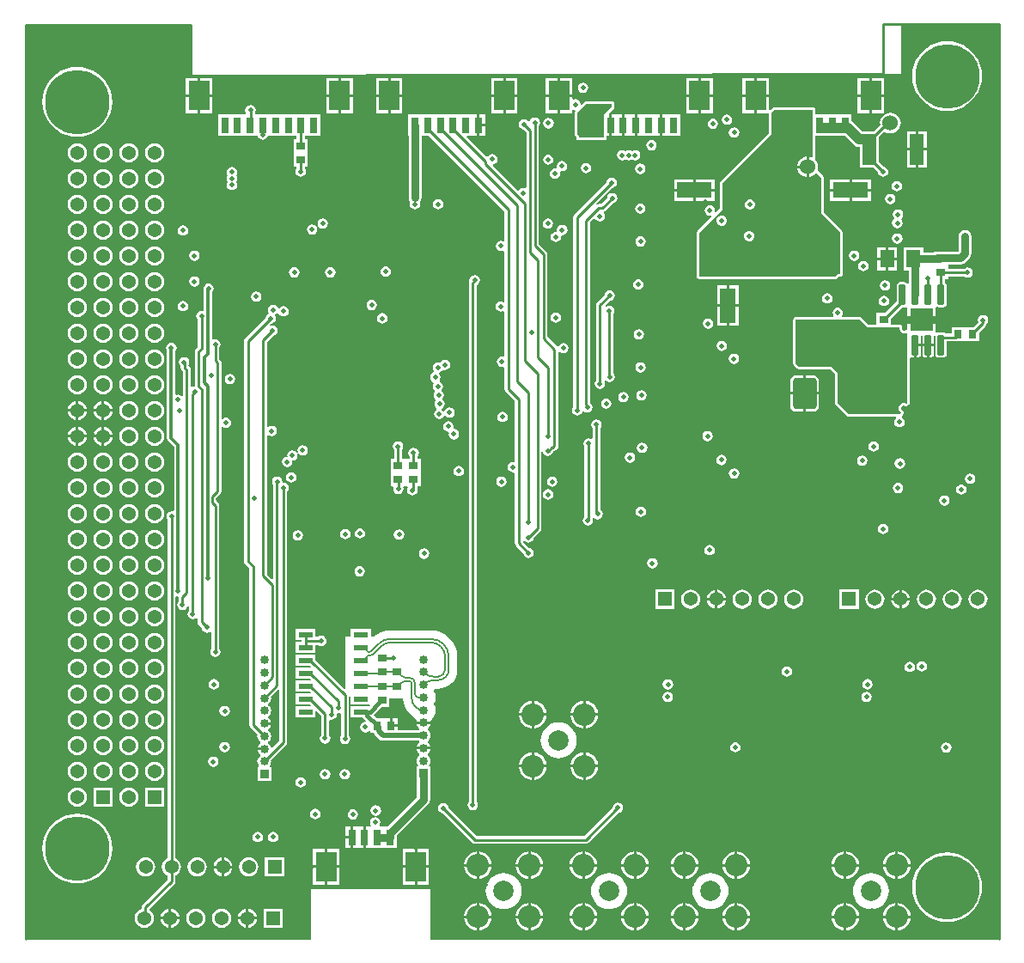
<source format=gbl>
G04*
G04 #@! TF.GenerationSoftware,Altium Limited,Altium Designer,21.8.1 (53)*
G04*
G04 Layer_Physical_Order=6*
G04 Layer_Color=16711680*
%FSLAX25Y25*%
%MOIN*%
G70*
G04*
G04 #@! TF.SameCoordinates,A9CDAEE6-7C4F-44BA-9064-0FEE0475B84A*
G04*
G04*
G04 #@! TF.FilePolarity,Positive*
G04*
G01*
G75*
%ADD14C,0.00984*%
%ADD16C,0.01000*%
%ADD17C,0.01500*%
%ADD19C,0.00800*%
%ADD24R,0.03543X0.03150*%
%ADD29R,0.03150X0.03543*%
%ADD42R,0.05512X0.07087*%
%ADD73C,0.01181*%
%ADD74C,0.03000*%
%ADD75C,0.04000*%
%ADD76C,0.02000*%
%ADD77C,0.03347*%
%ADD78C,0.05394*%
%ADD79R,0.05394X0.05394*%
%ADD81C,0.06000*%
%ADD82R,0.03347X0.03347*%
%ADD83R,0.05394X0.05394*%
%ADD84C,0.25000*%
%ADD85C,0.01968*%
%ADD95C,0.00580*%
%ADD96R,0.12800X0.11500*%
%ADD97R,0.09016X0.09016*%
%ADD98R,0.13780X0.06299*%
%ADD99R,0.06299X0.13780*%
%ADD100R,0.08268X0.11811*%
%ADD101R,0.03150X0.06299*%
G04:AMPARAMS|DCode=102|XSize=91.73mil|YSize=120.87mil|CornerRadius=11.47mil|HoleSize=0mil|Usage=FLASHONLY|Rotation=0.000|XOffset=0mil|YOffset=0mil|HoleType=Round|Shape=RoundedRectangle|*
%AMROUNDEDRECTD102*
21,1,0.09173,0.09793,0,0,0.0*
21,1,0.06880,0.12087,0,0,0.0*
1,1,0.02293,0.03440,-0.04897*
1,1,0.02293,-0.03440,-0.04897*
1,1,0.02293,-0.03440,0.04897*
1,1,0.02293,0.03440,0.04897*
%
%ADD102ROUNDEDRECTD102*%
G04:AMPARAMS|DCode=103|XSize=77.56mil|YSize=23.62mil|CornerRadius=2.95mil|HoleSize=0mil|Usage=FLASHONLY|Rotation=270.000|XOffset=0mil|YOffset=0mil|HoleType=Round|Shape=RoundedRectangle|*
%AMROUNDEDRECTD103*
21,1,0.07756,0.01772,0,0,270.0*
21,1,0.07165,0.02362,0,0,270.0*
1,1,0.00591,-0.00886,-0.03583*
1,1,0.00591,-0.00886,0.03583*
1,1,0.00591,0.00886,0.03583*
1,1,0.00591,0.00886,-0.03583*
%
%ADD103ROUNDEDRECTD103*%
%ADD104R,0.05512X0.12008*%
%ADD105R,0.08268X0.11811*%
%ADD106R,0.03150X0.06299*%
%ADD107R,0.05750X0.02100*%
%ADD108C,0.07900*%
%ADD109C,0.08700*%
G36*
X377559Y59055D02*
X377559Y0D01*
X157480D01*
Y19685D01*
X110236D01*
Y0D01*
X0D01*
Y354724D01*
X63976D01*
Y335039D01*
X339567Y335630D01*
Y355000D01*
X377559Y355000D01*
X377559Y59055D01*
D02*
G37*
%LPC*%
G36*
X216240Y332240D02*
X215466Y332086D01*
X214810Y331647D01*
X214371Y330991D01*
X214217Y330217D01*
X214371Y329442D01*
X214810Y328786D01*
X215466Y328347D01*
X216240Y328193D01*
X217014Y328347D01*
X217671Y328786D01*
X218109Y329442D01*
X218263Y330217D01*
X218109Y330991D01*
X217671Y331647D01*
X217014Y332086D01*
X216240Y332240D01*
D02*
G37*
G36*
X333087Y334071D02*
X328453D01*
Y327665D01*
X333087D01*
Y334071D01*
D02*
G37*
G36*
X327453D02*
X322819D01*
Y327665D01*
X327453D01*
Y334071D01*
D02*
G37*
G36*
X288402D02*
X283768D01*
Y327665D01*
X288402D01*
Y334071D01*
D02*
G37*
G36*
X282768D02*
X278134D01*
Y327665D01*
X282768D01*
Y334071D01*
D02*
G37*
G36*
X266650D02*
X262016D01*
Y327665D01*
X266650D01*
Y334071D01*
D02*
G37*
G36*
X261016D02*
X256382D01*
Y327665D01*
X261016D01*
Y334071D01*
D02*
G37*
G36*
X212122D02*
X207488D01*
Y327665D01*
X212122D01*
Y334071D01*
D02*
G37*
G36*
X206488D02*
X201854D01*
Y327665D01*
X206488D01*
Y334071D01*
D02*
G37*
G36*
X190862D02*
X186228D01*
Y327665D01*
X190862D01*
Y334071D01*
D02*
G37*
G36*
X185228D02*
X180595D01*
Y327665D01*
X185228D01*
Y334071D01*
D02*
G37*
G36*
X146177D02*
X141543D01*
Y327665D01*
X146177D01*
Y334071D01*
D02*
G37*
G36*
X140543D02*
X135909D01*
Y327665D01*
X140543D01*
Y334071D01*
D02*
G37*
G36*
X126886D02*
X122252D01*
Y327665D01*
X126886D01*
Y334071D01*
D02*
G37*
G36*
X121252D02*
X116618D01*
Y327665D01*
X121252D01*
Y334071D01*
D02*
G37*
G36*
X72358D02*
X67724D01*
Y327665D01*
X72358D01*
Y334071D01*
D02*
G37*
G36*
X66724D02*
X62090D01*
Y327665D01*
X66724D01*
Y334071D01*
D02*
G37*
G36*
X357559Y348266D02*
X355441Y348099D01*
X353374Y347603D01*
X351411Y346790D01*
X349599Y345680D01*
X347984Y344300D01*
X346604Y342684D01*
X345493Y340872D01*
X344680Y338909D01*
X344184Y336843D01*
X344017Y334724D01*
X344184Y332606D01*
X344680Y330540D01*
X345493Y328577D01*
X346604Y326765D01*
X347984Y325149D01*
X349599Y323769D01*
X351411Y322659D01*
X353374Y321845D01*
X355441Y321349D01*
X357559Y321183D01*
X359677Y321349D01*
X361744Y321845D01*
X363707Y322659D01*
X365519Y323769D01*
X367134Y325149D01*
X368515Y326765D01*
X369625Y328577D01*
X370438Y330540D01*
X370934Y332606D01*
X371101Y334724D01*
X370934Y336843D01*
X370438Y338909D01*
X369625Y340872D01*
X368515Y342684D01*
X367134Y344300D01*
X365519Y345680D01*
X363707Y346790D01*
X361744Y347603D01*
X359677Y348099D01*
X357559Y348266D01*
D02*
G37*
G36*
X282768Y326665D02*
X278134D01*
Y320260D01*
X282768D01*
Y326665D01*
D02*
G37*
G36*
X266650D02*
X262016D01*
Y320260D01*
X266650D01*
Y326665D01*
D02*
G37*
G36*
X261016D02*
X256382D01*
Y320260D01*
X261016D01*
Y326665D01*
D02*
G37*
G36*
X206488D02*
X201854D01*
Y320260D01*
X206488D01*
Y326665D01*
D02*
G37*
G36*
X190862D02*
X186228D01*
Y320260D01*
X190862D01*
Y326665D01*
D02*
G37*
G36*
X185228D02*
X180595D01*
Y320260D01*
X185228D01*
Y326665D01*
D02*
G37*
G36*
X146177D02*
X141543D01*
Y320260D01*
X146177D01*
Y326665D01*
D02*
G37*
G36*
X140543D02*
X135909D01*
Y320260D01*
X140543D01*
Y326665D01*
D02*
G37*
G36*
X126886D02*
X122252D01*
Y320260D01*
X126886D01*
Y326665D01*
D02*
G37*
G36*
X121252D02*
X116618D01*
Y320260D01*
X121252D01*
Y326665D01*
D02*
G37*
G36*
X72358D02*
X67724D01*
Y320260D01*
X72358D01*
Y326665D01*
D02*
G37*
G36*
X66724D02*
X62090D01*
Y320260D01*
X66724D01*
Y326665D01*
D02*
G37*
G36*
X327453D02*
X322819D01*
Y320260D01*
X327453D01*
Y326665D01*
D02*
G37*
G36*
X178264Y319898D02*
X176189D01*
Y316248D01*
X178264D01*
Y319898D01*
D02*
G37*
G36*
X272093Y319884D02*
X271318Y319730D01*
X270662Y319291D01*
X270223Y318635D01*
X270069Y317861D01*
X270223Y317087D01*
X270662Y316430D01*
X271318Y315992D01*
X272093Y315838D01*
X272867Y315992D01*
X273523Y316430D01*
X273962Y317087D01*
X274116Y317861D01*
X273962Y318635D01*
X273523Y319291D01*
X272867Y319730D01*
X272093Y319884D01*
D02*
G37*
G36*
X202854Y318460D02*
X202080Y318306D01*
X201424Y317868D01*
X200985Y317211D01*
X200831Y316437D01*
X200985Y315663D01*
X201424Y315006D01*
X202080Y314568D01*
X202854Y314414D01*
X203628Y314568D01*
X204285Y315006D01*
X204724Y315663D01*
X204877Y316437D01*
X204724Y317211D01*
X204285Y317868D01*
X203628Y318306D01*
X202854Y318460D01*
D02*
G37*
G36*
X266660Y318290D02*
X265886Y318136D01*
X265230Y317697D01*
X264791Y317041D01*
X264637Y316266D01*
X264791Y315492D01*
X265230Y314836D01*
X265886Y314397D01*
X266660Y314243D01*
X267434Y314397D01*
X268091Y314836D01*
X268529Y315492D01*
X268683Y316266D01*
X268529Y317041D01*
X268091Y317697D01*
X267434Y318136D01*
X266660Y318290D01*
D02*
G37*
G36*
X333087Y326665D02*
X328453D01*
Y320260D01*
X332600D01*
X333008Y320260D01*
X333284Y319842D01*
X332647Y319353D01*
X332006Y318517D01*
X331603Y317544D01*
X331466Y316500D01*
X331545Y315893D01*
X328955Y313303D01*
X326803D01*
X326606Y313329D01*
X324612D01*
X321136Y316805D01*
X320509Y317286D01*
X320488Y317295D01*
Y319898D01*
X306531D01*
Y321654D01*
X306454Y322044D01*
X306233Y322375D01*
X305902Y322596D01*
X305512Y322673D01*
X290551D01*
X290161Y322596D01*
X289830Y322375D01*
X288902Y321446D01*
X288402Y321653D01*
Y326665D01*
X283768D01*
Y320260D01*
X288273D01*
Y320260D01*
X288351Y319801D01*
Y312627D01*
X269752Y294028D01*
X269531Y293697D01*
X269453Y293307D01*
Y283493D01*
X267848Y281889D01*
X267388Y282135D01*
X267476Y282579D01*
X267322Y283353D01*
X266883Y284009D01*
X266227Y284448D01*
X265453Y284602D01*
X264679Y284448D01*
X264022Y284009D01*
X263584Y283353D01*
X263430Y282579D01*
X263584Y281804D01*
X264022Y281148D01*
X264679Y280710D01*
X265453Y280556D01*
X265896Y280644D01*
X266143Y280183D01*
X260696Y274737D01*
X260475Y274406D01*
X260398Y274016D01*
Y257087D01*
X260475Y256696D01*
X260696Y256366D01*
X261027Y256145D01*
X261417Y256067D01*
X314202D01*
X314592Y256145D01*
X314923Y256366D01*
X315241Y256684D01*
X315596Y256831D01*
X316142D01*
X316532Y256908D01*
X316863Y257129D01*
X317084Y257460D01*
X317161Y257850D01*
Y274016D01*
X317084Y274406D01*
X316863Y274737D01*
X309681Y281918D01*
Y295276D01*
X309603Y295666D01*
X309382Y295996D01*
X307580Y297799D01*
X307524Y297836D01*
X307480Y297887D01*
X307360Y297946D01*
X307249Y298020D01*
X307297Y298456D01*
X307435Y299500D01*
X307297Y300544D01*
X306894Y301517D01*
X306382Y302185D01*
X306280Y302522D01*
X306321Y302779D01*
X306380Y302899D01*
X306454Y303009D01*
X306467Y303075D01*
X306497Y303136D01*
X306505Y303269D01*
X306531Y303400D01*
Y311598D01*
X317784D01*
X321219Y308163D01*
X321845Y307683D01*
X322575Y307380D01*
X323358Y307277D01*
X323606D01*
Y299295D01*
X328955D01*
X330664Y297586D01*
X330808Y296864D01*
X331247Y296207D01*
X331903Y295769D01*
X332677Y295615D01*
X333451Y295769D01*
X334108Y296207D01*
X334546Y296864D01*
X334700Y297638D01*
X334546Y298412D01*
X334108Y299068D01*
X333451Y299507D01*
X332975Y299602D01*
X331118Y301458D01*
Y311140D01*
X333201Y313223D01*
X333483Y313006D01*
X334456Y312603D01*
X335500Y312466D01*
X336544Y312603D01*
X337517Y313006D01*
X338353Y313647D01*
X338994Y314483D01*
X339397Y315456D01*
X339534Y316500D01*
X339397Y317544D01*
X338994Y318517D01*
X338353Y319353D01*
X337517Y319994D01*
X336544Y320397D01*
X335500Y320534D01*
X334456Y320397D01*
X333707Y320087D01*
X333483Y319994D01*
X333443Y320013D01*
X333087Y320320D01*
X333087Y320746D01*
Y326665D01*
D02*
G37*
G36*
X254051Y319898D02*
X247055D01*
Y315748D01*
Y311598D01*
X254051D01*
Y319898D01*
D02*
G37*
G36*
X246055D02*
X237213D01*
Y315748D01*
Y311598D01*
X246055D01*
Y315748D01*
Y319898D01*
D02*
G37*
G36*
X236213D02*
X232291D01*
Y315748D01*
Y311598D01*
X236213D01*
Y315748D01*
Y319898D01*
D02*
G37*
G36*
X231291D02*
X227370D01*
Y315748D01*
Y311598D01*
X231291D01*
Y315748D01*
Y319898D01*
D02*
G37*
G36*
X178264Y315248D02*
X176189D01*
Y311598D01*
X178264D01*
Y315248D01*
D02*
G37*
G36*
X20000Y338266D02*
X17882Y338099D01*
X15815Y337603D01*
X13852Y336790D01*
X12040Y335680D01*
X10424Y334300D01*
X9044Y332684D01*
X7934Y330872D01*
X7121Y328909D01*
X6625Y326843D01*
X6458Y324724D01*
X6625Y322606D01*
X7121Y320540D01*
X7934Y318577D01*
X9044Y316765D01*
X10424Y315149D01*
X12040Y313769D01*
X13852Y312659D01*
X15815Y311845D01*
X17882Y311349D01*
X20000Y311183D01*
X22118Y311349D01*
X24185Y311845D01*
X26148Y312659D01*
X27960Y313769D01*
X29575Y315149D01*
X30955Y316765D01*
X32066Y318577D01*
X32879Y320540D01*
X33375Y322606D01*
X33542Y324724D01*
X33375Y326843D01*
X32879Y328909D01*
X32066Y330872D01*
X30955Y332684D01*
X29575Y334300D01*
X27960Y335680D01*
X26148Y336790D01*
X24185Y337603D01*
X22118Y338099D01*
X20000Y338266D01*
D02*
G37*
G36*
X274885Y314855D02*
X274110Y314701D01*
X273454Y314263D01*
X273015Y313606D01*
X272862Y312832D01*
X273015Y312058D01*
X273454Y311401D01*
X274110Y310963D01*
X274885Y310809D01*
X275659Y310963D01*
X276315Y311401D01*
X276754Y312058D01*
X276908Y312832D01*
X276754Y313606D01*
X276315Y314263D01*
X275659Y314701D01*
X274885Y314855D01*
D02*
G37*
G36*
X212122Y326665D02*
X207488D01*
Y320260D01*
X212122D01*
Y321564D01*
X212622Y321857D01*
X213111Y321760D01*
X213340Y321282D01*
X213279Y321221D01*
X213058Y320890D01*
X212980Y320500D01*
Y312330D01*
X213058Y311940D01*
X213279Y311609D01*
X213416Y311472D01*
X213563Y311117D01*
Y311000D01*
X213641Y310610D01*
X213862Y310279D01*
X214193Y310058D01*
X214583Y309980D01*
X224500D01*
X224890Y310058D01*
X225221Y310279D01*
X225442Y310610D01*
X225520Y311000D01*
Y311598D01*
X226370D01*
Y315748D01*
Y320194D01*
X226302Y320360D01*
X228221Y322279D01*
X228442Y322610D01*
X228520Y323000D01*
Y324000D01*
X228442Y324390D01*
X228221Y324721D01*
X227890Y324942D01*
X227500Y325020D01*
X217500D01*
X217110Y324942D01*
X216779Y324721D01*
X215718Y323660D01*
X215240Y323889D01*
X215112Y324531D01*
X214674Y325187D01*
X214018Y325626D01*
X213243Y325780D01*
X212622Y325656D01*
X212122Y325949D01*
Y326665D01*
D02*
G37*
G36*
X349622Y313303D02*
X346366D01*
Y306799D01*
X349622D01*
Y313303D01*
D02*
G37*
G36*
X345366D02*
X342110D01*
Y306799D01*
X345366D01*
Y313303D01*
D02*
G37*
G36*
X242800Y309923D02*
X242026Y309769D01*
X241369Y309331D01*
X240931Y308674D01*
X240777Y307900D01*
X240931Y307126D01*
X241369Y306469D01*
X242026Y306031D01*
X242800Y305877D01*
X243574Y306031D01*
X244231Y306469D01*
X244669Y307126D01*
X244823Y307900D01*
X244669Y308674D01*
X244231Y309331D01*
X243574Y309769D01*
X242800Y309923D01*
D02*
G37*
G36*
X236500Y306023D02*
X235726Y305869D01*
X235250Y305551D01*
X234774Y305869D01*
X234000Y306023D01*
X233226Y305869D01*
X232750Y305551D01*
X232274Y305869D01*
X231500Y306023D01*
X230726Y305869D01*
X230069Y305431D01*
X229631Y304774D01*
X229477Y304000D01*
X229631Y303226D01*
X230069Y302569D01*
X230726Y302131D01*
X231500Y301977D01*
X232274Y302131D01*
X232750Y302449D01*
X233226Y302131D01*
X234000Y301977D01*
X234774Y302131D01*
X235250Y302449D01*
X235726Y302131D01*
X236500Y301977D01*
X237274Y302131D01*
X237931Y302569D01*
X238369Y303226D01*
X238523Y304000D01*
X238369Y304774D01*
X237931Y305431D01*
X237274Y305869D01*
X236500Y306023D01*
D02*
G37*
G36*
X50000Y308729D02*
X49035Y308602D01*
X48136Y308229D01*
X47363Y307637D01*
X46771Y306864D01*
X46398Y305965D01*
X46271Y305000D01*
X46398Y304035D01*
X46771Y303136D01*
X47363Y302363D01*
X48136Y301771D01*
X49035Y301398D01*
X50000Y301271D01*
X50965Y301398D01*
X51864Y301771D01*
X52637Y302363D01*
X53229Y303136D01*
X53602Y304035D01*
X53729Y305000D01*
X53602Y305965D01*
X53229Y306864D01*
X52637Y307637D01*
X51864Y308229D01*
X50965Y308602D01*
X50000Y308729D01*
D02*
G37*
G36*
X40000D02*
X39035Y308602D01*
X38136Y308229D01*
X37363Y307637D01*
X36771Y306864D01*
X36398Y305965D01*
X36271Y305000D01*
X36398Y304035D01*
X36771Y303136D01*
X37363Y302363D01*
X38136Y301771D01*
X39035Y301398D01*
X40000Y301271D01*
X40965Y301398D01*
X41864Y301771D01*
X42637Y302363D01*
X43229Y303136D01*
X43602Y304035D01*
X43729Y305000D01*
X43602Y305965D01*
X43229Y306864D01*
X42637Y307637D01*
X41864Y308229D01*
X40965Y308602D01*
X40000Y308729D01*
D02*
G37*
G36*
X30000D02*
X29035Y308602D01*
X28136Y308229D01*
X27363Y307637D01*
X26771Y306864D01*
X26398Y305965D01*
X26271Y305000D01*
X26398Y304035D01*
X26771Y303136D01*
X27363Y302363D01*
X28136Y301771D01*
X29035Y301398D01*
X30000Y301271D01*
X30965Y301398D01*
X31864Y301771D01*
X32637Y302363D01*
X33229Y303136D01*
X33602Y304035D01*
X33729Y305000D01*
X33602Y305965D01*
X33229Y306864D01*
X32637Y307637D01*
X31864Y308229D01*
X30965Y308602D01*
X30000Y308729D01*
D02*
G37*
G36*
X20000D02*
X19035Y308602D01*
X18136Y308229D01*
X17363Y307637D01*
X16771Y306864D01*
X16398Y305965D01*
X16271Y305000D01*
X16398Y304035D01*
X16771Y303136D01*
X17363Y302363D01*
X18136Y301771D01*
X19035Y301398D01*
X20000Y301271D01*
X20965Y301398D01*
X21864Y301771D01*
X22637Y302363D01*
X23229Y303136D01*
X23602Y304035D01*
X23729Y305000D01*
X23602Y305965D01*
X23229Y306864D01*
X22637Y307637D01*
X21864Y308229D01*
X20965Y308602D01*
X20000Y308729D01*
D02*
G37*
G36*
X202749Y304346D02*
X201975Y304192D01*
X201319Y303753D01*
X200880Y303097D01*
X200726Y302323D01*
X200880Y301549D01*
X201319Y300892D01*
X201975Y300454D01*
X202749Y300300D01*
X203524Y300454D01*
X204180Y300892D01*
X204619Y301549D01*
X204772Y302323D01*
X204619Y303097D01*
X204180Y303753D01*
X203524Y304192D01*
X202749Y304346D01*
D02*
G37*
G36*
X349622Y305799D02*
X346366D01*
Y299295D01*
X349622D01*
Y305799D01*
D02*
G37*
G36*
X345366D02*
X342110D01*
Y299295D01*
X345366D01*
Y305799D01*
D02*
G37*
G36*
X208100Y301823D02*
X207326Y301669D01*
X206669Y301231D01*
X206231Y300574D01*
X206077Y299800D01*
X206184Y299263D01*
X205816Y298837D01*
X205799Y298830D01*
X205341Y298921D01*
X204566Y298767D01*
X203910Y298328D01*
X203471Y297672D01*
X203317Y296898D01*
X203471Y296123D01*
X203910Y295467D01*
X204566Y295028D01*
X205341Y294875D01*
X206115Y295028D01*
X206771Y295467D01*
X207210Y296123D01*
X207364Y296898D01*
X207257Y297435D01*
X207625Y297861D01*
X207642Y297868D01*
X208100Y297777D01*
X208874Y297931D01*
X209531Y298369D01*
X209969Y299026D01*
X210123Y299800D01*
X209969Y300574D01*
X209531Y301231D01*
X208874Y301669D01*
X208100Y301823D01*
D02*
G37*
G36*
X217421Y301039D02*
X216647Y300885D01*
X215991Y300446D01*
X215552Y299790D01*
X215398Y299016D01*
X215552Y298241D01*
X215991Y297585D01*
X216647Y297147D01*
X217421Y296993D01*
X218196Y297147D01*
X218852Y297585D01*
X219290Y298241D01*
X219444Y299016D01*
X219290Y299790D01*
X218852Y300446D01*
X218196Y300885D01*
X217421Y301039D01*
D02*
G37*
G36*
X238458Y300765D02*
X237684Y300611D01*
X237027Y300173D01*
X236589Y299516D01*
X236435Y298742D01*
X236589Y297968D01*
X237027Y297312D01*
X237684Y296873D01*
X238458Y296719D01*
X239232Y296873D01*
X239888Y297312D01*
X240327Y297968D01*
X240481Y298742D01*
X240327Y299516D01*
X239888Y300173D01*
X239232Y300611D01*
X238458Y300765D01*
D02*
G37*
G36*
X87205Y323480D02*
X86431Y323326D01*
X85774Y322887D01*
X85336Y322231D01*
X85182Y321457D01*
X85336Y320683D01*
X85526Y320398D01*
X85259Y319898D01*
X74689D01*
Y311598D01*
X90040D01*
X90117Y311210D01*
X90556Y310554D01*
X91212Y310115D01*
X91987Y309961D01*
X92761Y310115D01*
X93417Y310554D01*
X93856Y311210D01*
X93933Y311598D01*
X105172D01*
Y310252D01*
X103921D01*
Y305240D01*
X103921Y305102D01*
Y304740D01*
X103921Y304602D01*
Y299590D01*
X105164D01*
Y298976D01*
X104824Y298467D01*
X104670Y297693D01*
X104824Y296919D01*
X105262Y296262D01*
X105919Y295824D01*
X106693Y295670D01*
X107467Y295824D01*
X108124Y296262D01*
X108562Y296919D01*
X108716Y297693D01*
X108562Y298467D01*
X108222Y298976D01*
Y299590D01*
X109465D01*
Y304602D01*
X109465Y304740D01*
Y305102D01*
X109465Y305240D01*
Y310252D01*
X108214D01*
Y311598D01*
X114287D01*
Y319898D01*
X89151D01*
X88884Y320398D01*
X89074Y320683D01*
X89228Y321457D01*
X89074Y322231D01*
X88635Y322887D01*
X87979Y323326D01*
X87205Y323480D01*
D02*
G37*
G36*
X50000Y298729D02*
X49035Y298602D01*
X48136Y298229D01*
X47363Y297637D01*
X46771Y296864D01*
X46398Y295965D01*
X46271Y295000D01*
X46398Y294035D01*
X46771Y293136D01*
X47363Y292363D01*
X48136Y291771D01*
X49035Y291398D01*
X50000Y291271D01*
X50965Y291398D01*
X51864Y291771D01*
X52637Y292363D01*
X53229Y293136D01*
X53602Y294035D01*
X53729Y295000D01*
X53602Y295965D01*
X53229Y296864D01*
X52637Y297637D01*
X51864Y298229D01*
X50965Y298602D01*
X50000Y298729D01*
D02*
G37*
G36*
X40000D02*
X39035Y298602D01*
X38136Y298229D01*
X37363Y297637D01*
X36771Y296864D01*
X36398Y295965D01*
X36271Y295000D01*
X36398Y294035D01*
X36771Y293136D01*
X37363Y292363D01*
X38136Y291771D01*
X39035Y291398D01*
X40000Y291271D01*
X40965Y291398D01*
X41864Y291771D01*
X42637Y292363D01*
X43229Y293136D01*
X43602Y294035D01*
X43729Y295000D01*
X43602Y295965D01*
X43229Y296864D01*
X42637Y297637D01*
X41864Y298229D01*
X40965Y298602D01*
X40000Y298729D01*
D02*
G37*
G36*
X30000D02*
X29035Y298602D01*
X28136Y298229D01*
X27363Y297637D01*
X26771Y296864D01*
X26398Y295965D01*
X26271Y295000D01*
X26398Y294035D01*
X26771Y293136D01*
X27363Y292363D01*
X28136Y291771D01*
X29035Y291398D01*
X30000Y291271D01*
X30965Y291398D01*
X31864Y291771D01*
X32637Y292363D01*
X33229Y293136D01*
X33602Y294035D01*
X33729Y295000D01*
X33602Y295965D01*
X33229Y296864D01*
X32637Y297637D01*
X31864Y298229D01*
X30965Y298602D01*
X30000Y298729D01*
D02*
G37*
G36*
X20000D02*
X19035Y298602D01*
X18136Y298229D01*
X17363Y297637D01*
X16771Y296864D01*
X16398Y295965D01*
X16271Y295000D01*
X16398Y294035D01*
X16771Y293136D01*
X17363Y292363D01*
X18136Y291771D01*
X19035Y291398D01*
X20000Y291271D01*
X20965Y291398D01*
X21864Y291771D01*
X22637Y292363D01*
X23229Y293136D01*
X23602Y294035D01*
X23729Y295000D01*
X23602Y295965D01*
X23229Y296864D01*
X22637Y297637D01*
X21864Y298229D01*
X20965Y298602D01*
X20000Y298729D01*
D02*
G37*
G36*
X267339Y294701D02*
X259949D01*
Y291051D01*
X267339D01*
Y294701D01*
D02*
G37*
G36*
X258949D02*
X251559D01*
Y291051D01*
X258949D01*
Y294701D01*
D02*
G37*
G36*
X327969D02*
X320579D01*
Y291051D01*
X327969D01*
Y294701D01*
D02*
G37*
G36*
X319579D02*
X312189D01*
Y291051D01*
X319579D01*
Y294701D01*
D02*
G37*
G36*
X80000Y299523D02*
X79226Y299369D01*
X78569Y298931D01*
X78131Y298274D01*
X77977Y297500D01*
X78131Y296726D01*
X78449Y296250D01*
X78131Y295774D01*
X77977Y295000D01*
X78131Y294226D01*
X78449Y293750D01*
X78131Y293274D01*
X77977Y292500D01*
X78131Y291726D01*
X78569Y291069D01*
X79226Y290631D01*
X80000Y290477D01*
X80774Y290631D01*
X81431Y291069D01*
X81869Y291726D01*
X82023Y292500D01*
X81869Y293274D01*
X81551Y293750D01*
X81869Y294226D01*
X82023Y295000D01*
X81869Y295774D01*
X81551Y296250D01*
X81869Y296726D01*
X82023Y297500D01*
X81869Y298274D01*
X81431Y298931D01*
X80774Y299369D01*
X80000Y299523D01*
D02*
G37*
G36*
X338000Y294023D02*
X337226Y293869D01*
X336569Y293431D01*
X336131Y292774D01*
X335977Y292000D01*
X336131Y291226D01*
X336569Y290569D01*
X337226Y290131D01*
X338000Y289977D01*
X338774Y290131D01*
X339431Y290569D01*
X339869Y291226D01*
X340023Y292000D01*
X339869Y292774D01*
X339431Y293431D01*
X338774Y293869D01*
X338000Y294023D01*
D02*
G37*
G36*
X327969Y290051D02*
X320579D01*
Y286402D01*
X327969D01*
Y290051D01*
D02*
G37*
G36*
X319579D02*
X312189D01*
Y286402D01*
X319579D01*
Y290051D01*
D02*
G37*
G36*
X267339Y290051D02*
X259949D01*
Y286402D01*
X267339D01*
Y290051D01*
D02*
G37*
G36*
X258949D02*
X251559D01*
Y286402D01*
X258949D01*
Y290051D01*
D02*
G37*
G36*
X335501Y289038D02*
X334727Y288884D01*
X334071Y288445D01*
X333632Y287789D01*
X333478Y287015D01*
X333632Y286240D01*
X334071Y285584D01*
X334727Y285145D01*
X335501Y284991D01*
X336276Y285145D01*
X336932Y285584D01*
X337370Y286240D01*
X337524Y287015D01*
X337370Y287789D01*
X336932Y288445D01*
X336276Y288884D01*
X335501Y289038D01*
D02*
G37*
G36*
X160000Y287023D02*
X159226Y286869D01*
X158569Y286431D01*
X158131Y285774D01*
X157977Y285000D01*
X158131Y284226D01*
X158569Y283569D01*
X159226Y283131D01*
X160000Y282977D01*
X160774Y283131D01*
X161431Y283569D01*
X161869Y284226D01*
X162023Y285000D01*
X161869Y285774D01*
X161431Y286431D01*
X160774Y286869D01*
X160000Y287023D01*
D02*
G37*
G36*
X238500Y285323D02*
X237726Y285169D01*
X237069Y284731D01*
X236631Y284074D01*
X236477Y283300D01*
X236631Y282526D01*
X237069Y281869D01*
X237726Y281431D01*
X238500Y281277D01*
X239274Y281431D01*
X239931Y281869D01*
X240369Y282526D01*
X240523Y283300D01*
X240369Y284074D01*
X239931Y284731D01*
X239274Y285169D01*
X238500Y285323D01*
D02*
G37*
G36*
X50000Y288729D02*
X49035Y288602D01*
X48136Y288229D01*
X47363Y287637D01*
X46771Y286864D01*
X46398Y285965D01*
X46271Y285000D01*
X46398Y284035D01*
X46771Y283136D01*
X47363Y282363D01*
X48136Y281771D01*
X49035Y281398D01*
X50000Y281271D01*
X50965Y281398D01*
X51864Y281771D01*
X52637Y282363D01*
X53229Y283136D01*
X53602Y284035D01*
X53729Y285000D01*
X53602Y285965D01*
X53229Y286864D01*
X52637Y287637D01*
X51864Y288229D01*
X50965Y288602D01*
X50000Y288729D01*
D02*
G37*
G36*
X40000D02*
X39035Y288602D01*
X38136Y288229D01*
X37363Y287637D01*
X36771Y286864D01*
X36398Y285965D01*
X36271Y285000D01*
X36398Y284035D01*
X36771Y283136D01*
X37363Y282363D01*
X38136Y281771D01*
X39035Y281398D01*
X40000Y281271D01*
X40965Y281398D01*
X41864Y281771D01*
X42637Y282363D01*
X43229Y283136D01*
X43602Y284035D01*
X43729Y285000D01*
X43602Y285965D01*
X43229Y286864D01*
X42637Y287637D01*
X41864Y288229D01*
X40965Y288602D01*
X40000Y288729D01*
D02*
G37*
G36*
X30000D02*
X29035Y288602D01*
X28136Y288229D01*
X27363Y287637D01*
X26771Y286864D01*
X26398Y285965D01*
X26271Y285000D01*
X26398Y284035D01*
X26771Y283136D01*
X27363Y282363D01*
X28136Y281771D01*
X29035Y281398D01*
X30000Y281271D01*
X30965Y281398D01*
X31864Y281771D01*
X32637Y282363D01*
X33229Y283136D01*
X33602Y284035D01*
X33729Y285000D01*
X33602Y285965D01*
X33229Y286864D01*
X32637Y287637D01*
X31864Y288229D01*
X30965Y288602D01*
X30000Y288729D01*
D02*
G37*
G36*
X20000D02*
X19035Y288602D01*
X18136Y288229D01*
X17363Y287637D01*
X16771Y286864D01*
X16398Y285965D01*
X16271Y285000D01*
X16398Y284035D01*
X16771Y283136D01*
X17363Y282363D01*
X18136Y281771D01*
X19035Y281398D01*
X20000Y281271D01*
X20965Y281398D01*
X21864Y281771D01*
X22637Y282363D01*
X23229Y283136D01*
X23602Y284035D01*
X23729Y285000D01*
X23602Y285965D01*
X23229Y286864D01*
X22637Y287637D01*
X21864Y288229D01*
X20965Y288602D01*
X20000Y288729D01*
D02*
G37*
G36*
X227362Y295429D02*
X226588Y295275D01*
X225932Y294836D01*
X225493Y294180D01*
X225374Y293580D01*
X212919Y281125D01*
X212587Y280629D01*
X212471Y280043D01*
Y206283D01*
X212131Y205774D01*
X211977Y205000D01*
X212131Y204226D01*
X212569Y203569D01*
X213226Y203131D01*
X214000Y202977D01*
X214774Y203131D01*
X215431Y203569D01*
X215869Y204226D01*
X215952Y204644D01*
X216470Y204769D01*
X217126Y204331D01*
X217900Y204177D01*
X218674Y204331D01*
X219331Y204769D01*
X219769Y205426D01*
X219923Y206200D01*
X219769Y206974D01*
X219331Y207631D01*
X219049Y207819D01*
Y277978D01*
X220530Y279459D01*
X221146Y279368D01*
X221404Y278983D01*
X222060Y278544D01*
X222835Y278390D01*
X223609Y278544D01*
X224265Y278983D01*
X224704Y279639D01*
X224858Y280413D01*
X224704Y281188D01*
X224374Y281682D01*
X224403Y281900D01*
X224484Y282187D01*
X224534Y282266D01*
X224940Y282537D01*
X227770Y285368D01*
X228370Y285487D01*
X229026Y285926D01*
X229465Y286582D01*
X229619Y287356D01*
X229465Y288130D01*
X229026Y288787D01*
X228370Y289225D01*
X227596Y289379D01*
X226822Y289225D01*
X226165Y288787D01*
X225727Y288130D01*
X225607Y287531D01*
X223225Y285148D01*
X222526D01*
X221941Y285031D01*
X221691Y284864D01*
X221372Y285252D01*
X227537Y291417D01*
X228136Y291536D01*
X228793Y291975D01*
X229231Y292631D01*
X229385Y293406D01*
X229231Y294180D01*
X228793Y294836D01*
X228136Y295275D01*
X227362Y295429D01*
D02*
G37*
G36*
X338500Y283023D02*
X337726Y282869D01*
X337069Y282431D01*
X336631Y281774D01*
X336477Y281000D01*
X336631Y280226D01*
X337069Y279570D01*
Y279337D01*
X336786Y279147D01*
X336347Y278491D01*
X336193Y277716D01*
X336347Y276942D01*
X336786Y276286D01*
X337442Y275847D01*
X338216Y275693D01*
X338991Y275847D01*
X339647Y276286D01*
X340086Y276942D01*
X340240Y277716D01*
X340086Y278491D01*
X339647Y279147D01*
Y279380D01*
X339931Y279569D01*
X340369Y280226D01*
X340523Y281000D01*
X340369Y281774D01*
X339931Y282431D01*
X339274Y282869D01*
X338500Y283023D01*
D02*
G37*
G36*
X115256Y279555D02*
X114482Y279401D01*
X113825Y278962D01*
X113387Y278306D01*
X113233Y277532D01*
X113387Y276757D01*
X113825Y276101D01*
X114482Y275662D01*
X115256Y275508D01*
X116030Y275662D01*
X116686Y276101D01*
X117125Y276757D01*
X117279Y277532D01*
X117125Y278306D01*
X116686Y278962D01*
X116030Y279401D01*
X115256Y279555D01*
D02*
G37*
G36*
X202658Y279484D02*
X201883Y279330D01*
X201227Y278891D01*
X200788Y278235D01*
X200634Y277461D01*
X200788Y276686D01*
X201227Y276030D01*
X201883Y275591D01*
X202658Y275437D01*
X203432Y275591D01*
X204088Y276030D01*
X204527Y276686D01*
X204681Y277461D01*
X204527Y278235D01*
X204088Y278891D01*
X203432Y279330D01*
X202658Y279484D01*
D02*
G37*
G36*
X208186Y277023D02*
X207412Y276869D01*
X206755Y276431D01*
X206317Y275774D01*
X206163Y275000D01*
X206213Y274748D01*
X205788Y274323D01*
X205666Y274347D01*
X204891Y274194D01*
X204235Y273755D01*
X203797Y273099D01*
X203643Y272324D01*
X203797Y271550D01*
X204235Y270894D01*
X204891Y270455D01*
X205666Y270301D01*
X206440Y270455D01*
X207096Y270894D01*
X207535Y271550D01*
X207689Y272324D01*
X207639Y272576D01*
X208064Y273001D01*
X208186Y272977D01*
X208960Y273131D01*
X209616Y273569D01*
X210055Y274226D01*
X210209Y275000D01*
X210055Y275774D01*
X209616Y276431D01*
X208960Y276869D01*
X208186Y277023D01*
D02*
G37*
G36*
X111110Y277238D02*
X110336Y277084D01*
X109680Y276646D01*
X109241Y275990D01*
X109087Y275215D01*
X109241Y274441D01*
X109680Y273785D01*
X110336Y273346D01*
X111110Y273192D01*
X111885Y273346D01*
X112541Y273785D01*
X112980Y274441D01*
X113134Y275215D01*
X112980Y275990D01*
X112541Y276646D01*
X111885Y277084D01*
X111110Y277238D01*
D02*
G37*
G36*
X61024Y276847D02*
X60249Y276693D01*
X59593Y276254D01*
X59154Y275598D01*
X59000Y274824D01*
X59154Y274049D01*
X59593Y273393D01*
X60249Y272955D01*
X61024Y272800D01*
X61798Y272955D01*
X62454Y273393D01*
X62893Y274049D01*
X63047Y274824D01*
X62893Y275598D01*
X62454Y276254D01*
X61798Y276693D01*
X61024Y276847D01*
D02*
G37*
G36*
X50000Y278729D02*
X49035Y278602D01*
X48136Y278229D01*
X47363Y277637D01*
X46771Y276864D01*
X46398Y275965D01*
X46271Y275000D01*
X46398Y274035D01*
X46771Y273136D01*
X47363Y272363D01*
X48136Y271771D01*
X49035Y271398D01*
X50000Y271271D01*
X50965Y271398D01*
X51864Y271771D01*
X52637Y272363D01*
X53229Y273136D01*
X53602Y274035D01*
X53729Y275000D01*
X53602Y275965D01*
X53229Y276864D01*
X52637Y277637D01*
X51864Y278229D01*
X50965Y278602D01*
X50000Y278729D01*
D02*
G37*
G36*
X40000D02*
X39035Y278602D01*
X38136Y278229D01*
X37363Y277637D01*
X36771Y276864D01*
X36398Y275965D01*
X36271Y275000D01*
X36398Y274035D01*
X36771Y273136D01*
X37363Y272363D01*
X38136Y271771D01*
X39035Y271398D01*
X40000Y271271D01*
X40965Y271398D01*
X41864Y271771D01*
X42637Y272363D01*
X43229Y273136D01*
X43602Y274035D01*
X43729Y275000D01*
X43602Y275965D01*
X43229Y276864D01*
X42637Y277637D01*
X41864Y278229D01*
X40965Y278602D01*
X40000Y278729D01*
D02*
G37*
G36*
X30000D02*
X29035Y278602D01*
X28136Y278229D01*
X27363Y277637D01*
X26771Y276864D01*
X26398Y275965D01*
X26271Y275000D01*
X26398Y274035D01*
X26771Y273136D01*
X27363Y272363D01*
X28136Y271771D01*
X29035Y271398D01*
X30000Y271271D01*
X30965Y271398D01*
X31864Y271771D01*
X32637Y272363D01*
X33229Y273136D01*
X33602Y274035D01*
X33729Y275000D01*
X33602Y275965D01*
X33229Y276864D01*
X32637Y277637D01*
X31864Y278229D01*
X30965Y278602D01*
X30000Y278729D01*
D02*
G37*
G36*
X20000D02*
X19035Y278602D01*
X18136Y278229D01*
X17363Y277637D01*
X16771Y276864D01*
X16398Y275965D01*
X16271Y275000D01*
X16398Y274035D01*
X16771Y273136D01*
X17363Y272363D01*
X18136Y271771D01*
X19035Y271398D01*
X20000Y271271D01*
X20965Y271398D01*
X21864Y271771D01*
X22637Y272363D01*
X23229Y273136D01*
X23602Y274035D01*
X23729Y275000D01*
X23602Y275965D01*
X23229Y276864D01*
X22637Y277637D01*
X21864Y278229D01*
X20965Y278602D01*
X20000Y278729D01*
D02*
G37*
G36*
X175189Y319898D02*
X148508D01*
Y311598D01*
X148534D01*
Y287500D01*
X148728Y286525D01*
X149180Y285848D01*
X149131Y285774D01*
X148977Y285000D01*
X149131Y284226D01*
X149569Y283569D01*
X150226Y283131D01*
X151000Y282977D01*
X151774Y283131D01*
X152431Y283569D01*
X152869Y284226D01*
X153023Y285000D01*
X152884Y285697D01*
X152885Y285698D01*
X153438Y286525D01*
X153632Y287500D01*
Y311598D01*
X156416D01*
X185755Y282259D01*
Y270928D01*
X185344Y270662D01*
X185255Y270672D01*
X184499Y270822D01*
X183725Y270668D01*
X183069Y270230D01*
X182630Y269573D01*
X182476Y268799D01*
X182630Y268025D01*
X183069Y267369D01*
X183725Y266930D01*
X184499Y266776D01*
X185255Y266926D01*
X185344Y266936D01*
X185755Y266670D01*
Y247318D01*
X185314Y247082D01*
X185118Y247213D01*
X184344Y247367D01*
X183570Y247213D01*
X182913Y246775D01*
X182475Y246118D01*
X182321Y245344D01*
X182475Y244570D01*
X182913Y243914D01*
X183570Y243475D01*
X184344Y243321D01*
X185118Y243475D01*
X185314Y243606D01*
X185755Y243370D01*
Y226204D01*
X185255Y225833D01*
X184800Y225923D01*
X184026Y225769D01*
X183369Y225331D01*
X182931Y224674D01*
X182777Y223900D01*
X182931Y223126D01*
X183369Y222469D01*
X184026Y222031D01*
X184800Y221877D01*
X185255Y221967D01*
X185755Y221596D01*
Y213208D01*
X185871Y212623D01*
X186203Y212126D01*
X189809Y208520D01*
Y185372D01*
X189309Y184962D01*
X189000Y185023D01*
X188226Y184869D01*
X187569Y184431D01*
X187131Y183774D01*
X186977Y183000D01*
X187131Y182226D01*
X187569Y181569D01*
X188226Y181131D01*
X189000Y180977D01*
X189309Y181038D01*
X189809Y180628D01*
Y153441D01*
X189926Y152856D01*
X190257Y152359D01*
X193086Y149530D01*
X193206Y148931D01*
X193644Y148274D01*
X194300Y147836D01*
X195075Y147682D01*
X195849Y147836D01*
X196505Y148274D01*
X196944Y148931D01*
X197098Y149705D01*
X196944Y150479D01*
X196505Y151135D01*
X195849Y151574D01*
X195249Y151693D01*
X192993Y153949D01*
X193029Y154184D01*
X193553Y154301D01*
X193604Y154224D01*
X194260Y153785D01*
X195035Y153631D01*
X195809Y153785D01*
X196465Y154224D01*
X196904Y154880D01*
X197023Y155480D01*
X199704Y158160D01*
X200035Y158657D01*
X200151Y159242D01*
Y188964D01*
X200651Y189013D01*
X200746Y188540D01*
X201184Y187884D01*
X201840Y187445D01*
X202615Y187292D01*
X203389Y187445D01*
X204045Y187884D01*
X204484Y188540D01*
X204538Y188813D01*
X204849Y189125D01*
X205051Y189165D01*
X205547Y189496D01*
X206254Y190203D01*
X206586Y190699D01*
X206702Y191285D01*
Y227594D01*
X207202Y227746D01*
X207231Y227703D01*
X207887Y227265D01*
X208661Y227111D01*
X209436Y227265D01*
X210092Y227703D01*
X210530Y228360D01*
X210684Y229134D01*
X210530Y229908D01*
X210092Y230564D01*
X209436Y231003D01*
X208661Y231157D01*
X207887Y231003D01*
X207231Y230564D01*
X206792Y229908D01*
X206785Y229872D01*
X206254Y229767D01*
X206254Y229767D01*
X202415Y233606D01*
Y265629D01*
X202299Y266214D01*
X201967Y266710D01*
X199092Y269585D01*
Y315450D01*
X199432Y315958D01*
X199586Y316732D01*
X199432Y317507D01*
X198994Y318163D01*
X198337Y318601D01*
X197563Y318755D01*
X196789Y318601D01*
X196132Y318163D01*
X195694Y317507D01*
X195623Y317148D01*
X195092Y317042D01*
X194803Y317474D01*
X194147Y317912D01*
X193373Y318066D01*
X192598Y317912D01*
X191942Y317474D01*
X191504Y316817D01*
X191349Y316043D01*
X191504Y315269D01*
X191942Y314613D01*
X192598Y314174D01*
X193198Y314055D01*
X194238Y313015D01*
Y291648D01*
X193738Y291316D01*
X193200Y291423D01*
X192426Y291269D01*
X191769Y290831D01*
X191512Y290445D01*
X190896Y290354D01*
X181236Y300014D01*
X181400Y300556D01*
X181774Y300631D01*
X182431Y301069D01*
X182869Y301726D01*
X183023Y302500D01*
X182869Y303274D01*
X182431Y303931D01*
X181774Y304369D01*
X181000Y304523D01*
X180226Y304369D01*
X179569Y303931D01*
X179325Y303565D01*
X178701Y303482D01*
X171046Y311137D01*
X171237Y311598D01*
X175189D01*
Y315748D01*
Y319898D01*
D02*
G37*
G36*
X338183Y273740D02*
X337409Y273586D01*
X336753Y273147D01*
X336314Y272491D01*
X336160Y271716D01*
X336314Y270942D01*
X336753Y270286D01*
X337409Y269847D01*
X338183Y269693D01*
X338958Y269847D01*
X339614Y270286D01*
X340053Y270942D01*
X340207Y271716D01*
X340053Y272491D01*
X339614Y273147D01*
X338958Y273586D01*
X338183Y273740D01*
D02*
G37*
G36*
X238600Y272623D02*
X237826Y272469D01*
X237169Y272031D01*
X236731Y271374D01*
X236577Y270600D01*
X236731Y269826D01*
X237169Y269169D01*
X237826Y268731D01*
X238600Y268577D01*
X239374Y268731D01*
X240031Y269169D01*
X240469Y269826D01*
X240623Y270600D01*
X240469Y271374D01*
X240031Y272031D01*
X239374Y272469D01*
X238600Y272623D01*
D02*
G37*
G36*
X364500Y275049D02*
X363525Y274855D01*
X362698Y274302D01*
X362145Y273476D01*
X361951Y272500D01*
Y266986D01*
X361687Y266722D01*
X357890D01*
Y266748D01*
X352346D01*
Y266329D01*
X348244D01*
Y268323D01*
X340732D01*
Y259236D01*
X342589D01*
Y254373D01*
X342089Y254222D01*
X341957Y254418D01*
X341529Y254704D01*
X341024Y254805D01*
X339252D01*
X338747Y254704D01*
X338318Y254418D01*
X338032Y253990D01*
X337931Y253484D01*
Y247279D01*
X333483Y242831D01*
X330102D01*
Y238421D01*
X326800D01*
X324343Y240878D01*
X324012Y241100D01*
X323622Y241177D01*
X316867D01*
X316631Y241677D01*
X316946Y242149D01*
X317100Y242923D01*
X316946Y243697D01*
X316508Y244353D01*
X315851Y244792D01*
X315077Y244946D01*
X314303Y244792D01*
X313647Y244353D01*
X313208Y243697D01*
X313054Y242923D01*
X313208Y242149D01*
X313523Y241677D01*
X313287Y241177D01*
X298819D01*
X298429Y241100D01*
X298098Y240878D01*
X297877Y240548D01*
X297799Y240158D01*
Y223228D01*
X297877Y222838D01*
X298098Y222507D01*
X299279Y221326D01*
X299610Y221105D01*
X300000Y221028D01*
X312176D01*
X313941Y219263D01*
Y207874D01*
X314019Y207484D01*
X314240Y207153D01*
X318570Y202822D01*
X318901Y202601D01*
X319291Y202524D01*
X337557D01*
X337709Y202024D01*
X337569Y201931D01*
X337131Y201274D01*
X336977Y200500D01*
X337131Y199726D01*
X337569Y199069D01*
X338226Y198631D01*
X339000Y198477D01*
X339774Y198631D01*
X340431Y199069D01*
X340869Y199726D01*
X341023Y200500D01*
X340869Y201274D01*
X340431Y201931D01*
X340050Y202185D01*
X340015Y202249D01*
X339994Y202516D01*
X340050Y202785D01*
X340105Y202822D01*
X340130Y202860D01*
X340165Y202888D01*
X340299Y203048D01*
X340302Y203053D01*
X340307Y203057D01*
X340398Y203227D01*
X340491Y203397D01*
X340491Y203403D01*
X340494Y203408D01*
X340639Y203889D01*
X340654Y204038D01*
X340683Y204184D01*
X340673Y204234D01*
X340678Y204285D01*
X340634Y204428D01*
X340605Y204574D01*
X340577Y204617D01*
X340562Y204665D01*
X340467Y204781D01*
X340384Y204905D01*
X339970Y205320D01*
X339823Y205674D01*
Y206058D01*
X339970Y206413D01*
X340241Y206684D01*
X340596Y206831D01*
X340979D01*
X341236Y206725D01*
X341325Y206707D01*
X341408Y206670D01*
X341518Y206668D01*
X341626Y206647D01*
X341715Y206665D01*
X341806Y206663D01*
X341908Y206703D01*
X342016Y206725D01*
X342092Y206775D01*
X342176Y206808D01*
X342676Y207129D01*
X342755Y207205D01*
X342847Y207266D01*
X342897Y207342D01*
X342963Y207404D01*
X343007Y207505D01*
X343068Y207597D01*
X343086Y207686D01*
X343122Y207769D01*
X343124Y207879D01*
X343146Y207987D01*
Y225411D01*
X343646Y225678D01*
X343747Y225611D01*
X344252Y225510D01*
X344638D01*
Y230413D01*
X345138D01*
Y230913D01*
X347344D01*
Y233996D01*
X347618Y234144D01*
X347931Y233763D01*
Y230913D01*
X350138D01*
X352344D01*
Y233996D01*
X352618Y234144D01*
X352931Y233763D01*
Y226831D01*
X353032Y226325D01*
X353318Y225897D01*
X353747Y225611D01*
X354252Y225510D01*
X356024D01*
X356529Y225611D01*
X356958Y225897D01*
X357244Y226325D01*
X357344Y226831D01*
Y231845D01*
X360736D01*
X360884Y231874D01*
X364248D01*
X364386Y231874D01*
X364748D01*
X364886Y231874D01*
X369898D01*
Y235254D01*
X372396Y237753D01*
X372728Y238249D01*
X372770Y238462D01*
X372931Y238569D01*
X373369Y239226D01*
X373523Y240000D01*
X373369Y240774D01*
X372931Y241431D01*
X372274Y241869D01*
X371500Y242023D01*
X370726Y241869D01*
X370069Y241431D01*
X369631Y240774D01*
X369477Y240000D01*
X369616Y239299D01*
X367735Y237417D01*
X364886D01*
X364748Y237417D01*
X364386D01*
X364248Y237417D01*
X359236D01*
Y234903D01*
X356975D01*
X356958Y234930D01*
X356529Y235216D01*
X356024Y235317D01*
X354252D01*
X353747Y235216D01*
X353646Y235149D01*
X353146Y235416D01*
Y238657D01*
X347638D01*
X342130D01*
Y236564D01*
X342108Y236515D01*
X341980Y236347D01*
X341630Y236161D01*
X341626Y236162D01*
X341528Y236142D01*
X341427D01*
X341334Y236104D01*
X341236Y236084D01*
X341137Y236043D01*
X340753D01*
X340398Y236190D01*
X340127Y236461D01*
X339980Y236816D01*
Y237402D01*
X339903Y237792D01*
X339682Y238123D01*
X339351Y238344D01*
X338961Y238421D01*
X335646D01*
Y240668D01*
X339976Y244998D01*
X341024D01*
X341529Y245099D01*
X341630Y245166D01*
X342130Y244899D01*
Y241657D01*
X347638D01*
X353146D01*
Y244899D01*
X353646Y245166D01*
X353747Y245099D01*
X354252Y244998D01*
X356024D01*
X356529Y245099D01*
X356958Y245385D01*
X357244Y245813D01*
X357344Y246319D01*
Y253484D01*
X357244Y253990D01*
X356958Y254418D01*
X356667Y254612D01*
Y256087D01*
X357890D01*
Y256971D01*
X364217D01*
X364726Y256631D01*
X365500Y256477D01*
X366274Y256631D01*
X366931Y257069D01*
X367369Y257726D01*
X367523Y258500D01*
X367369Y259274D01*
X366931Y259931D01*
X366274Y260369D01*
X365500Y260523D01*
X364726Y260369D01*
X364217Y260029D01*
X357890D01*
Y261236D01*
X358160Y261624D01*
X362743D01*
X363718Y261818D01*
X364545Y262371D01*
X366302Y264128D01*
X366855Y264955D01*
X367049Y265931D01*
Y272500D01*
X366855Y273476D01*
X366302Y274302D01*
X365476Y274855D01*
X364500Y275049D01*
D02*
G37*
G36*
X338008Y268323D02*
X334752D01*
Y264280D01*
X338008D01*
Y268323D01*
D02*
G37*
G36*
X333752D02*
X330496D01*
Y264280D01*
X333752D01*
Y268323D01*
D02*
G37*
G36*
X321500Y267035D02*
X320726Y266881D01*
X320069Y266442D01*
X319631Y265786D01*
X319477Y265012D01*
X319631Y264238D01*
X320069Y263581D01*
X320726Y263143D01*
X321500Y262989D01*
X322274Y263143D01*
X322931Y263581D01*
X323369Y264238D01*
X323523Y265012D01*
X323369Y265786D01*
X322931Y266442D01*
X322274Y266881D01*
X321500Y267035D01*
D02*
G37*
G36*
X65500Y267023D02*
X64726Y266869D01*
X64069Y266431D01*
X63631Y265774D01*
X63477Y265000D01*
X63631Y264226D01*
X64069Y263569D01*
X64726Y263131D01*
X65500Y262977D01*
X66274Y263131D01*
X66931Y263569D01*
X67369Y264226D01*
X67523Y265000D01*
X67369Y265774D01*
X66931Y266431D01*
X66274Y266869D01*
X65500Y267023D01*
D02*
G37*
G36*
X50000Y268729D02*
X49035Y268602D01*
X48136Y268229D01*
X47363Y267637D01*
X46771Y266864D01*
X46398Y265965D01*
X46271Y265000D01*
X46398Y264035D01*
X46771Y263136D01*
X47363Y262363D01*
X48136Y261771D01*
X49035Y261398D01*
X50000Y261271D01*
X50965Y261398D01*
X51864Y261771D01*
X52637Y262363D01*
X53229Y263136D01*
X53602Y264035D01*
X53729Y265000D01*
X53602Y265965D01*
X53229Y266864D01*
X52637Y267637D01*
X51864Y268229D01*
X50965Y268602D01*
X50000Y268729D01*
D02*
G37*
G36*
X40000D02*
X39035Y268602D01*
X38136Y268229D01*
X37363Y267637D01*
X36771Y266864D01*
X36398Y265965D01*
X36271Y265000D01*
X36398Y264035D01*
X36771Y263136D01*
X37363Y262363D01*
X38136Y261771D01*
X39035Y261398D01*
X40000Y261271D01*
X40965Y261398D01*
X41864Y261771D01*
X42637Y262363D01*
X43229Y263136D01*
X43602Y264035D01*
X43729Y265000D01*
X43602Y265965D01*
X43229Y266864D01*
X42637Y267637D01*
X41864Y268229D01*
X40965Y268602D01*
X40000Y268729D01*
D02*
G37*
G36*
X30000D02*
X29035Y268602D01*
X28136Y268229D01*
X27363Y267637D01*
X26771Y266864D01*
X26398Y265965D01*
X26271Y265000D01*
X26398Y264035D01*
X26771Y263136D01*
X27363Y262363D01*
X28136Y261771D01*
X29035Y261398D01*
X30000Y261271D01*
X30965Y261398D01*
X31864Y261771D01*
X32637Y262363D01*
X33229Y263136D01*
X33602Y264035D01*
X33729Y265000D01*
X33602Y265965D01*
X33229Y266864D01*
X32637Y267637D01*
X31864Y268229D01*
X30965Y268602D01*
X30000Y268729D01*
D02*
G37*
G36*
X20000D02*
X19035Y268602D01*
X18136Y268229D01*
X17363Y267637D01*
X16771Y266864D01*
X16398Y265965D01*
X16271Y265000D01*
X16398Y264035D01*
X16771Y263136D01*
X17363Y262363D01*
X18136Y261771D01*
X19035Y261398D01*
X20000Y261271D01*
X20965Y261398D01*
X21864Y261771D01*
X22637Y262363D01*
X23229Y263136D01*
X23602Y264035D01*
X23729Y265000D01*
X23602Y265965D01*
X23229Y266864D01*
X22637Y267637D01*
X21864Y268229D01*
X20965Y268602D01*
X20000Y268729D01*
D02*
G37*
G36*
X338008Y263280D02*
X334752D01*
Y259236D01*
X338008D01*
Y263280D01*
D02*
G37*
G36*
X333752D02*
X330496D01*
Y259236D01*
X333752D01*
Y263280D01*
D02*
G37*
G36*
X325000Y263023D02*
X324226Y262869D01*
X323569Y262431D01*
X323131Y261774D01*
X322977Y261000D01*
X323131Y260226D01*
X323569Y259569D01*
X324226Y259131D01*
X325000Y258977D01*
X325774Y259131D01*
X326431Y259569D01*
X326869Y260226D01*
X327023Y261000D01*
X326869Y261774D01*
X326431Y262431D01*
X325774Y262869D01*
X325000Y263023D01*
D02*
G37*
G36*
X139700Y260923D02*
X138926Y260769D01*
X138269Y260331D01*
X137831Y259674D01*
X137677Y258900D01*
X137831Y258126D01*
X138269Y257469D01*
X138926Y257031D01*
X139700Y256877D01*
X140474Y257031D01*
X141131Y257469D01*
X141569Y258126D01*
X141723Y258900D01*
X141569Y259674D01*
X141131Y260331D01*
X140474Y260769D01*
X139700Y260923D01*
D02*
G37*
G36*
X118200Y260623D02*
X117426Y260469D01*
X116769Y260031D01*
X116331Y259374D01*
X116177Y258600D01*
X116331Y257826D01*
X116769Y257169D01*
X117426Y256731D01*
X118200Y256577D01*
X118974Y256731D01*
X119631Y257169D01*
X120069Y257826D01*
X120223Y258600D01*
X120069Y259374D01*
X119631Y260031D01*
X118974Y260469D01*
X118200Y260623D01*
D02*
G37*
G36*
X104209D02*
X103434Y260469D01*
X102778Y260031D01*
X102339Y259374D01*
X102185Y258600D01*
X102339Y257826D01*
X102778Y257169D01*
X103434Y256731D01*
X104209Y256577D01*
X104983Y256731D01*
X105639Y257169D01*
X106078Y257826D01*
X106232Y258600D01*
X106078Y259374D01*
X105639Y260031D01*
X104983Y260469D01*
X104209Y260623D01*
D02*
G37*
G36*
X65500Y257023D02*
X64726Y256869D01*
X64069Y256431D01*
X63631Y255774D01*
X63477Y255000D01*
X63631Y254226D01*
X64069Y253569D01*
X64726Y253131D01*
X65500Y252977D01*
X66274Y253131D01*
X66931Y253569D01*
X67369Y254226D01*
X67523Y255000D01*
X67369Y255774D01*
X66931Y256431D01*
X66274Y256869D01*
X65500Y257023D01*
D02*
G37*
G36*
X237700Y255923D02*
X236926Y255769D01*
X236269Y255331D01*
X235831Y254674D01*
X235677Y253900D01*
X235831Y253126D01*
X236269Y252469D01*
X236926Y252031D01*
X237700Y251877D01*
X238474Y252031D01*
X239131Y252469D01*
X239569Y253126D01*
X239723Y253900D01*
X239569Y254674D01*
X239131Y255331D01*
X238474Y255769D01*
X237700Y255923D01*
D02*
G37*
G36*
X333500Y255523D02*
X332726Y255369D01*
X332069Y254931D01*
X331631Y254274D01*
X331477Y253500D01*
X331631Y252726D01*
X332069Y252069D01*
X332726Y251631D01*
X333500Y251477D01*
X334274Y251631D01*
X334931Y252069D01*
X335369Y252726D01*
X335523Y253500D01*
X335369Y254274D01*
X334931Y254931D01*
X334274Y255369D01*
X333500Y255523D01*
D02*
G37*
G36*
X50000Y258729D02*
X49035Y258602D01*
X48136Y258229D01*
X47363Y257637D01*
X46771Y256864D01*
X46398Y255965D01*
X46271Y255000D01*
X46398Y254035D01*
X46771Y253136D01*
X47363Y252363D01*
X48136Y251771D01*
X49035Y251398D01*
X50000Y251271D01*
X50965Y251398D01*
X51864Y251771D01*
X52637Y252363D01*
X53229Y253136D01*
X53602Y254035D01*
X53729Y255000D01*
X53602Y255965D01*
X53229Y256864D01*
X52637Y257637D01*
X51864Y258229D01*
X50965Y258602D01*
X50000Y258729D01*
D02*
G37*
G36*
X40000D02*
X39035Y258602D01*
X38136Y258229D01*
X37363Y257637D01*
X36771Y256864D01*
X36398Y255965D01*
X36271Y255000D01*
X36398Y254035D01*
X36771Y253136D01*
X37363Y252363D01*
X38136Y251771D01*
X39035Y251398D01*
X40000Y251271D01*
X40965Y251398D01*
X41864Y251771D01*
X42637Y252363D01*
X43229Y253136D01*
X43602Y254035D01*
X43729Y255000D01*
X43602Y255965D01*
X43229Y256864D01*
X42637Y257637D01*
X41864Y258229D01*
X40965Y258602D01*
X40000Y258729D01*
D02*
G37*
G36*
X30000D02*
X29035Y258602D01*
X28136Y258229D01*
X27363Y257637D01*
X26771Y256864D01*
X26398Y255965D01*
X26271Y255000D01*
X26398Y254035D01*
X26771Y253136D01*
X27363Y252363D01*
X28136Y251771D01*
X29035Y251398D01*
X30000Y251271D01*
X30965Y251398D01*
X31864Y251771D01*
X32637Y252363D01*
X33229Y253136D01*
X33602Y254035D01*
X33729Y255000D01*
X33602Y255965D01*
X33229Y256864D01*
X32637Y257637D01*
X31864Y258229D01*
X30965Y258602D01*
X30000Y258729D01*
D02*
G37*
G36*
X20000D02*
X19035Y258602D01*
X18136Y258229D01*
X17363Y257637D01*
X16771Y256864D01*
X16398Y255965D01*
X16271Y255000D01*
X16398Y254035D01*
X16771Y253136D01*
X17363Y252363D01*
X18136Y251771D01*
X19035Y251398D01*
X20000Y251271D01*
X20965Y251398D01*
X21864Y251771D01*
X22637Y252363D01*
X23229Y253136D01*
X23602Y254035D01*
X23729Y255000D01*
X23602Y255965D01*
X23229Y256864D01*
X22637Y257637D01*
X21864Y258229D01*
X20965Y258602D01*
X20000Y258729D01*
D02*
G37*
G36*
X89500Y251223D02*
X88726Y251069D01*
X88069Y250631D01*
X87631Y249974D01*
X87477Y249200D01*
X87631Y248426D01*
X88069Y247769D01*
X88726Y247331D01*
X89500Y247177D01*
X90274Y247331D01*
X90931Y247769D01*
X91369Y248426D01*
X91523Y249200D01*
X91369Y249974D01*
X90931Y250631D01*
X90274Y251069D01*
X89500Y251223D01*
D02*
G37*
G36*
X311000Y250523D02*
X310226Y250369D01*
X309569Y249931D01*
X309131Y249274D01*
X308977Y248500D01*
X309131Y247726D01*
X309569Y247069D01*
X310226Y246631D01*
X311000Y246477D01*
X311774Y246631D01*
X312431Y247069D01*
X312869Y247726D01*
X313023Y248500D01*
X312869Y249274D01*
X312431Y249931D01*
X311774Y250369D01*
X311000Y250523D01*
D02*
G37*
G36*
X276590Y253559D02*
X272941D01*
Y246169D01*
X276590D01*
Y253559D01*
D02*
G37*
G36*
X271941D02*
X268291D01*
Y246169D01*
X271941D01*
Y253559D01*
D02*
G37*
G36*
X333000Y249523D02*
X332226Y249369D01*
X331569Y248931D01*
X331131Y248274D01*
X330977Y247500D01*
X331131Y246726D01*
X331569Y246069D01*
X332226Y245631D01*
X333000Y245477D01*
X333774Y245631D01*
X334431Y246069D01*
X334869Y246726D01*
X335023Y247500D01*
X334869Y248274D01*
X334431Y248931D01*
X333774Y249369D01*
X333000Y249523D01*
D02*
G37*
G36*
X134252Y247988D02*
X133478Y247834D01*
X132821Y247395D01*
X132383Y246739D01*
X132229Y245965D01*
X132383Y245190D01*
X132821Y244534D01*
X133478Y244095D01*
X134252Y243941D01*
X135026Y244095D01*
X135682Y244534D01*
X136121Y245190D01*
X136275Y245965D01*
X136121Y246739D01*
X135682Y247395D01*
X135026Y247834D01*
X134252Y247988D01*
D02*
G37*
G36*
X70965Y254287D02*
X70190Y254133D01*
X69534Y253694D01*
X69095Y253038D01*
X68941Y252264D01*
X69095Y251490D01*
X69162Y251390D01*
Y243939D01*
X68662Y243567D01*
X68209Y243657D01*
X67435Y243503D01*
X66778Y243064D01*
X66339Y242408D01*
X66185Y241634D01*
X66339Y240860D01*
X66679Y240351D01*
Y229731D01*
X66019Y229070D01*
X65687Y228574D01*
X65571Y227988D01*
Y214441D01*
X65551Y214425D01*
X64777Y214271D01*
X64529Y214105D01*
X64029Y214372D01*
Y220736D01*
X63913Y221322D01*
X63581Y221818D01*
X63199Y222200D01*
Y222715D01*
X63353Y222946D01*
X63507Y223721D01*
X63353Y224495D01*
X62915Y225151D01*
X62258Y225590D01*
X61484Y225744D01*
X60710Y225590D01*
X60054Y225151D01*
X59615Y224495D01*
X59461Y223721D01*
X59615Y222946D01*
X60054Y222290D01*
X60140Y222232D01*
Y221567D01*
X60257Y220981D01*
X60588Y220485D01*
X60971Y220103D01*
Y210622D01*
X60471Y210471D01*
X60431Y210531D01*
X59774Y210969D01*
X59000Y211123D01*
X58547Y211033D01*
X58047Y211405D01*
Y227952D01*
X58385Y228458D01*
X58539Y229232D01*
X58385Y230007D01*
X57946Y230663D01*
X57290Y231101D01*
X56516Y231255D01*
X55742Y231101D01*
X55085Y230663D01*
X54647Y230007D01*
X54493Y229232D01*
X54647Y228458D01*
X54804Y228223D01*
Y194366D01*
X54927Y193746D01*
X55278Y193219D01*
X57548Y190950D01*
Y166183D01*
X57048Y165811D01*
X56595Y165901D01*
X55820Y165747D01*
X55164Y165308D01*
X54725Y164652D01*
X54571Y163878D01*
X54725Y163104D01*
X55036Y162639D01*
Y31286D01*
X54671Y31135D01*
X53899Y30542D01*
X53306Y29770D01*
X52934Y28871D01*
X52807Y27905D01*
X52934Y26940D01*
X53306Y26041D01*
X53899Y25269D01*
X54671Y24676D01*
X55006Y24538D01*
Y22917D01*
X45367Y13278D01*
X45036Y12782D01*
X44919Y12197D01*
Y11554D01*
X44136Y11229D01*
X43363Y10637D01*
X42771Y9864D01*
X42398Y8965D01*
X42271Y8000D01*
X42398Y7035D01*
X42771Y6136D01*
X43363Y5363D01*
X44136Y4771D01*
X45035Y4398D01*
X46000Y4271D01*
X46965Y4398D01*
X47864Y4771D01*
X48637Y5363D01*
X49229Y6136D01*
X49602Y7035D01*
X49729Y8000D01*
X49602Y8965D01*
X49229Y9864D01*
X48637Y10637D01*
X48045Y11091D01*
X48023Y11608D01*
X57617Y21202D01*
X57948Y21698D01*
X58065Y22284D01*
Y24538D01*
X58400Y24676D01*
X59172Y25269D01*
X59765Y26041D01*
X60137Y26940D01*
X60264Y27905D01*
X60137Y28871D01*
X59765Y29770D01*
X59172Y30542D01*
X58400Y31135D01*
X58094Y31261D01*
Y132733D01*
X58594Y133048D01*
X58881Y132991D01*
X59269Y132555D01*
X59297Y132449D01*
Y130909D01*
X58958Y130400D01*
X58804Y129626D01*
X58958Y128852D01*
X59396Y128195D01*
X60053Y127757D01*
X60827Y127603D01*
X61601Y127757D01*
X62257Y128195D01*
X62696Y128852D01*
X62734Y129045D01*
X63234Y128996D01*
Y127267D01*
X62895Y126759D01*
X62741Y125984D01*
X62895Y125210D01*
X63333Y124554D01*
X63990Y124115D01*
X64764Y123961D01*
X65538Y124115D01*
X66179Y124544D01*
X66271Y124526D01*
X66679Y124380D01*
Y122933D01*
X66796Y122348D01*
X67127Y121852D01*
X68386Y120593D01*
X68505Y119993D01*
X68943Y119337D01*
X69600Y118899D01*
X70374Y118745D01*
X71148Y118899D01*
X71593Y119196D01*
X72093Y118937D01*
Y112700D01*
X71753Y112191D01*
X71599Y111417D01*
X71753Y110643D01*
X72192Y109987D01*
X72848Y109548D01*
X73622Y109394D01*
X74396Y109548D01*
X75053Y109987D01*
X75491Y110643D01*
X75645Y111417D01*
X75491Y112191D01*
X75151Y112700D01*
Y168042D01*
X75035Y168627D01*
X74704Y169123D01*
X73888Y169939D01*
Y171006D01*
X75441Y172559D01*
X75772Y173055D01*
X75888Y173640D01*
Y198630D01*
X76388Y198775D01*
X76970Y198387D01*
X77744Y198233D01*
X78518Y198387D01*
X79175Y198825D01*
X79613Y199482D01*
X79767Y200256D01*
X79613Y201030D01*
X79175Y201687D01*
X78518Y202125D01*
X77744Y202279D01*
X76970Y202125D01*
X76388Y201736D01*
X75888Y201882D01*
Y223582D01*
X75772Y224168D01*
X75441Y224664D01*
X75151Y224953D01*
Y229308D01*
X75491Y229816D01*
X75645Y230591D01*
X75491Y231365D01*
X75053Y232021D01*
X74396Y232460D01*
X73622Y232614D01*
X72905Y232471D01*
X72743Y232513D01*
X72405Y232694D01*
Y250848D01*
X72834Y251490D01*
X72988Y252264D01*
X72834Y253038D01*
X72395Y253694D01*
X71739Y254133D01*
X70965Y254287D01*
D02*
G37*
G36*
X61024Y247499D02*
X60249Y247345D01*
X59593Y246907D01*
X59154Y246251D01*
X59000Y245476D01*
X59154Y244702D01*
X59593Y244046D01*
X60249Y243607D01*
X61024Y243453D01*
X61798Y243607D01*
X62454Y244046D01*
X62893Y244702D01*
X63047Y245476D01*
X62893Y246251D01*
X62454Y246907D01*
X61798Y247345D01*
X61024Y247499D01*
D02*
G37*
G36*
X96000Y246023D02*
X95226Y245869D01*
X94569Y245431D01*
X94131Y244774D01*
X93977Y244000D01*
X94131Y243226D01*
X94394Y242832D01*
X94305Y242617D01*
X93648Y242179D01*
X93210Y241522D01*
X93090Y240922D01*
X85134Y232966D01*
X84803Y232470D01*
X84686Y231885D01*
Y146537D01*
X84803Y145952D01*
X85134Y145456D01*
X86856Y143734D01*
Y82839D01*
X86973Y82253D01*
X87304Y81757D01*
X89926Y79136D01*
X89864Y78665D01*
X89955Y77967D01*
X90225Y77316D01*
X90653Y76758D01*
X90984Y76504D01*
X90992Y76489D01*
Y75919D01*
X90984Y75904D01*
X90653Y75650D01*
X90225Y75091D01*
X89955Y74441D01*
X89929Y74243D01*
X92560D01*
Y73243D01*
X89929D01*
X89955Y73045D01*
X90225Y72395D01*
X90653Y71837D01*
X90984Y71583D01*
X90992Y71567D01*
Y70998D01*
X90984Y70982D01*
X90653Y70729D01*
X90225Y70170D01*
X89955Y69520D01*
X89864Y68822D01*
X89955Y68124D01*
X90225Y67474D01*
X90532Y67074D01*
X90321Y66574D01*
X89887D01*
Y61228D01*
X95233D01*
Y66574D01*
X94799D01*
X94588Y67074D01*
X94895Y67474D01*
X95164Y68124D01*
X95256Y68822D01*
X95194Y69293D01*
X101081Y75181D01*
X101413Y75677D01*
X101529Y76262D01*
Y173717D01*
X101869Y174226D01*
X102023Y175000D01*
X101869Y175774D01*
X101431Y176431D01*
X100774Y176869D01*
X100051Y177013D01*
X99896Y177087D01*
X99613Y177370D01*
X99620Y177406D01*
X99466Y178180D01*
X99027Y178836D01*
X98371Y179275D01*
X97597Y179429D01*
X96822Y179275D01*
X96166Y178836D01*
X95727Y178180D01*
X95574Y177406D01*
X95727Y176631D01*
X95986Y176244D01*
Y139730D01*
X95524Y139538D01*
X93655Y141407D01*
Y195358D01*
X94155Y195512D01*
X94726Y195131D01*
X95500Y194977D01*
X96274Y195131D01*
X96931Y195569D01*
X97369Y196226D01*
X97523Y197000D01*
X97369Y197774D01*
X96931Y198431D01*
X96274Y198869D01*
X95500Y199023D01*
X94726Y198869D01*
X94155Y198488D01*
X93655Y198642D01*
Y231748D01*
X95942Y234035D01*
X96542Y234155D01*
X97198Y234593D01*
X97637Y235249D01*
X97791Y236024D01*
X97637Y236798D01*
X97198Y237454D01*
X96542Y237893D01*
X95768Y238047D01*
X95118Y237917D01*
X94838Y238344D01*
X95253Y238760D01*
X95853Y238879D01*
X96509Y239317D01*
X96948Y239974D01*
X97102Y240748D01*
X96948Y241522D01*
X96685Y241916D01*
X96774Y242131D01*
X97431Y242569D01*
X97601Y242825D01*
X98131Y242726D01*
X98569Y242069D01*
X99226Y241631D01*
X100000Y241477D01*
X100774Y241631D01*
X101431Y242069D01*
X101869Y242726D01*
X102023Y243500D01*
X101869Y244274D01*
X101431Y244931D01*
X100774Y245369D01*
X100000Y245523D01*
X99226Y245369D01*
X98569Y244931D01*
X98399Y244675D01*
X97869Y244774D01*
X97431Y245431D01*
X96774Y245869D01*
X96000Y246023D01*
D02*
G37*
G36*
X50000Y248729D02*
X49035Y248602D01*
X48136Y248229D01*
X47363Y247637D01*
X46771Y246864D01*
X46398Y245965D01*
X46271Y245000D01*
X46398Y244035D01*
X46771Y243136D01*
X47363Y242363D01*
X48136Y241771D01*
X49035Y241398D01*
X50000Y241271D01*
X50965Y241398D01*
X51864Y241771D01*
X52637Y242363D01*
X53229Y243136D01*
X53602Y244035D01*
X53729Y245000D01*
X53602Y245965D01*
X53229Y246864D01*
X52637Y247637D01*
X51864Y248229D01*
X50965Y248602D01*
X50000Y248729D01*
D02*
G37*
G36*
X40000D02*
X39035Y248602D01*
X38136Y248229D01*
X37363Y247637D01*
X36771Y246864D01*
X36398Y245965D01*
X36271Y245000D01*
X36398Y244035D01*
X36771Y243136D01*
X37363Y242363D01*
X38136Y241771D01*
X39035Y241398D01*
X40000Y241271D01*
X40965Y241398D01*
X41864Y241771D01*
X42637Y242363D01*
X43229Y243136D01*
X43602Y244035D01*
X43729Y245000D01*
X43602Y245965D01*
X43229Y246864D01*
X42637Y247637D01*
X41864Y248229D01*
X40965Y248602D01*
X40000Y248729D01*
D02*
G37*
G36*
X30000D02*
X29035Y248602D01*
X28136Y248229D01*
X27363Y247637D01*
X26771Y246864D01*
X26398Y245965D01*
X26271Y245000D01*
X26398Y244035D01*
X26771Y243136D01*
X27363Y242363D01*
X28136Y241771D01*
X29035Y241398D01*
X30000Y241271D01*
X30965Y241398D01*
X31864Y241771D01*
X32637Y242363D01*
X33229Y243136D01*
X33602Y244035D01*
X33729Y245000D01*
X33602Y245965D01*
X33229Y246864D01*
X32637Y247637D01*
X31864Y248229D01*
X30965Y248602D01*
X30000Y248729D01*
D02*
G37*
G36*
X20000D02*
X19035Y248602D01*
X18136Y248229D01*
X17363Y247637D01*
X16771Y246864D01*
X16398Y245965D01*
X16271Y245000D01*
X16398Y244035D01*
X16771Y243136D01*
X17363Y242363D01*
X18136Y241771D01*
X19035Y241398D01*
X20000Y241271D01*
X20965Y241398D01*
X21864Y241771D01*
X22637Y242363D01*
X23229Y243136D01*
X23602Y244035D01*
X23729Y245000D01*
X23602Y245965D01*
X23229Y246864D01*
X22637Y247637D01*
X21864Y248229D01*
X20965Y248602D01*
X20000Y248729D01*
D02*
G37*
G36*
X205709Y243066D02*
X204935Y242912D01*
X204278Y242474D01*
X203839Y241817D01*
X203685Y241043D01*
X203839Y240269D01*
X204278Y239613D01*
X204935Y239174D01*
X205709Y239020D01*
X206483Y239174D01*
X207139Y239613D01*
X207578Y240269D01*
X207732Y241043D01*
X207578Y241817D01*
X207139Y242474D01*
X206483Y242912D01*
X205709Y243066D01*
D02*
G37*
G36*
X138384Y242771D02*
X137610Y242617D01*
X136954Y242179D01*
X136515Y241522D01*
X136361Y240748D01*
X136515Y239974D01*
X136954Y239317D01*
X137610Y238879D01*
X138384Y238725D01*
X139158Y238879D01*
X139815Y239317D01*
X140253Y239974D01*
X140407Y240748D01*
X140253Y241522D01*
X139815Y242179D01*
X139158Y242617D01*
X138384Y242771D01*
D02*
G37*
G36*
X276590Y245169D02*
X272941D01*
Y237779D01*
X276590D01*
Y245169D01*
D02*
G37*
G36*
X271941D02*
X268291D01*
Y237779D01*
X271941D01*
Y245169D01*
D02*
G37*
G36*
X264764Y240704D02*
X263990Y240550D01*
X263333Y240112D01*
X262895Y239455D01*
X262741Y238681D01*
X262895Y237907D01*
X263333Y237250D01*
X263990Y236812D01*
X264764Y236658D01*
X265538Y236812D01*
X266194Y237250D01*
X266633Y237907D01*
X266787Y238681D01*
X266633Y239455D01*
X266194Y240112D01*
X265538Y240550D01*
X264764Y240704D01*
D02*
G37*
G36*
X237961Y236523D02*
X237186Y236369D01*
X236530Y235931D01*
X236091Y235274D01*
X235938Y234500D01*
X236091Y233726D01*
X236530Y233069D01*
X237186Y232631D01*
X237961Y232477D01*
X238735Y232631D01*
X239391Y233069D01*
X239830Y233726D01*
X239984Y234500D01*
X239830Y235274D01*
X239391Y235931D01*
X238735Y236369D01*
X237961Y236523D01*
D02*
G37*
G36*
X50000Y238729D02*
X49035Y238602D01*
X48136Y238229D01*
X47363Y237637D01*
X46771Y236864D01*
X46398Y235965D01*
X46271Y235000D01*
X46398Y234035D01*
X46771Y233136D01*
X47363Y232363D01*
X48136Y231771D01*
X49035Y231398D01*
X50000Y231271D01*
X50965Y231398D01*
X51864Y231771D01*
X52637Y232363D01*
X53229Y233136D01*
X53602Y234035D01*
X53729Y235000D01*
X53602Y235965D01*
X53229Y236864D01*
X52637Y237637D01*
X51864Y238229D01*
X50965Y238602D01*
X50000Y238729D01*
D02*
G37*
G36*
X40000D02*
X39035Y238602D01*
X38136Y238229D01*
X37363Y237637D01*
X36771Y236864D01*
X36398Y235965D01*
X36271Y235000D01*
X36398Y234035D01*
X36771Y233136D01*
X37363Y232363D01*
X38136Y231771D01*
X39035Y231398D01*
X40000Y231271D01*
X40965Y231398D01*
X41864Y231771D01*
X42637Y232363D01*
X43229Y233136D01*
X43602Y234035D01*
X43729Y235000D01*
X43602Y235965D01*
X43229Y236864D01*
X42637Y237637D01*
X41864Y238229D01*
X40965Y238602D01*
X40000Y238729D01*
D02*
G37*
G36*
X30000D02*
X29035Y238602D01*
X28136Y238229D01*
X27363Y237637D01*
X26771Y236864D01*
X26398Y235965D01*
X26271Y235000D01*
X26398Y234035D01*
X26771Y233136D01*
X27363Y232363D01*
X28136Y231771D01*
X29035Y231398D01*
X30000Y231271D01*
X30965Y231398D01*
X31864Y231771D01*
X32637Y232363D01*
X33229Y233136D01*
X33602Y234035D01*
X33729Y235000D01*
X33602Y235965D01*
X33229Y236864D01*
X32637Y237637D01*
X31864Y238229D01*
X30965Y238602D01*
X30000Y238729D01*
D02*
G37*
G36*
X20000D02*
X19035Y238602D01*
X18136Y238229D01*
X17363Y237637D01*
X16771Y236864D01*
X16398Y235965D01*
X16271Y235000D01*
X16398Y234035D01*
X16771Y233136D01*
X17363Y232363D01*
X18136Y231771D01*
X19035Y231398D01*
X20000Y231271D01*
X20965Y231398D01*
X21864Y231771D01*
X22637Y232363D01*
X23229Y233136D01*
X23602Y234035D01*
X23729Y235000D01*
X23602Y235965D01*
X23229Y236864D01*
X22637Y237637D01*
X21864Y238229D01*
X20965Y238602D01*
X20000Y238729D01*
D02*
G37*
G36*
X270084Y232048D02*
X269310Y231894D01*
X268654Y231456D01*
X268215Y230799D01*
X268061Y230025D01*
X268215Y229251D01*
X268654Y228595D01*
X269310Y228156D01*
X270084Y228002D01*
X270859Y228156D01*
X271515Y228595D01*
X271953Y229251D01*
X272107Y230025D01*
X271953Y230799D01*
X271515Y231456D01*
X270859Y231894D01*
X270084Y232048D01*
D02*
G37*
G36*
X352344Y229913D02*
X350638D01*
Y225510D01*
X351024D01*
X351529Y225611D01*
X351958Y225897D01*
X352244Y226325D01*
X352344Y226831D01*
Y229913D01*
D02*
G37*
G36*
X349638D02*
X347931D01*
Y226831D01*
X348032Y226325D01*
X348318Y225897D01*
X348747Y225611D01*
X349252Y225510D01*
X349638D01*
Y229913D01*
D02*
G37*
G36*
X347344D02*
X345638D01*
Y225510D01*
X346024D01*
X346529Y225611D01*
X346957Y225897D01*
X347244Y226325D01*
X347344Y226831D01*
Y229913D01*
D02*
G37*
G36*
X162713Y224743D02*
X161939Y224589D01*
X161282Y224150D01*
X161098Y223874D01*
X160714Y223529D01*
X159940Y223683D01*
X159166Y223529D01*
X158510Y223090D01*
X158071Y222434D01*
X157917Y221659D01*
X158071Y220885D01*
X158434Y220342D01*
X158309Y219808D01*
X158183Y219782D01*
X157526Y219344D01*
X157088Y218688D01*
X156934Y217913D01*
X157088Y217139D01*
X157526Y216483D01*
X158129Y216080D01*
X158186Y216027D01*
X158304Y215510D01*
X158033Y215106D01*
X157879Y214332D01*
X158033Y213557D01*
X158472Y212901D01*
X158631Y212795D01*
X158677Y212163D01*
X158367Y211699D01*
X158213Y210925D01*
X158367Y210151D01*
X158806Y209495D01*
X159160Y209258D01*
Y209068D01*
X158722Y208412D01*
X158568Y207638D01*
X158722Y206864D01*
X159160Y206207D01*
X159515Y205970D01*
X159531Y205919D01*
X159481Y205392D01*
X159002Y205072D01*
X158564Y204416D01*
X158410Y203642D01*
X158564Y202868D01*
X159002Y202211D01*
X159659Y201773D01*
X160433Y201619D01*
X161207Y201773D01*
X161864Y202211D01*
X162302Y202868D01*
X162326Y202985D01*
X162856Y203091D01*
X163072Y202767D01*
X163728Y202329D01*
X164503Y202175D01*
X165277Y202329D01*
X165933Y202767D01*
X166372Y203424D01*
X166526Y204198D01*
X166372Y204972D01*
X165933Y205629D01*
X165277Y206067D01*
X164503Y206221D01*
X163728Y206067D01*
X163072Y205629D01*
X162634Y204972D01*
X162610Y204855D01*
X162079Y204749D01*
X161864Y205072D01*
X161509Y205309D01*
X161493Y205361D01*
X161543Y205888D01*
X162021Y206207D01*
X162460Y206864D01*
X162614Y207638D01*
X162460Y208412D01*
X162021Y209068D01*
X161667Y209305D01*
Y209495D01*
X162105Y210151D01*
X162259Y210925D01*
X162105Y211699D01*
X161667Y212356D01*
X161508Y212462D01*
X161462Y213094D01*
X161772Y213557D01*
X161925Y214332D01*
X161772Y215106D01*
X161333Y215762D01*
X160730Y216165D01*
X160673Y216218D01*
X160556Y216735D01*
X160826Y217139D01*
X160980Y217913D01*
X160826Y218688D01*
X160463Y219231D01*
X160588Y219765D01*
X160714Y219790D01*
X161371Y220229D01*
X161556Y220505D01*
X161939Y220851D01*
X162713Y220697D01*
X163487Y220851D01*
X164144Y221289D01*
X164582Y221946D01*
X164736Y222720D01*
X164582Y223494D01*
X164144Y224150D01*
X163487Y224589D01*
X162713Y224743D01*
D02*
G37*
G36*
X274828Y227048D02*
X274054Y226894D01*
X273398Y226456D01*
X272959Y225799D01*
X272805Y225025D01*
X272959Y224251D01*
X273398Y223595D01*
X274054Y223156D01*
X274828Y223002D01*
X275603Y223156D01*
X276259Y223595D01*
X276697Y224251D01*
X276852Y225025D01*
X276697Y225799D01*
X276259Y226456D01*
X275603Y226894D01*
X274828Y227048D01*
D02*
G37*
G36*
X50000Y228729D02*
X49035Y228602D01*
X48136Y228229D01*
X47363Y227637D01*
X46771Y226864D01*
X46398Y225965D01*
X46271Y225000D01*
X46398Y224035D01*
X46771Y223136D01*
X47363Y222363D01*
X48136Y221771D01*
X49035Y221398D01*
X50000Y221271D01*
X50965Y221398D01*
X51864Y221771D01*
X52637Y222363D01*
X53229Y223136D01*
X53602Y224035D01*
X53729Y225000D01*
X53602Y225965D01*
X53229Y226864D01*
X52637Y227637D01*
X51864Y228229D01*
X50965Y228602D01*
X50000Y228729D01*
D02*
G37*
G36*
X40000D02*
X39035Y228602D01*
X38136Y228229D01*
X37363Y227637D01*
X36771Y226864D01*
X36398Y225965D01*
X36271Y225000D01*
X36398Y224035D01*
X36771Y223136D01*
X37363Y222363D01*
X38136Y221771D01*
X39035Y221398D01*
X40000Y221271D01*
X40965Y221398D01*
X41864Y221771D01*
X42637Y222363D01*
X43229Y223136D01*
X43602Y224035D01*
X43729Y225000D01*
X43602Y225965D01*
X43229Y226864D01*
X42637Y227637D01*
X41864Y228229D01*
X40965Y228602D01*
X40000Y228729D01*
D02*
G37*
G36*
X30000D02*
X29035Y228602D01*
X28136Y228229D01*
X27363Y227637D01*
X26771Y226864D01*
X26398Y225965D01*
X26271Y225000D01*
X26398Y224035D01*
X26771Y223136D01*
X27363Y222363D01*
X28136Y221771D01*
X29035Y221398D01*
X30000Y221271D01*
X30965Y221398D01*
X31864Y221771D01*
X32637Y222363D01*
X33229Y223136D01*
X33602Y224035D01*
X33729Y225000D01*
X33602Y225965D01*
X33229Y226864D01*
X32637Y227637D01*
X31864Y228229D01*
X30965Y228602D01*
X30000Y228729D01*
D02*
G37*
G36*
X20000D02*
X19035Y228602D01*
X18136Y228229D01*
X17363Y227637D01*
X16771Y226864D01*
X16398Y225965D01*
X16271Y225000D01*
X16398Y224035D01*
X16771Y223136D01*
X17363Y222363D01*
X18136Y221771D01*
X19035Y221398D01*
X20000Y221271D01*
X20965Y221398D01*
X21864Y221771D01*
X22637Y222363D01*
X23229Y223136D01*
X23602Y224035D01*
X23729Y225000D01*
X23602Y225965D01*
X23229Y226864D01*
X22637Y227637D01*
X21864Y228229D01*
X20965Y228602D01*
X20000Y228729D01*
D02*
G37*
G36*
X238600Y223723D02*
X237826Y223569D01*
X237169Y223131D01*
X236731Y222474D01*
X236577Y221700D01*
X236731Y220926D01*
X237169Y220269D01*
X237826Y219831D01*
X238600Y219677D01*
X239374Y219831D01*
X240031Y220269D01*
X240469Y220926D01*
X240623Y221700D01*
X240469Y222474D01*
X240031Y223131D01*
X239374Y223569D01*
X238600Y223723D01*
D02*
G37*
G36*
X226547Y251629D02*
X225773Y251475D01*
X225117Y251037D01*
X224678Y250380D01*
X224559Y249781D01*
X221753Y246975D01*
X221422Y246479D01*
X221305Y245894D01*
Y216637D01*
X220966Y216128D01*
X220812Y215354D01*
X220966Y214580D01*
X221404Y213924D01*
X222060Y213485D01*
X222835Y213331D01*
X223609Y213485D01*
X224265Y213924D01*
X224704Y214580D01*
X224858Y215354D01*
X224704Y216128D01*
X224537Y216379D01*
X224582Y216523D01*
X225131Y216602D01*
X225144Y216581D01*
X225801Y216143D01*
X226575Y215989D01*
X227349Y216143D01*
X228005Y216581D01*
X228444Y217238D01*
X228598Y218012D01*
X228444Y218786D01*
X228005Y219442D01*
X227907Y219508D01*
Y242418D01*
X228247Y242927D01*
X228401Y243701D01*
X228247Y244475D01*
X227808Y245131D01*
X227152Y245570D01*
X226378Y245724D01*
X225604Y245570D01*
X225263Y245342D01*
X224692Y245562D01*
X224687Y245583D01*
X226722Y247618D01*
X227322Y247737D01*
X227978Y248176D01*
X228416Y248832D01*
X228571Y249606D01*
X228416Y250380D01*
X227978Y251037D01*
X227322Y251475D01*
X226547Y251629D01*
D02*
G37*
G36*
X79232Y219149D02*
X78458Y218995D01*
X77802Y218556D01*
X77363Y217900D01*
X77209Y217126D01*
X77363Y216352D01*
X77802Y215695D01*
X78458Y215257D01*
X79232Y215103D01*
X80006Y215257D01*
X80663Y215695D01*
X81101Y216352D01*
X81255Y217126D01*
X81101Y217900D01*
X80663Y218556D01*
X80006Y218995D01*
X79232Y219149D01*
D02*
G37*
G36*
X305645Y218700D02*
X302705D01*
Y212114D01*
X307833D01*
Y216511D01*
X307667Y217348D01*
X307192Y218058D01*
X306482Y218533D01*
X305645Y218700D01*
D02*
G37*
G36*
X301705D02*
X298765D01*
X297927Y218533D01*
X297217Y218058D01*
X296743Y217348D01*
X296576Y216511D01*
Y212114D01*
X301705D01*
Y218700D01*
D02*
G37*
G36*
X50000Y218729D02*
X49035Y218602D01*
X48136Y218229D01*
X47363Y217637D01*
X46771Y216864D01*
X46398Y215965D01*
X46271Y215000D01*
X46398Y214035D01*
X46771Y213136D01*
X47363Y212363D01*
X48136Y211771D01*
X49035Y211398D01*
X50000Y211271D01*
X50965Y211398D01*
X51864Y211771D01*
X52637Y212363D01*
X53229Y213136D01*
X53602Y214035D01*
X53729Y215000D01*
X53602Y215965D01*
X53229Y216864D01*
X52637Y217637D01*
X51864Y218229D01*
X50965Y218602D01*
X50000Y218729D01*
D02*
G37*
G36*
X40000D02*
X39035Y218602D01*
X38136Y218229D01*
X37363Y217637D01*
X36771Y216864D01*
X36398Y215965D01*
X36271Y215000D01*
X36398Y214035D01*
X36771Y213136D01*
X37363Y212363D01*
X38136Y211771D01*
X39035Y211398D01*
X40000Y211271D01*
X40965Y211398D01*
X41864Y211771D01*
X42637Y212363D01*
X43229Y213136D01*
X43602Y214035D01*
X43729Y215000D01*
X43602Y215965D01*
X43229Y216864D01*
X42637Y217637D01*
X41864Y218229D01*
X40965Y218602D01*
X40000Y218729D01*
D02*
G37*
G36*
X30000D02*
X29035Y218602D01*
X28136Y218229D01*
X27363Y217637D01*
X26771Y216864D01*
X26398Y215965D01*
X26271Y215000D01*
X26398Y214035D01*
X26771Y213136D01*
X27363Y212363D01*
X28136Y211771D01*
X29035Y211398D01*
X30000Y211271D01*
X30965Y211398D01*
X31864Y211771D01*
X32637Y212363D01*
X33229Y213136D01*
X33602Y214035D01*
X33729Y215000D01*
X33602Y215965D01*
X33229Y216864D01*
X32637Y217637D01*
X31864Y218229D01*
X30965Y218602D01*
X30000Y218729D01*
D02*
G37*
G36*
X20000D02*
X19035Y218602D01*
X18136Y218229D01*
X17363Y217637D01*
X16771Y216864D01*
X16398Y215965D01*
X16271Y215000D01*
X16398Y214035D01*
X16771Y213136D01*
X17363Y212363D01*
X18136Y211771D01*
X19035Y211398D01*
X20000Y211271D01*
X20965Y211398D01*
X21864Y211771D01*
X22637Y212363D01*
X23229Y213136D01*
X23602Y214035D01*
X23729Y215000D01*
X23602Y215965D01*
X23229Y216864D01*
X22637Y217637D01*
X21864Y218229D01*
X20965Y218602D01*
X20000Y218729D01*
D02*
G37*
G36*
X238900Y212823D02*
X238126Y212669D01*
X237469Y212231D01*
X237031Y211574D01*
X236877Y210800D01*
X237031Y210026D01*
X237469Y209369D01*
X238126Y208931D01*
X238900Y208777D01*
X239674Y208931D01*
X240331Y209369D01*
X240769Y210026D01*
X240923Y210800D01*
X240769Y211574D01*
X240331Y212231D01*
X239674Y212669D01*
X238900Y212823D01*
D02*
G37*
G36*
X231890Y212161D02*
X231116Y212007D01*
X230459Y211568D01*
X230021Y210912D01*
X229867Y210138D01*
X230021Y209364D01*
X230459Y208707D01*
X231116Y208269D01*
X231890Y208115D01*
X232664Y208269D01*
X233320Y208707D01*
X233759Y209364D01*
X233913Y210138D01*
X233759Y210912D01*
X233320Y211568D01*
X232664Y212007D01*
X231890Y212161D01*
D02*
G37*
G36*
X225243Y209661D02*
X224469Y209507D01*
X223812Y209068D01*
X223374Y208412D01*
X223220Y207638D01*
X223374Y206864D01*
X223812Y206207D01*
X224469Y205769D01*
X225243Y205615D01*
X226017Y205769D01*
X226674Y206207D01*
X227112Y206864D01*
X227266Y207638D01*
X227112Y208412D01*
X226674Y209068D01*
X226017Y209507D01*
X225243Y209661D01*
D02*
G37*
G36*
X30500Y208663D02*
Y205500D01*
X33663D01*
X33602Y205965D01*
X33229Y206864D01*
X32637Y207637D01*
X31864Y208229D01*
X30965Y208602D01*
X30500Y208663D01*
D02*
G37*
G36*
X20500D02*
Y205500D01*
X23663D01*
X23602Y205965D01*
X23229Y206864D01*
X22637Y207637D01*
X21864Y208229D01*
X20965Y208602D01*
X20500Y208663D01*
D02*
G37*
G36*
X29500Y208663D02*
X29035Y208602D01*
X28136Y208229D01*
X27363Y207637D01*
X26771Y206864D01*
X26398Y205965D01*
X26337Y205500D01*
X29500D01*
Y208663D01*
D02*
G37*
G36*
X19500D02*
X19035Y208602D01*
X18136Y208229D01*
X17363Y207637D01*
X16771Y206864D01*
X16398Y205965D01*
X16337Y205500D01*
X19500D01*
Y208663D01*
D02*
G37*
G36*
X307833Y211114D02*
X302705D01*
Y204529D01*
X305645D01*
X306482Y204695D01*
X307192Y205170D01*
X307667Y205880D01*
X307833Y206717D01*
Y211114D01*
D02*
G37*
G36*
X301705D02*
X296576D01*
Y206717D01*
X296743Y205880D01*
X297217Y205170D01*
X297927Y204695D01*
X298765Y204529D01*
X301705D01*
Y211114D01*
D02*
G37*
G36*
X33663Y204500D02*
X30500D01*
Y201337D01*
X30965Y201398D01*
X31864Y201771D01*
X32637Y202363D01*
X33229Y203136D01*
X33602Y204035D01*
X33663Y204500D01*
D02*
G37*
G36*
X23663D02*
X20500D01*
Y201337D01*
X20965Y201398D01*
X21864Y201771D01*
X22637Y202363D01*
X23229Y203136D01*
X23602Y204035D01*
X23663Y204500D01*
D02*
G37*
G36*
X29500D02*
X26337D01*
X26398Y204035D01*
X26771Y203136D01*
X27363Y202363D01*
X28136Y201771D01*
X29035Y201398D01*
X29500Y201337D01*
Y204500D01*
D02*
G37*
G36*
X19500D02*
X16337D01*
X16398Y204035D01*
X16771Y203136D01*
X17363Y202363D01*
X18136Y201771D01*
X19035Y201398D01*
X19500Y201337D01*
Y204500D01*
D02*
G37*
G36*
X50000Y208729D02*
X49035Y208602D01*
X48136Y208229D01*
X47363Y207637D01*
X46771Y206864D01*
X46398Y205965D01*
X46271Y205000D01*
X46398Y204035D01*
X46771Y203136D01*
X47363Y202363D01*
X48136Y201771D01*
X49035Y201398D01*
X50000Y201271D01*
X50965Y201398D01*
X51864Y201771D01*
X52637Y202363D01*
X53229Y203136D01*
X53602Y204035D01*
X53729Y205000D01*
X53602Y205965D01*
X53229Y206864D01*
X52637Y207637D01*
X51864Y208229D01*
X50965Y208602D01*
X50000Y208729D01*
D02*
G37*
G36*
X40000D02*
X39035Y208602D01*
X38136Y208229D01*
X37363Y207637D01*
X36771Y206864D01*
X36398Y205965D01*
X36271Y205000D01*
X36398Y204035D01*
X36771Y203136D01*
X37363Y202363D01*
X38136Y201771D01*
X39035Y201398D01*
X40000Y201271D01*
X40965Y201398D01*
X41864Y201771D01*
X42637Y202363D01*
X43229Y203136D01*
X43602Y204035D01*
X43729Y205000D01*
X43602Y205965D01*
X43229Y206864D01*
X42637Y207637D01*
X41864Y208229D01*
X40965Y208602D01*
X40000Y208729D01*
D02*
G37*
G36*
X185000Y204539D02*
X184226Y204385D01*
X183569Y203946D01*
X183131Y203290D01*
X182977Y202516D01*
X183131Y201742D01*
X183569Y201085D01*
X184226Y200647D01*
X185000Y200493D01*
X185774Y200647D01*
X186431Y201085D01*
X186869Y201742D01*
X187023Y202516D01*
X186869Y203290D01*
X186431Y203946D01*
X185774Y204385D01*
X185000Y204539D01*
D02*
G37*
G36*
X30500Y198663D02*
Y195500D01*
X33663D01*
X33602Y195965D01*
X33229Y196864D01*
X32637Y197637D01*
X31864Y198229D01*
X30965Y198602D01*
X30500Y198663D01*
D02*
G37*
G36*
X20500D02*
Y195500D01*
X23663D01*
X23602Y195965D01*
X23229Y196864D01*
X22637Y197637D01*
X21864Y198229D01*
X20965Y198602D01*
X20500Y198663D01*
D02*
G37*
G36*
X29500Y198663D02*
X29035Y198602D01*
X28136Y198229D01*
X27363Y197637D01*
X26771Y196864D01*
X26398Y195965D01*
X26337Y195500D01*
X29500D01*
Y198663D01*
D02*
G37*
G36*
X19500D02*
X19035Y198602D01*
X18136Y198229D01*
X17363Y197637D01*
X16771Y196864D01*
X16398Y195965D01*
X16337Y195500D01*
X19500D01*
Y198663D01*
D02*
G37*
G36*
X221457Y201531D02*
X220683Y201377D01*
X220026Y200938D01*
X219588Y200282D01*
X219434Y199508D01*
X219588Y198734D01*
X219927Y198225D01*
Y194136D01*
X219427Y193869D01*
X219180Y194035D01*
X218406Y194188D01*
X217631Y194035D01*
X216975Y193596D01*
X216536Y192940D01*
X216382Y192165D01*
X216536Y191391D01*
X216728Y191104D01*
Y163766D01*
X216680Y163734D01*
X216241Y163077D01*
X216087Y162303D01*
X216241Y161529D01*
X216680Y160873D01*
X217336Y160434D01*
X218110Y160280D01*
X218884Y160434D01*
X219541Y160873D01*
X219979Y161529D01*
X220133Y162303D01*
X219979Y163077D01*
X219974Y163085D01*
X220016Y163209D01*
X220259Y163281D01*
X220578Y163317D01*
X221175Y162918D01*
X221949Y162764D01*
X222723Y162918D01*
X223379Y163357D01*
X223818Y164013D01*
X223972Y164787D01*
X223818Y165562D01*
X223379Y166218D01*
X222986Y166481D01*
Y198225D01*
X223326Y198734D01*
X223480Y199508D01*
X223326Y200282D01*
X222887Y200938D01*
X222231Y201377D01*
X221457Y201531D01*
D02*
G37*
G36*
X163976Y200858D02*
X163202Y200704D01*
X162546Y200265D01*
X162107Y199609D01*
X161953Y198835D01*
X162107Y198060D01*
X162546Y197404D01*
X163202Y196966D01*
X163866Y196834D01*
X164031Y196715D01*
X164235Y196353D01*
X164119Y195768D01*
X164273Y194993D01*
X164711Y194337D01*
X165367Y193899D01*
X166142Y193745D01*
X166916Y193899D01*
X167572Y194337D01*
X168011Y194993D01*
X168165Y195768D01*
X168011Y196542D01*
X167572Y197198D01*
X166916Y197637D01*
X166252Y197769D01*
X166087Y197887D01*
X165883Y198249D01*
X165999Y198835D01*
X165846Y199609D01*
X165407Y200265D01*
X164751Y200704D01*
X163976Y200858D01*
D02*
G37*
G36*
X264604Y197048D02*
X263830Y196894D01*
X263174Y196456D01*
X262735Y195799D01*
X262581Y195025D01*
X262735Y194251D01*
X263174Y193595D01*
X263830Y193156D01*
X264604Y193002D01*
X265378Y193156D01*
X266035Y193595D01*
X266473Y194251D01*
X266627Y195025D01*
X266473Y195799D01*
X266035Y196456D01*
X265378Y196894D01*
X264604Y197048D01*
D02*
G37*
G36*
X33663Y194500D02*
X30500D01*
Y191337D01*
X30965Y191398D01*
X31864Y191771D01*
X32637Y192363D01*
X33229Y193136D01*
X33602Y194035D01*
X33663Y194500D01*
D02*
G37*
G36*
X23663D02*
X20500D01*
Y191337D01*
X20965Y191398D01*
X21864Y191771D01*
X22637Y192363D01*
X23229Y193136D01*
X23602Y194035D01*
X23663Y194500D01*
D02*
G37*
G36*
X29500D02*
X26337D01*
X26398Y194035D01*
X26771Y193136D01*
X27363Y192363D01*
X28136Y191771D01*
X29035Y191398D01*
X29500Y191337D01*
Y194500D01*
D02*
G37*
G36*
X19500D02*
X16337D01*
X16398Y194035D01*
X16771Y193136D01*
X17363Y192363D01*
X18136Y191771D01*
X19035Y191398D01*
X19500Y191337D01*
Y194500D01*
D02*
G37*
G36*
X50000Y198729D02*
X49035Y198602D01*
X48136Y198229D01*
X47363Y197637D01*
X46771Y196864D01*
X46398Y195965D01*
X46271Y195000D01*
X46398Y194035D01*
X46771Y193136D01*
X47363Y192363D01*
X48136Y191771D01*
X49035Y191398D01*
X50000Y191271D01*
X50965Y191398D01*
X51864Y191771D01*
X52637Y192363D01*
X53229Y193136D01*
X53602Y194035D01*
X53729Y195000D01*
X53602Y195965D01*
X53229Y196864D01*
X52637Y197637D01*
X51864Y198229D01*
X50965Y198602D01*
X50000Y198729D01*
D02*
G37*
G36*
X40000D02*
X39035Y198602D01*
X38136Y198229D01*
X37363Y197637D01*
X36771Y196864D01*
X36398Y195965D01*
X36271Y195000D01*
X36398Y194035D01*
X36771Y193136D01*
X37363Y192363D01*
X38136Y191771D01*
X39035Y191398D01*
X40000Y191271D01*
X40965Y191398D01*
X41864Y191771D01*
X42637Y192363D01*
X43229Y193136D01*
X43602Y194035D01*
X43729Y195000D01*
X43602Y195965D01*
X43229Y196864D01*
X42637Y197637D01*
X41864Y198229D01*
X40965Y198602D01*
X40000Y198729D01*
D02*
G37*
G36*
X329000Y193023D02*
X328226Y192869D01*
X327569Y192431D01*
X327131Y191774D01*
X326977Y191000D01*
X327131Y190226D01*
X327569Y189569D01*
X328226Y189131D01*
X329000Y188977D01*
X329774Y189131D01*
X330431Y189569D01*
X330869Y190226D01*
X331023Y191000D01*
X330869Y191774D01*
X330431Y192431D01*
X329774Y192869D01*
X329000Y193023D01*
D02*
G37*
G36*
X107500Y191523D02*
X106726Y191369D01*
X106069Y190931D01*
X105631Y190274D01*
X105477Y189500D01*
X105591Y188925D01*
X105631Y188726D01*
X105199Y188529D01*
X105105Y188669D01*
X104931Y188931D01*
X104274Y189369D01*
X103500Y189523D01*
X102726Y189369D01*
X102069Y188931D01*
X101631Y188274D01*
X101477Y187500D01*
X101560Y187083D01*
X101500Y187023D01*
X100726Y186869D01*
X100069Y186431D01*
X99631Y185774D01*
X99477Y185000D01*
X99631Y184226D01*
X100069Y183569D01*
X100726Y183131D01*
X101500Y182977D01*
X102274Y183131D01*
X102931Y183569D01*
X103369Y184226D01*
X103523Y185000D01*
X103440Y185417D01*
X103500Y185477D01*
X104274Y185631D01*
X104931Y186069D01*
X105369Y186726D01*
X105523Y187500D01*
X105409Y188075D01*
X105369Y188274D01*
X105801Y188471D01*
X105895Y188331D01*
X106069Y188069D01*
X106726Y187631D01*
X107500Y187477D01*
X108274Y187631D01*
X108931Y188069D01*
X109369Y188726D01*
X109523Y189500D01*
X109369Y190274D01*
X108931Y190931D01*
X108274Y191369D01*
X107500Y191523D01*
D02*
G37*
G36*
X239200Y192523D02*
X238426Y192369D01*
X237769Y191931D01*
X237331Y191274D01*
X237177Y190500D01*
X237331Y189726D01*
X237769Y189069D01*
X238426Y188631D01*
X239200Y188477D01*
X239974Y188631D01*
X240631Y189069D01*
X241069Y189726D01*
X241223Y190500D01*
X241069Y191274D01*
X240631Y191931D01*
X239974Y192369D01*
X239200Y192523D01*
D02*
G37*
G36*
X234500Y188723D02*
X233726Y188569D01*
X233069Y188131D01*
X232631Y187474D01*
X232477Y186700D01*
X232631Y185926D01*
X233069Y185269D01*
X233726Y184831D01*
X234500Y184677D01*
X235274Y184831D01*
X235931Y185269D01*
X236369Y185926D01*
X236523Y186700D01*
X236369Y187474D01*
X235931Y188131D01*
X235274Y188569D01*
X234500Y188723D01*
D02*
G37*
G36*
X269980Y187799D02*
X269206Y187645D01*
X268550Y187206D01*
X268111Y186550D01*
X267957Y185776D01*
X268111Y185001D01*
X268550Y184345D01*
X269206Y183906D01*
X269980Y183753D01*
X270755Y183906D01*
X271411Y184345D01*
X271849Y185001D01*
X272003Y185776D01*
X271849Y186550D01*
X271411Y187206D01*
X270755Y187645D01*
X269980Y187799D01*
D02*
G37*
G36*
X324590Y187541D02*
X323816Y187387D01*
X323159Y186948D01*
X322721Y186292D01*
X322567Y185518D01*
X322721Y184743D01*
X323159Y184087D01*
X323816Y183648D01*
X324590Y183494D01*
X325364Y183648D01*
X326021Y184087D01*
X326459Y184743D01*
X326613Y185518D01*
X326459Y186292D01*
X326021Y186948D01*
X325364Y187387D01*
X324590Y187541D01*
D02*
G37*
G36*
X339208Y186432D02*
X338434Y186278D01*
X337777Y185839D01*
X337339Y185183D01*
X337185Y184409D01*
X337339Y183634D01*
X337777Y182978D01*
X338434Y182540D01*
X339208Y182386D01*
X339982Y182540D01*
X340638Y182978D01*
X341077Y183634D01*
X341231Y184409D01*
X341077Y185183D01*
X340638Y185839D01*
X339982Y186278D01*
X339208Y186432D01*
D02*
G37*
G36*
X50000Y188729D02*
X49035Y188602D01*
X48136Y188229D01*
X47363Y187637D01*
X46771Y186864D01*
X46398Y185965D01*
X46271Y185000D01*
X46398Y184035D01*
X46771Y183136D01*
X47363Y182363D01*
X48136Y181771D01*
X49035Y181398D01*
X50000Y181271D01*
X50965Y181398D01*
X51864Y181771D01*
X52637Y182363D01*
X53229Y183136D01*
X53602Y184035D01*
X53729Y185000D01*
X53602Y185965D01*
X53229Y186864D01*
X52637Y187637D01*
X51864Y188229D01*
X50965Y188602D01*
X50000Y188729D01*
D02*
G37*
G36*
X40000D02*
X39035Y188602D01*
X38136Y188229D01*
X37363Y187637D01*
X36771Y186864D01*
X36398Y185965D01*
X36271Y185000D01*
X36398Y184035D01*
X36771Y183136D01*
X37363Y182363D01*
X38136Y181771D01*
X39035Y181398D01*
X40000Y181271D01*
X40965Y181398D01*
X41864Y181771D01*
X42637Y182363D01*
X43229Y183136D01*
X43602Y184035D01*
X43729Y185000D01*
X43602Y185965D01*
X43229Y186864D01*
X42637Y187637D01*
X41864Y188229D01*
X40965Y188602D01*
X40000Y188729D01*
D02*
G37*
G36*
X30000D02*
X29035Y188602D01*
X28136Y188229D01*
X27363Y187637D01*
X26771Y186864D01*
X26398Y185965D01*
X26271Y185000D01*
X26398Y184035D01*
X26771Y183136D01*
X27363Y182363D01*
X28136Y181771D01*
X29035Y181398D01*
X30000Y181271D01*
X30965Y181398D01*
X31864Y181771D01*
X32637Y182363D01*
X33229Y183136D01*
X33602Y184035D01*
X33729Y185000D01*
X33602Y185965D01*
X33229Y186864D01*
X32637Y187637D01*
X31864Y188229D01*
X30965Y188602D01*
X30000Y188729D01*
D02*
G37*
G36*
X20000D02*
X19035Y188602D01*
X18136Y188229D01*
X17363Y187637D01*
X16771Y186864D01*
X16398Y185965D01*
X16271Y185000D01*
X16398Y184035D01*
X16771Y183136D01*
X17363Y182363D01*
X18136Y181771D01*
X19035Y181398D01*
X20000Y181271D01*
X20965Y181398D01*
X21864Y181771D01*
X22637Y182363D01*
X23229Y183136D01*
X23602Y184035D01*
X23729Y185000D01*
X23602Y185965D01*
X23229Y186864D01*
X22637Y187637D01*
X21864Y188229D01*
X20965Y188602D01*
X20000Y188729D01*
D02*
G37*
G36*
X168000Y183523D02*
X167226Y183369D01*
X166569Y182931D01*
X166131Y182274D01*
X165977Y181500D01*
X166131Y180726D01*
X166569Y180069D01*
X167226Y179631D01*
X168000Y179477D01*
X168774Y179631D01*
X169431Y180069D01*
X169869Y180726D01*
X170023Y181500D01*
X169869Y182274D01*
X169431Y182931D01*
X168774Y183369D01*
X168000Y183523D01*
D02*
G37*
G36*
X274885Y182572D02*
X274110Y182418D01*
X273454Y181980D01*
X273015Y181323D01*
X272862Y180549D01*
X273015Y179775D01*
X273454Y179119D01*
X274110Y178680D01*
X274885Y178526D01*
X275659Y178680D01*
X276315Y179119D01*
X276754Y179775D01*
X276908Y180549D01*
X276754Y181323D01*
X276315Y181980D01*
X275659Y182418D01*
X274885Y182572D01*
D02*
G37*
G36*
X103015Y181038D02*
X102240Y180884D01*
X101584Y180445D01*
X101145Y179789D01*
X100991Y179015D01*
X101145Y178240D01*
X101584Y177584D01*
X102240Y177145D01*
X103015Y176991D01*
X103789Y177145D01*
X104445Y177584D01*
X104884Y178240D01*
X105038Y179015D01*
X104884Y179789D01*
X104445Y180445D01*
X103789Y180884D01*
X103015Y181038D01*
D02*
G37*
G36*
X366500Y180523D02*
X365726Y180369D01*
X365069Y179931D01*
X364631Y179274D01*
X364477Y178500D01*
X364631Y177726D01*
X365069Y177069D01*
X365726Y176631D01*
X366500Y176477D01*
X367274Y176631D01*
X367931Y177069D01*
X368369Y177726D01*
X368523Y178500D01*
X368369Y179274D01*
X367931Y179931D01*
X367274Y180369D01*
X366500Y180523D01*
D02*
G37*
G36*
X184600Y179423D02*
X183826Y179269D01*
X183169Y178831D01*
X182731Y178174D01*
X182577Y177400D01*
X182731Y176626D01*
X183169Y175969D01*
X183826Y175531D01*
X184600Y175377D01*
X185374Y175531D01*
X186031Y175969D01*
X186469Y176626D01*
X186623Y177400D01*
X186469Y178174D01*
X186031Y178831D01*
X185374Y179269D01*
X184600Y179423D01*
D02*
G37*
G36*
X204312Y179405D02*
X203538Y179251D01*
X202882Y178813D01*
X202443Y178156D01*
X202289Y177382D01*
X202443Y176608D01*
X202882Y175951D01*
X203538Y175513D01*
X204312Y175359D01*
X205087Y175513D01*
X205743Y175951D01*
X206182Y176608D01*
X206336Y177382D01*
X206182Y178156D01*
X205743Y178813D01*
X205087Y179251D01*
X204312Y179405D01*
D02*
G37*
G36*
X338500Y176921D02*
X337726Y176767D01*
X337069Y176328D01*
X336631Y175672D01*
X336477Y174898D01*
X336631Y174123D01*
X337069Y173467D01*
X337726Y173029D01*
X338500Y172874D01*
X339274Y173029D01*
X339931Y173467D01*
X340369Y174123D01*
X340523Y174898D01*
X340369Y175672D01*
X339931Y176328D01*
X339274Y176767D01*
X338500Y176921D01*
D02*
G37*
G36*
X363051Y176354D02*
X362276Y176200D01*
X361620Y175761D01*
X361181Y175105D01*
X361028Y174331D01*
X361181Y173556D01*
X361620Y172900D01*
X362276Y172462D01*
X363051Y172308D01*
X363825Y172462D01*
X364481Y172900D01*
X364920Y173556D01*
X365074Y174331D01*
X364920Y175105D01*
X364481Y175761D01*
X363825Y176200D01*
X363051Y176354D01*
D02*
G37*
G36*
X144500Y193023D02*
X143726Y192869D01*
X143069Y192431D01*
X142631Y191774D01*
X142477Y191000D01*
X142631Y190226D01*
X142971Y189717D01*
Y186331D01*
X141728D01*
Y181319D01*
X141728Y181181D01*
Y180819D01*
X141728Y180681D01*
Y175669D01*
X142397D01*
X142705Y175169D01*
X142587Y174579D01*
X142741Y173804D01*
X143180Y173148D01*
X143836Y172710D01*
X144610Y172556D01*
X145384Y172710D01*
X146041Y173148D01*
X146479Y173804D01*
X146633Y174579D01*
X146516Y175169D01*
X146824Y175669D01*
X147228D01*
X147272Y175669D01*
X147728D01*
X147772Y175669D01*
X148128D01*
X148395Y175169D01*
X148131Y174774D01*
X147977Y174000D01*
X148131Y173226D01*
X148569Y172569D01*
X149226Y172131D01*
X150000Y171977D01*
X150774Y172131D01*
X151431Y172569D01*
X151869Y173226D01*
X152023Y174000D01*
X151951Y174365D01*
X152029Y174762D01*
Y175669D01*
X153272D01*
Y180681D01*
X153272Y180819D01*
Y181181D01*
X153272Y181319D01*
Y186331D01*
X152029D01*
Y187180D01*
X152383Y187710D01*
X152537Y188484D01*
X152383Y189259D01*
X151945Y189915D01*
X151288Y190353D01*
X150514Y190507D01*
X149740Y190353D01*
X149084Y189915D01*
X148645Y189259D01*
X148491Y188484D01*
X148645Y187710D01*
X148971Y187223D01*
Y186331D01*
X147772D01*
X147728Y186331D01*
X147272D01*
X147228Y186331D01*
X146029D01*
Y189717D01*
X146369Y190226D01*
X146523Y191000D01*
X146369Y191774D01*
X145931Y192431D01*
X145274Y192869D01*
X144500Y193023D01*
D02*
G37*
G36*
X50000Y178729D02*
X49035Y178602D01*
X48136Y178229D01*
X47363Y177637D01*
X46771Y176864D01*
X46398Y175965D01*
X46271Y175000D01*
X46398Y174035D01*
X46771Y173136D01*
X47363Y172363D01*
X48136Y171771D01*
X49035Y171398D01*
X50000Y171271D01*
X50965Y171398D01*
X51864Y171771D01*
X52637Y172363D01*
X53229Y173136D01*
X53602Y174035D01*
X53729Y175000D01*
X53602Y175965D01*
X53229Y176864D01*
X52637Y177637D01*
X51864Y178229D01*
X50965Y178602D01*
X50000Y178729D01*
D02*
G37*
G36*
X40000D02*
X39035Y178602D01*
X38136Y178229D01*
X37363Y177637D01*
X36771Y176864D01*
X36398Y175965D01*
X36271Y175000D01*
X36398Y174035D01*
X36771Y173136D01*
X37363Y172363D01*
X38136Y171771D01*
X39035Y171398D01*
X40000Y171271D01*
X40965Y171398D01*
X41864Y171771D01*
X42637Y172363D01*
X43229Y173136D01*
X43602Y174035D01*
X43729Y175000D01*
X43602Y175965D01*
X43229Y176864D01*
X42637Y177637D01*
X41864Y178229D01*
X40965Y178602D01*
X40000Y178729D01*
D02*
G37*
G36*
X30000D02*
X29035Y178602D01*
X28136Y178229D01*
X27363Y177637D01*
X26771Y176864D01*
X26398Y175965D01*
X26271Y175000D01*
X26398Y174035D01*
X26771Y173136D01*
X27363Y172363D01*
X28136Y171771D01*
X29035Y171398D01*
X30000Y171271D01*
X30965Y171398D01*
X31864Y171771D01*
X32637Y172363D01*
X33229Y173136D01*
X33602Y174035D01*
X33729Y175000D01*
X33602Y175965D01*
X33229Y176864D01*
X32637Y177637D01*
X31864Y178229D01*
X30965Y178602D01*
X30000Y178729D01*
D02*
G37*
G36*
X20000D02*
X19035Y178602D01*
X18136Y178229D01*
X17363Y177637D01*
X16771Y176864D01*
X16398Y175965D01*
X16271Y175000D01*
X16398Y174035D01*
X16771Y173136D01*
X17363Y172363D01*
X18136Y171771D01*
X19035Y171398D01*
X20000Y171271D01*
X20965Y171398D01*
X21864Y171771D01*
X22637Y172363D01*
X23229Y173136D01*
X23602Y174035D01*
X23729Y175000D01*
X23602Y175965D01*
X23229Y176864D01*
X22637Y177637D01*
X21864Y178229D01*
X20965Y178602D01*
X20000Y178729D01*
D02*
G37*
G36*
X202687Y174436D02*
X201913Y174283D01*
X201257Y173844D01*
X200818Y173188D01*
X200664Y172413D01*
X200818Y171639D01*
X201257Y170983D01*
X201913Y170544D01*
X202687Y170390D01*
X203461Y170544D01*
X204118Y170983D01*
X204556Y171639D01*
X204710Y172413D01*
X204556Y173188D01*
X204118Y173844D01*
X203461Y174283D01*
X202687Y174436D01*
D02*
G37*
G36*
X356500Y172023D02*
X355726Y171869D01*
X355069Y171431D01*
X354631Y170774D01*
X354477Y170000D01*
X354631Y169226D01*
X355069Y168569D01*
X355726Y168131D01*
X356500Y167977D01*
X357274Y168131D01*
X357931Y168569D01*
X358369Y169226D01*
X358523Y170000D01*
X358369Y170774D01*
X357931Y171431D01*
X357274Y171869D01*
X356500Y172023D01*
D02*
G37*
G36*
X238700Y167723D02*
X237926Y167569D01*
X237269Y167131D01*
X236831Y166474D01*
X236677Y165700D01*
X236831Y164926D01*
X237269Y164269D01*
X237926Y163831D01*
X238700Y163677D01*
X239474Y163831D01*
X240131Y164269D01*
X240569Y164926D01*
X240723Y165700D01*
X240569Y166474D01*
X240131Y167131D01*
X239474Y167569D01*
X238700Y167723D01*
D02*
G37*
G36*
X50000Y168729D02*
X49035Y168602D01*
X48136Y168229D01*
X47363Y167637D01*
X46771Y166864D01*
X46398Y165965D01*
X46271Y165000D01*
X46398Y164035D01*
X46771Y163136D01*
X47363Y162363D01*
X48136Y161771D01*
X49035Y161398D01*
X50000Y161271D01*
X50965Y161398D01*
X51864Y161771D01*
X52637Y162363D01*
X53229Y163136D01*
X53602Y164035D01*
X53729Y165000D01*
X53602Y165965D01*
X53229Y166864D01*
X52637Y167637D01*
X51864Y168229D01*
X50965Y168602D01*
X50000Y168729D01*
D02*
G37*
G36*
X40000D02*
X39035Y168602D01*
X38136Y168229D01*
X37363Y167637D01*
X36771Y166864D01*
X36398Y165965D01*
X36271Y165000D01*
X36398Y164035D01*
X36771Y163136D01*
X37363Y162363D01*
X38136Y161771D01*
X39035Y161398D01*
X40000Y161271D01*
X40965Y161398D01*
X41864Y161771D01*
X42637Y162363D01*
X43229Y163136D01*
X43602Y164035D01*
X43729Y165000D01*
X43602Y165965D01*
X43229Y166864D01*
X42637Y167637D01*
X41864Y168229D01*
X40965Y168602D01*
X40000Y168729D01*
D02*
G37*
G36*
X30000D02*
X29035Y168602D01*
X28136Y168229D01*
X27363Y167637D01*
X26771Y166864D01*
X26398Y165965D01*
X26271Y165000D01*
X26398Y164035D01*
X26771Y163136D01*
X27363Y162363D01*
X28136Y161771D01*
X29035Y161398D01*
X30000Y161271D01*
X30965Y161398D01*
X31864Y161771D01*
X32637Y162363D01*
X33229Y163136D01*
X33602Y164035D01*
X33729Y165000D01*
X33602Y165965D01*
X33229Y166864D01*
X32637Y167637D01*
X31864Y168229D01*
X30965Y168602D01*
X30000Y168729D01*
D02*
G37*
G36*
X20000D02*
X19035Y168602D01*
X18136Y168229D01*
X17363Y167637D01*
X16771Y166864D01*
X16398Y165965D01*
X16271Y165000D01*
X16398Y164035D01*
X16771Y163136D01*
X17363Y162363D01*
X18136Y161771D01*
X19035Y161398D01*
X20000Y161271D01*
X20965Y161398D01*
X21864Y161771D01*
X22637Y162363D01*
X23229Y163136D01*
X23602Y164035D01*
X23729Y165000D01*
X23602Y165965D01*
X23229Y166864D01*
X22637Y167637D01*
X21864Y168229D01*
X20965Y168602D01*
X20000Y168729D01*
D02*
G37*
G36*
X332677Y161078D02*
X331903Y160924D01*
X331247Y160486D01*
X330808Y159829D01*
X330654Y159055D01*
X330808Y158281D01*
X331247Y157625D01*
X331903Y157186D01*
X332677Y157032D01*
X333451Y157186D01*
X334108Y157625D01*
X334546Y158281D01*
X334700Y159055D01*
X334546Y159829D01*
X334108Y160486D01*
X333451Y160924D01*
X332677Y161078D01*
D02*
G37*
G36*
X129707Y159330D02*
X128932Y159176D01*
X128276Y158737D01*
X127838Y158081D01*
X127683Y157307D01*
X127838Y156532D01*
X128276Y155876D01*
X128932Y155438D01*
X129707Y155283D01*
X130481Y155438D01*
X131137Y155876D01*
X131576Y156532D01*
X131730Y157307D01*
X131576Y158081D01*
X131137Y158737D01*
X130481Y159176D01*
X129707Y159330D01*
D02*
G37*
G36*
X124000Y159023D02*
X123226Y158869D01*
X122569Y158431D01*
X122131Y157774D01*
X121977Y157000D01*
X122131Y156226D01*
X122569Y155569D01*
X123226Y155131D01*
X124000Y154977D01*
X124774Y155131D01*
X125431Y155569D01*
X125869Y156226D01*
X126023Y157000D01*
X125869Y157774D01*
X125431Y158431D01*
X124774Y158869D01*
X124000Y159023D01*
D02*
G37*
G36*
X144882Y158848D02*
X144108Y158694D01*
X143451Y158256D01*
X143013Y157599D01*
X142859Y156825D01*
X143013Y156051D01*
X143451Y155395D01*
X144108Y154956D01*
X144882Y154802D01*
X145656Y154956D01*
X146312Y155395D01*
X146751Y156051D01*
X146905Y156825D01*
X146751Y157599D01*
X146312Y158256D01*
X145656Y158694D01*
X144882Y158848D01*
D02*
G37*
G36*
X105584Y158523D02*
X104810Y158369D01*
X104154Y157931D01*
X103715Y157274D01*
X103561Y156500D01*
X103715Y155726D01*
X104154Y155069D01*
X104810Y154631D01*
X105584Y154477D01*
X106359Y154631D01*
X107015Y155069D01*
X107453Y155726D01*
X107607Y156500D01*
X107453Y157274D01*
X107015Y157931D01*
X106359Y158369D01*
X105584Y158523D01*
D02*
G37*
G36*
X50000Y158729D02*
X49035Y158602D01*
X48136Y158229D01*
X47363Y157637D01*
X46771Y156864D01*
X46398Y155965D01*
X46271Y155000D01*
X46398Y154035D01*
X46771Y153136D01*
X47363Y152363D01*
X48136Y151771D01*
X49035Y151398D01*
X50000Y151271D01*
X50965Y151398D01*
X51864Y151771D01*
X52637Y152363D01*
X53229Y153136D01*
X53602Y154035D01*
X53729Y155000D01*
X53602Y155965D01*
X53229Y156864D01*
X52637Y157637D01*
X51864Y158229D01*
X50965Y158602D01*
X50000Y158729D01*
D02*
G37*
G36*
X40000D02*
X39035Y158602D01*
X38136Y158229D01*
X37363Y157637D01*
X36771Y156864D01*
X36398Y155965D01*
X36271Y155000D01*
X36398Y154035D01*
X36771Y153136D01*
X37363Y152363D01*
X38136Y151771D01*
X39035Y151398D01*
X40000Y151271D01*
X40965Y151398D01*
X41864Y151771D01*
X42637Y152363D01*
X43229Y153136D01*
X43602Y154035D01*
X43729Y155000D01*
X43602Y155965D01*
X43229Y156864D01*
X42637Y157637D01*
X41864Y158229D01*
X40965Y158602D01*
X40000Y158729D01*
D02*
G37*
G36*
X30000D02*
X29035Y158602D01*
X28136Y158229D01*
X27363Y157637D01*
X26771Y156864D01*
X26398Y155965D01*
X26271Y155000D01*
X26398Y154035D01*
X26771Y153136D01*
X27363Y152363D01*
X28136Y151771D01*
X29035Y151398D01*
X30000Y151271D01*
X30965Y151398D01*
X31864Y151771D01*
X32637Y152363D01*
X33229Y153136D01*
X33602Y154035D01*
X33729Y155000D01*
X33602Y155965D01*
X33229Y156864D01*
X32637Y157637D01*
X31864Y158229D01*
X30965Y158602D01*
X30000Y158729D01*
D02*
G37*
G36*
X20000D02*
X19035Y158602D01*
X18136Y158229D01*
X17363Y157637D01*
X16771Y156864D01*
X16398Y155965D01*
X16271Y155000D01*
X16398Y154035D01*
X16771Y153136D01*
X17363Y152363D01*
X18136Y151771D01*
X19035Y151398D01*
X20000Y151271D01*
X20965Y151398D01*
X21864Y151771D01*
X22637Y152363D01*
X23229Y153136D01*
X23602Y154035D01*
X23729Y155000D01*
X23602Y155965D01*
X23229Y156864D01*
X22637Y157637D01*
X21864Y158229D01*
X20965Y158602D01*
X20000Y158729D01*
D02*
G37*
G36*
X265349Y152864D02*
X264575Y152710D01*
X263919Y152271D01*
X263480Y151615D01*
X263326Y150841D01*
X263480Y150067D01*
X263919Y149410D01*
X264575Y148972D01*
X265349Y148818D01*
X266124Y148972D01*
X266780Y149410D01*
X267218Y150067D01*
X267372Y150841D01*
X267218Y151615D01*
X266780Y152271D01*
X266124Y152710D01*
X265349Y152864D01*
D02*
G37*
G36*
X154565Y151458D02*
X153791Y151304D01*
X153135Y150865D01*
X152696Y150209D01*
X152542Y149435D01*
X152696Y148660D01*
X153135Y148004D01*
X153791Y147565D01*
X154565Y147412D01*
X155340Y147565D01*
X155996Y148004D01*
X156435Y148660D01*
X156588Y149435D01*
X156435Y150209D01*
X155996Y150865D01*
X155340Y151304D01*
X154565Y151458D01*
D02*
G37*
G36*
X243200Y147723D02*
X242426Y147569D01*
X241769Y147131D01*
X241331Y146474D01*
X241177Y145700D01*
X241331Y144926D01*
X241769Y144269D01*
X242426Y143831D01*
X243200Y143677D01*
X243974Y143831D01*
X244631Y144269D01*
X245069Y144926D01*
X245223Y145700D01*
X245069Y146474D01*
X244631Y147131D01*
X243974Y147569D01*
X243200Y147723D01*
D02*
G37*
G36*
X50000Y148729D02*
X49035Y148602D01*
X48136Y148229D01*
X47363Y147637D01*
X46771Y146864D01*
X46398Y145965D01*
X46271Y145000D01*
X46398Y144035D01*
X46771Y143136D01*
X47363Y142363D01*
X48136Y141771D01*
X49035Y141398D01*
X50000Y141271D01*
X50965Y141398D01*
X51864Y141771D01*
X52637Y142363D01*
X53229Y143136D01*
X53602Y144035D01*
X53729Y145000D01*
X53602Y145965D01*
X53229Y146864D01*
X52637Y147637D01*
X51864Y148229D01*
X50965Y148602D01*
X50000Y148729D01*
D02*
G37*
G36*
X40000D02*
X39035Y148602D01*
X38136Y148229D01*
X37363Y147637D01*
X36771Y146864D01*
X36398Y145965D01*
X36271Y145000D01*
X36398Y144035D01*
X36771Y143136D01*
X37363Y142363D01*
X38136Y141771D01*
X39035Y141398D01*
X40000Y141271D01*
X40965Y141398D01*
X41864Y141771D01*
X42637Y142363D01*
X43229Y143136D01*
X43602Y144035D01*
X43729Y145000D01*
X43602Y145965D01*
X43229Y146864D01*
X42637Y147637D01*
X41864Y148229D01*
X40965Y148602D01*
X40000Y148729D01*
D02*
G37*
G36*
X30000D02*
X29035Y148602D01*
X28136Y148229D01*
X27363Y147637D01*
X26771Y146864D01*
X26398Y145965D01*
X26271Y145000D01*
X26398Y144035D01*
X26771Y143136D01*
X27363Y142363D01*
X28136Y141771D01*
X29035Y141398D01*
X30000Y141271D01*
X30965Y141398D01*
X31864Y141771D01*
X32637Y142363D01*
X33229Y143136D01*
X33602Y144035D01*
X33729Y145000D01*
X33602Y145965D01*
X33229Y146864D01*
X32637Y147637D01*
X31864Y148229D01*
X30965Y148602D01*
X30000Y148729D01*
D02*
G37*
G36*
X20000D02*
X19035Y148602D01*
X18136Y148229D01*
X17363Y147637D01*
X16771Y146864D01*
X16398Y145965D01*
X16271Y145000D01*
X16398Y144035D01*
X16771Y143136D01*
X17363Y142363D01*
X18136Y141771D01*
X19035Y141398D01*
X20000Y141271D01*
X20965Y141398D01*
X21864Y141771D01*
X22637Y142363D01*
X23229Y143136D01*
X23602Y144035D01*
X23729Y145000D01*
X23602Y145965D01*
X23229Y146864D01*
X22637Y147637D01*
X21864Y148229D01*
X20965Y148602D01*
X20000Y148729D01*
D02*
G37*
G36*
X129600Y144598D02*
X128826Y144444D01*
X128169Y144005D01*
X127731Y143349D01*
X127577Y142575D01*
X127731Y141801D01*
X128169Y141144D01*
X128826Y140706D01*
X129600Y140552D01*
X130374Y140706D01*
X131031Y141144D01*
X131469Y141801D01*
X131623Y142575D01*
X131469Y143349D01*
X131031Y144005D01*
X130374Y144444D01*
X129600Y144598D01*
D02*
G37*
G36*
X340008Y135454D02*
Y132291D01*
X343171D01*
X343110Y132756D01*
X342737Y133656D01*
X342144Y134428D01*
X341372Y135020D01*
X340473Y135393D01*
X340008Y135454D01*
D02*
G37*
G36*
X339008D02*
X338543Y135393D01*
X337644Y135020D01*
X336871Y134428D01*
X336279Y133656D01*
X335906Y132756D01*
X335845Y132291D01*
X339008D01*
Y135454D01*
D02*
G37*
G36*
X268492D02*
Y132291D01*
X271655D01*
X271594Y132756D01*
X271221Y133656D01*
X270629Y134428D01*
X269857Y135020D01*
X268957Y135393D01*
X268492Y135454D01*
D02*
G37*
G36*
X267492D02*
X267027Y135393D01*
X266128Y135020D01*
X265355Y134428D01*
X264763Y133656D01*
X264390Y132756D01*
X264329Y132291D01*
X267492D01*
Y135454D01*
D02*
G37*
G36*
X50000Y138729D02*
X49035Y138602D01*
X48136Y138229D01*
X47363Y137637D01*
X46771Y136864D01*
X46398Y135965D01*
X46271Y135000D01*
X46398Y134035D01*
X46771Y133136D01*
X47363Y132363D01*
X48136Y131771D01*
X49035Y131398D01*
X50000Y131271D01*
X50965Y131398D01*
X51864Y131771D01*
X52637Y132363D01*
X53229Y133136D01*
X53602Y134035D01*
X53729Y135000D01*
X53602Y135965D01*
X53229Y136864D01*
X52637Y137637D01*
X51864Y138229D01*
X50965Y138602D01*
X50000Y138729D01*
D02*
G37*
G36*
X40000D02*
X39035Y138602D01*
X38136Y138229D01*
X37363Y137637D01*
X36771Y136864D01*
X36398Y135965D01*
X36271Y135000D01*
X36398Y134035D01*
X36771Y133136D01*
X37363Y132363D01*
X38136Y131771D01*
X39035Y131398D01*
X40000Y131271D01*
X40965Y131398D01*
X41864Y131771D01*
X42637Y132363D01*
X43229Y133136D01*
X43602Y134035D01*
X43729Y135000D01*
X43602Y135965D01*
X43229Y136864D01*
X42637Y137637D01*
X41864Y138229D01*
X40965Y138602D01*
X40000Y138729D01*
D02*
G37*
G36*
X30000D02*
X29035Y138602D01*
X28136Y138229D01*
X27363Y137637D01*
X26771Y136864D01*
X26398Y135965D01*
X26271Y135000D01*
X26398Y134035D01*
X26771Y133136D01*
X27363Y132363D01*
X28136Y131771D01*
X29035Y131398D01*
X30000Y131271D01*
X30965Y131398D01*
X31864Y131771D01*
X32637Y132363D01*
X33229Y133136D01*
X33602Y134035D01*
X33729Y135000D01*
X33602Y135965D01*
X33229Y136864D01*
X32637Y137637D01*
X31864Y138229D01*
X30965Y138602D01*
X30000Y138729D01*
D02*
G37*
G36*
X20000D02*
X19035Y138602D01*
X18136Y138229D01*
X17363Y137637D01*
X16771Y136864D01*
X16398Y135965D01*
X16271Y135000D01*
X16398Y134035D01*
X16771Y133136D01*
X17363Y132363D01*
X18136Y131771D01*
X19035Y131398D01*
X20000Y131271D01*
X20965Y131398D01*
X21864Y131771D01*
X22637Y132363D01*
X23229Y133136D01*
X23602Y134035D01*
X23729Y135000D01*
X23602Y135965D01*
X23229Y136864D01*
X22637Y137637D01*
X21864Y138229D01*
X20965Y138602D01*
X20000Y138729D01*
D02*
G37*
G36*
X343171Y131291D02*
X340008D01*
Y128128D01*
X340473Y128190D01*
X341372Y128562D01*
X342144Y129155D01*
X342737Y129927D01*
X343110Y130826D01*
X343171Y131291D01*
D02*
G37*
G36*
X339008D02*
X335845D01*
X335906Y130826D01*
X336279Y129927D01*
X336871Y129155D01*
X337644Y128562D01*
X338543Y128190D01*
X339008Y128128D01*
Y131291D01*
D02*
G37*
G36*
X271655D02*
X268492D01*
Y128128D01*
X268957Y128190D01*
X269857Y128562D01*
X270629Y129155D01*
X271221Y129927D01*
X271594Y130826D01*
X271655Y131291D01*
D02*
G37*
G36*
X267492D02*
X264329D01*
X264390Y130826D01*
X264763Y129927D01*
X265355Y129155D01*
X266128Y128562D01*
X267027Y128190D01*
X267492Y128128D01*
Y131291D01*
D02*
G37*
G36*
X323205Y135488D02*
X315811D01*
Y128094D01*
X323205D01*
Y135488D01*
D02*
G37*
G36*
X251689D02*
X244295D01*
Y128094D01*
X251689D01*
Y135488D01*
D02*
G37*
G36*
X369508Y135520D02*
X368543Y135393D01*
X367643Y135020D01*
X366871Y134428D01*
X366279Y133656D01*
X365906Y132756D01*
X365779Y131791D01*
X365906Y130826D01*
X366279Y129927D01*
X366871Y129155D01*
X367643Y128562D01*
X368543Y128190D01*
X369508Y128063D01*
X370473Y128190D01*
X371372Y128562D01*
X372145Y129155D01*
X372737Y129927D01*
X373110Y130826D01*
X373237Y131791D01*
X373110Y132756D01*
X372737Y133656D01*
X372145Y134428D01*
X371372Y135020D01*
X370473Y135393D01*
X369508Y135520D01*
D02*
G37*
G36*
X359508D02*
X358543Y135393D01*
X357644Y135020D01*
X356871Y134428D01*
X356279Y133656D01*
X355906Y132756D01*
X355779Y131791D01*
X355906Y130826D01*
X356279Y129927D01*
X356871Y129155D01*
X357644Y128562D01*
X358543Y128190D01*
X359508Y128063D01*
X360473Y128190D01*
X361372Y128562D01*
X362144Y129155D01*
X362737Y129927D01*
X363110Y130826D01*
X363237Y131791D01*
X363110Y132756D01*
X362737Y133656D01*
X362144Y134428D01*
X361372Y135020D01*
X360473Y135393D01*
X359508Y135520D01*
D02*
G37*
G36*
X349508D02*
X348543Y135393D01*
X347643Y135020D01*
X346871Y134428D01*
X346279Y133656D01*
X345906Y132756D01*
X345779Y131791D01*
X345906Y130826D01*
X346279Y129927D01*
X346871Y129155D01*
X347643Y128562D01*
X348543Y128190D01*
X349508Y128063D01*
X350473Y128190D01*
X351372Y128562D01*
X352145Y129155D01*
X352737Y129927D01*
X353110Y130826D01*
X353237Y131791D01*
X353110Y132756D01*
X352737Y133656D01*
X352145Y134428D01*
X351372Y135020D01*
X350473Y135393D01*
X349508Y135520D01*
D02*
G37*
G36*
X329508D02*
X328543Y135393D01*
X327643Y135020D01*
X326871Y134428D01*
X326279Y133656D01*
X325906Y132756D01*
X325779Y131791D01*
X325906Y130826D01*
X326279Y129927D01*
X326871Y129155D01*
X327643Y128562D01*
X328543Y128190D01*
X329508Y128063D01*
X330473Y128190D01*
X331372Y128562D01*
X332144Y129155D01*
X332737Y129927D01*
X333110Y130826D01*
X333237Y131791D01*
X333110Y132756D01*
X332737Y133656D01*
X332144Y134428D01*
X331372Y135020D01*
X330473Y135393D01*
X329508Y135520D01*
D02*
G37*
G36*
X297992D02*
X297027Y135393D01*
X296128Y135020D01*
X295356Y134428D01*
X294763Y133656D01*
X294390Y132756D01*
X294263Y131791D01*
X294390Y130826D01*
X294763Y129927D01*
X295356Y129155D01*
X296128Y128562D01*
X297027Y128190D01*
X297992Y128063D01*
X298957Y128190D01*
X299856Y128562D01*
X300629Y129155D01*
X301221Y129927D01*
X301594Y130826D01*
X301721Y131791D01*
X301594Y132756D01*
X301221Y133656D01*
X300629Y134428D01*
X299856Y135020D01*
X298957Y135393D01*
X297992Y135520D01*
D02*
G37*
G36*
X287992D02*
X287027Y135393D01*
X286128Y135020D01*
X285355Y134428D01*
X284763Y133656D01*
X284390Y132756D01*
X284263Y131791D01*
X284390Y130826D01*
X284763Y129927D01*
X285355Y129155D01*
X286128Y128562D01*
X287027Y128190D01*
X287992Y128063D01*
X288957Y128190D01*
X289857Y128562D01*
X290629Y129155D01*
X291221Y129927D01*
X291594Y130826D01*
X291721Y131791D01*
X291594Y132756D01*
X291221Y133656D01*
X290629Y134428D01*
X289857Y135020D01*
X288957Y135393D01*
X287992Y135520D01*
D02*
G37*
G36*
X277992D02*
X277027Y135393D01*
X276128Y135020D01*
X275356Y134428D01*
X274763Y133656D01*
X274390Y132756D01*
X274263Y131791D01*
X274390Y130826D01*
X274763Y129927D01*
X275356Y129155D01*
X276128Y128562D01*
X277027Y128190D01*
X277992Y128063D01*
X278957Y128190D01*
X279856Y128562D01*
X280629Y129155D01*
X281221Y129927D01*
X281594Y130826D01*
X281721Y131791D01*
X281594Y132756D01*
X281221Y133656D01*
X280629Y134428D01*
X279856Y135020D01*
X278957Y135393D01*
X277992Y135520D01*
D02*
G37*
G36*
X257992D02*
X257027Y135393D01*
X256128Y135020D01*
X255356Y134428D01*
X254763Y133656D01*
X254390Y132756D01*
X254263Y131791D01*
X254390Y130826D01*
X254763Y129927D01*
X255356Y129155D01*
X256128Y128562D01*
X257027Y128190D01*
X257992Y128063D01*
X258957Y128190D01*
X259857Y128562D01*
X260629Y129155D01*
X261221Y129927D01*
X261594Y130826D01*
X261721Y131791D01*
X261594Y132756D01*
X261221Y133656D01*
X260629Y134428D01*
X259857Y135020D01*
X258957Y135393D01*
X257992Y135520D01*
D02*
G37*
G36*
X50000Y128729D02*
X49035Y128602D01*
X48136Y128229D01*
X47363Y127637D01*
X46771Y126864D01*
X46398Y125965D01*
X46271Y125000D01*
X46398Y124035D01*
X46771Y123136D01*
X47363Y122363D01*
X48136Y121771D01*
X49035Y121398D01*
X50000Y121271D01*
X50965Y121398D01*
X51864Y121771D01*
X52637Y122363D01*
X53229Y123136D01*
X53602Y124035D01*
X53729Y125000D01*
X53602Y125965D01*
X53229Y126864D01*
X52637Y127637D01*
X51864Y128229D01*
X50965Y128602D01*
X50000Y128729D01*
D02*
G37*
G36*
X40000D02*
X39035Y128602D01*
X38136Y128229D01*
X37363Y127637D01*
X36771Y126864D01*
X36398Y125965D01*
X36271Y125000D01*
X36398Y124035D01*
X36771Y123136D01*
X37363Y122363D01*
X38136Y121771D01*
X39035Y121398D01*
X40000Y121271D01*
X40965Y121398D01*
X41864Y121771D01*
X42637Y122363D01*
X43229Y123136D01*
X43602Y124035D01*
X43729Y125000D01*
X43602Y125965D01*
X43229Y126864D01*
X42637Y127637D01*
X41864Y128229D01*
X40965Y128602D01*
X40000Y128729D01*
D02*
G37*
G36*
X30000D02*
X29035Y128602D01*
X28136Y128229D01*
X27363Y127637D01*
X26771Y126864D01*
X26398Y125965D01*
X26271Y125000D01*
X26398Y124035D01*
X26771Y123136D01*
X27363Y122363D01*
X28136Y121771D01*
X29035Y121398D01*
X30000Y121271D01*
X30965Y121398D01*
X31864Y121771D01*
X32637Y122363D01*
X33229Y123136D01*
X33602Y124035D01*
X33729Y125000D01*
X33602Y125965D01*
X33229Y126864D01*
X32637Y127637D01*
X31864Y128229D01*
X30965Y128602D01*
X30000Y128729D01*
D02*
G37*
G36*
X20000D02*
X19035Y128602D01*
X18136Y128229D01*
X17363Y127637D01*
X16771Y126864D01*
X16398Y125965D01*
X16271Y125000D01*
X16398Y124035D01*
X16771Y123136D01*
X17363Y122363D01*
X18136Y121771D01*
X19035Y121398D01*
X20000Y121271D01*
X20965Y121398D01*
X21864Y121771D01*
X22637Y122363D01*
X23229Y123136D01*
X23602Y124035D01*
X23729Y125000D01*
X23602Y125965D01*
X23229Y126864D01*
X22637Y127637D01*
X21864Y128229D01*
X20965Y128602D01*
X20000Y128729D01*
D02*
G37*
G36*
X112481Y120124D02*
X104732D01*
Y116024D01*
X107077D01*
Y115124D01*
X104732D01*
Y111024D01*
X112481D01*
Y114045D01*
X113481D01*
X113990Y113705D01*
X114764Y113551D01*
X115538Y113705D01*
X116194Y114144D01*
X116633Y114800D01*
X116787Y115574D01*
X116633Y116348D01*
X116194Y117005D01*
X115538Y117443D01*
X114764Y117597D01*
X113990Y117443D01*
X113481Y117103D01*
X112481D01*
Y120124D01*
D02*
G37*
G36*
X50000Y118729D02*
X49035Y118602D01*
X48136Y118229D01*
X47363Y117637D01*
X46771Y116864D01*
X46398Y115965D01*
X46271Y115000D01*
X46398Y114035D01*
X46771Y113136D01*
X47363Y112363D01*
X48136Y111771D01*
X49035Y111398D01*
X50000Y111271D01*
X50965Y111398D01*
X51864Y111771D01*
X52637Y112363D01*
X53229Y113136D01*
X53602Y114035D01*
X53729Y115000D01*
X53602Y115965D01*
X53229Y116864D01*
X52637Y117637D01*
X51864Y118229D01*
X50965Y118602D01*
X50000Y118729D01*
D02*
G37*
G36*
X40000D02*
X39035Y118602D01*
X38136Y118229D01*
X37363Y117637D01*
X36771Y116864D01*
X36398Y115965D01*
X36271Y115000D01*
X36398Y114035D01*
X36771Y113136D01*
X37363Y112363D01*
X38136Y111771D01*
X39035Y111398D01*
X40000Y111271D01*
X40965Y111398D01*
X41864Y111771D01*
X42637Y112363D01*
X43229Y113136D01*
X43602Y114035D01*
X43729Y115000D01*
X43602Y115965D01*
X43229Y116864D01*
X42637Y117637D01*
X41864Y118229D01*
X40965Y118602D01*
X40000Y118729D01*
D02*
G37*
G36*
X30000D02*
X29035Y118602D01*
X28136Y118229D01*
X27363Y117637D01*
X26771Y116864D01*
X26398Y115965D01*
X26271Y115000D01*
X26398Y114035D01*
X26771Y113136D01*
X27363Y112363D01*
X28136Y111771D01*
X29035Y111398D01*
X30000Y111271D01*
X30965Y111398D01*
X31864Y111771D01*
X32637Y112363D01*
X33229Y113136D01*
X33602Y114035D01*
X33729Y115000D01*
X33602Y115965D01*
X33229Y116864D01*
X32637Y117637D01*
X31864Y118229D01*
X30965Y118602D01*
X30000Y118729D01*
D02*
G37*
G36*
X20000D02*
X19035Y118602D01*
X18136Y118229D01*
X17363Y117637D01*
X16771Y116864D01*
X16398Y115965D01*
X16271Y115000D01*
X16398Y114035D01*
X16771Y113136D01*
X17363Y112363D01*
X18136Y111771D01*
X19035Y111398D01*
X20000Y111271D01*
X20965Y111398D01*
X21864Y111771D01*
X22637Y112363D01*
X23229Y113136D01*
X23602Y114035D01*
X23729Y115000D01*
X23602Y115965D01*
X23229Y116864D01*
X22637Y117637D01*
X21864Y118229D01*
X20965Y118602D01*
X20000Y118729D01*
D02*
G37*
G36*
X347721Y107714D02*
X346947Y107560D01*
X346291Y107121D01*
X345852Y106465D01*
X345698Y105691D01*
X345852Y104917D01*
X346291Y104260D01*
X346947Y103822D01*
X347721Y103668D01*
X348496Y103822D01*
X349152Y104260D01*
X349590Y104917D01*
X349744Y105691D01*
X349590Y106465D01*
X349152Y107121D01*
X348496Y107560D01*
X347721Y107714D01*
D02*
G37*
G36*
X343000Y107523D02*
X342226Y107369D01*
X341569Y106931D01*
X341131Y106274D01*
X340977Y105500D01*
X341131Y104726D01*
X341569Y104069D01*
X342226Y103631D01*
X343000Y103477D01*
X343774Y103631D01*
X344431Y104069D01*
X344869Y104726D01*
X345023Y105500D01*
X344869Y106274D01*
X344431Y106931D01*
X343774Y107369D01*
X343000Y107523D01*
D02*
G37*
G36*
X295374Y105763D02*
X294600Y105609D01*
X293944Y105171D01*
X293505Y104514D01*
X293351Y103740D01*
X293505Y102966D01*
X293944Y102310D01*
X294600Y101871D01*
X295374Y101717D01*
X296148Y101871D01*
X296805Y102310D01*
X297243Y102966D01*
X297397Y103740D01*
X297243Y104514D01*
X296805Y105171D01*
X296148Y105609D01*
X295374Y105763D01*
D02*
G37*
G36*
X50000Y108729D02*
X49035Y108602D01*
X48136Y108229D01*
X47363Y107637D01*
X46771Y106864D01*
X46398Y105965D01*
X46271Y105000D01*
X46398Y104035D01*
X46771Y103136D01*
X47363Y102363D01*
X48136Y101771D01*
X49035Y101398D01*
X50000Y101271D01*
X50965Y101398D01*
X51864Y101771D01*
X52637Y102363D01*
X53229Y103136D01*
X53602Y104035D01*
X53729Y105000D01*
X53602Y105965D01*
X53229Y106864D01*
X52637Y107637D01*
X51864Y108229D01*
X50965Y108602D01*
X50000Y108729D01*
D02*
G37*
G36*
X40000D02*
X39035Y108602D01*
X38136Y108229D01*
X37363Y107637D01*
X36771Y106864D01*
X36398Y105965D01*
X36271Y105000D01*
X36398Y104035D01*
X36771Y103136D01*
X37363Y102363D01*
X38136Y101771D01*
X39035Y101398D01*
X40000Y101271D01*
X40965Y101398D01*
X41864Y101771D01*
X42637Y102363D01*
X43229Y103136D01*
X43602Y104035D01*
X43729Y105000D01*
X43602Y105965D01*
X43229Y106864D01*
X42637Y107637D01*
X41864Y108229D01*
X40965Y108602D01*
X40000Y108729D01*
D02*
G37*
G36*
X30000D02*
X29035Y108602D01*
X28136Y108229D01*
X27363Y107637D01*
X26771Y106864D01*
X26398Y105965D01*
X26271Y105000D01*
X26398Y104035D01*
X26771Y103136D01*
X27363Y102363D01*
X28136Y101771D01*
X29035Y101398D01*
X30000Y101271D01*
X30965Y101398D01*
X31864Y101771D01*
X32637Y102363D01*
X33229Y103136D01*
X33602Y104035D01*
X33729Y105000D01*
X33602Y105965D01*
X33229Y106864D01*
X32637Y107637D01*
X31864Y108229D01*
X30965Y108602D01*
X30000Y108729D01*
D02*
G37*
G36*
X20000D02*
X19035Y108602D01*
X18136Y108229D01*
X17363Y107637D01*
X16771Y106864D01*
X16398Y105965D01*
X16271Y105000D01*
X16398Y104035D01*
X16771Y103136D01*
X17363Y102363D01*
X18136Y101771D01*
X19035Y101398D01*
X20000Y101271D01*
X20965Y101398D01*
X21864Y101771D01*
X22637Y102363D01*
X23229Y103136D01*
X23602Y104035D01*
X23729Y105000D01*
X23602Y105965D01*
X23229Y106864D01*
X22637Y107637D01*
X21864Y108229D01*
X20965Y108602D01*
X20000Y108729D01*
D02*
G37*
G36*
X133932Y120124D02*
X126181D01*
Y117124D01*
X124181D01*
Y109024D01*
Y104024D01*
Y99024D01*
Y97140D01*
X123720Y96949D01*
X112481Y108187D01*
Y110124D01*
X104732D01*
Y106024D01*
X110319D01*
X110757Y105586D01*
X110565Y105124D01*
X104732D01*
Y101024D01*
X110319D01*
X110757Y100586D01*
X110565Y100124D01*
X104732D01*
Y96024D01*
X110319D01*
X110757Y95586D01*
X110565Y95124D01*
X104732D01*
Y91024D01*
X110319D01*
X110757Y90586D01*
X110565Y90124D01*
X104732D01*
Y86024D01*
X112481D01*
Y88208D01*
X112943Y88399D01*
X114653Y86690D01*
Y79056D01*
X114313Y78548D01*
X114159Y77773D01*
X114313Y76999D01*
X114751Y76343D01*
X115408Y75904D01*
X116182Y75750D01*
X116956Y75904D01*
X117613Y76343D01*
X118051Y76999D01*
X118205Y77773D01*
X118051Y78548D01*
X117711Y79056D01*
Y84724D01*
X118211Y85060D01*
X118741Y84955D01*
X119515Y85109D01*
X120171Y85547D01*
X120610Y86204D01*
X120764Y86978D01*
X120733Y87134D01*
X121087Y87488D01*
X121300Y87445D01*
X121888Y87562D01*
X122388Y87253D01*
Y78842D01*
X122048Y78333D01*
X121894Y77559D01*
X122048Y76785D01*
X122487Y76129D01*
X123143Y75690D01*
X123917Y75536D01*
X124691Y75690D01*
X125348Y76129D01*
X125786Y76785D01*
X125940Y77559D01*
X125786Y78333D01*
X125447Y78842D01*
Y94024D01*
X126181D01*
Y91024D01*
X133507D01*
X133774Y90524D01*
X133760Y90503D01*
X133759Y90497D01*
X133386Y90124D01*
X126181D01*
Y86024D01*
X130819D01*
X131170Y85500D01*
X132086Y84584D01*
X131840Y84123D01*
X131791Y84133D01*
X131016Y83979D01*
X130360Y83540D01*
X129921Y82884D01*
X129767Y82109D01*
X129921Y81335D01*
X130360Y80679D01*
X131016Y80240D01*
X131791Y80086D01*
X132565Y80240D01*
X133221Y80679D01*
X133244Y80713D01*
X133744Y80562D01*
Y79905D01*
X134994D01*
X135010Y79826D01*
X135452Y79164D01*
X137197Y77420D01*
X137858Y76977D01*
X138639Y76822D01*
X152637D01*
X152795Y76701D01*
X152803Y76686D01*
Y76116D01*
X152795Y76101D01*
X152464Y75847D01*
X152036Y75288D01*
X151767Y74638D01*
X151740Y74440D01*
X154371D01*
X157001D01*
X156975Y74638D01*
X156706Y75288D01*
X156277Y75847D01*
X155947Y76101D01*
X155938Y76116D01*
Y76686D01*
X155947Y76701D01*
X156277Y76955D01*
X156706Y77513D01*
X156975Y78164D01*
X157067Y78861D01*
X156975Y79559D01*
X156706Y80210D01*
X156277Y80768D01*
X155947Y81022D01*
X155938Y81037D01*
Y81607D01*
X155947Y81622D01*
X156277Y81876D01*
X156706Y82434D01*
X156975Y83085D01*
X157001Y83283D01*
X154371D01*
X151740D01*
X151767Y83085D01*
X152036Y82434D01*
X152464Y81876D01*
X152621Y81756D01*
X152650Y81183D01*
X152360Y80901D01*
X144405D01*
Y82177D01*
X141831D01*
Y82677D01*
X141331D01*
Y85449D01*
X139256D01*
X139256Y85449D01*
X138894D01*
Y85449D01*
X138756Y85449D01*
X136267D01*
X135101Y86615D01*
X135121Y86812D01*
X136670Y88362D01*
X136670Y88362D01*
X137057Y88940D01*
X137058Y88946D01*
X137981Y89869D01*
X141001D01*
Y93381D01*
X146018D01*
X146473Y93274D01*
X146625Y91733D01*
X147074Y90251D01*
X147804Y88886D01*
X148786Y87689D01*
X149983Y86707D01*
X150184Y86599D01*
X150289Y86347D01*
X151038Y85371D01*
X151871Y84732D01*
X151767Y84481D01*
X151740Y84283D01*
X152832D01*
X153151Y84151D01*
X154371Y83990D01*
X155591Y84151D01*
X155909Y84283D01*
X157001D01*
X156975Y84481D01*
X156871Y84732D01*
X157704Y85371D01*
X158453Y86347D01*
X158924Y87484D01*
X159084Y88704D01*
X158924Y89924D01*
X158453Y91061D01*
X158373Y91165D01*
X158453Y91268D01*
X158924Y92405D01*
X159084Y93625D01*
X158924Y94845D01*
X158453Y95982D01*
X158373Y96086D01*
X158453Y96190D01*
X158788Y96999D01*
X159941D01*
Y96991D01*
X161416Y97136D01*
X162834Y97566D01*
X164141Y98265D01*
X165287Y99205D01*
X166227Y100351D01*
X166926Y101658D01*
X167356Y103076D01*
X167502Y104551D01*
X167494D01*
Y109449D01*
X167515D01*
X167318Y111445D01*
X166736Y113364D01*
X165790Y115133D01*
X164518Y116683D01*
X162968Y117956D01*
X161199Y118901D01*
X159279Y119483D01*
X157283Y119680D01*
Y119659D01*
X141413D01*
Y119676D01*
X139577Y119495D01*
X137812Y118960D01*
X136185Y118090D01*
X135008Y117124D01*
X133932D01*
Y120124D01*
D02*
G37*
G36*
X73063Y100766D02*
X72289Y100612D01*
X71632Y100174D01*
X71194Y99518D01*
X71040Y98743D01*
X71194Y97969D01*
X71632Y97313D01*
X72289Y96874D01*
X73063Y96720D01*
X73837Y96874D01*
X74493Y97313D01*
X74932Y97969D01*
X75086Y98743D01*
X74932Y99518D01*
X74493Y100174D01*
X73837Y100612D01*
X73063Y100766D01*
D02*
G37*
G36*
X326651Y100766D02*
X325877Y100612D01*
X325221Y100173D01*
X324782Y99517D01*
X324628Y98743D01*
X324782Y97968D01*
X325221Y97312D01*
X325877Y96873D01*
X326651Y96719D01*
X327425Y96873D01*
X328082Y97312D01*
X328520Y97968D01*
X328674Y98743D01*
X328520Y99517D01*
X328082Y100173D01*
X327425Y100612D01*
X326651Y100766D01*
D02*
G37*
G36*
X249213Y100744D02*
X248438Y100590D01*
X247782Y100151D01*
X247343Y99495D01*
X247189Y98721D01*
X247343Y97946D01*
X247782Y97290D01*
X248438Y96851D01*
X249213Y96697D01*
X249987Y96851D01*
X250643Y97290D01*
X251082Y97946D01*
X251236Y98721D01*
X251082Y99495D01*
X250643Y100151D01*
X249987Y100590D01*
X249213Y100744D01*
D02*
G37*
G36*
X326279Y95844D02*
X325505Y95690D01*
X324849Y95252D01*
X324410Y94595D01*
X324256Y93821D01*
X324410Y93047D01*
X324849Y92391D01*
X325505Y91952D01*
X326279Y91798D01*
X327054Y91952D01*
X327710Y92391D01*
X328149Y93047D01*
X328303Y93821D01*
X328149Y94595D01*
X327710Y95252D01*
X327054Y95690D01*
X326279Y95844D01*
D02*
G37*
G36*
X249114Y95822D02*
X248340Y95668D01*
X247684Y95230D01*
X247245Y94573D01*
X247091Y93799D01*
X247245Y93025D01*
X247684Y92369D01*
X248340Y91930D01*
X249114Y91776D01*
X249888Y91930D01*
X250545Y92369D01*
X250983Y93025D01*
X251137Y93799D01*
X250983Y94573D01*
X250545Y95230D01*
X249888Y95668D01*
X249114Y95822D01*
D02*
G37*
G36*
X50000Y98729D02*
X49035Y98602D01*
X48136Y98229D01*
X47363Y97637D01*
X46771Y96864D01*
X46398Y95965D01*
X46271Y95000D01*
X46398Y94035D01*
X46771Y93136D01*
X47363Y92363D01*
X48136Y91771D01*
X49035Y91398D01*
X50000Y91271D01*
X50965Y91398D01*
X51864Y91771D01*
X52637Y92363D01*
X53229Y93136D01*
X53602Y94035D01*
X53729Y95000D01*
X53602Y95965D01*
X53229Y96864D01*
X52637Y97637D01*
X51864Y98229D01*
X50965Y98602D01*
X50000Y98729D01*
D02*
G37*
G36*
X40000D02*
X39035Y98602D01*
X38136Y98229D01*
X37363Y97637D01*
X36771Y96864D01*
X36398Y95965D01*
X36271Y95000D01*
X36398Y94035D01*
X36771Y93136D01*
X37363Y92363D01*
X38136Y91771D01*
X39035Y91398D01*
X40000Y91271D01*
X40965Y91398D01*
X41864Y91771D01*
X42637Y92363D01*
X43229Y93136D01*
X43602Y94035D01*
X43729Y95000D01*
X43602Y95965D01*
X43229Y96864D01*
X42637Y97637D01*
X41864Y98229D01*
X40965Y98602D01*
X40000Y98729D01*
D02*
G37*
G36*
X30000D02*
X29035Y98602D01*
X28136Y98229D01*
X27363Y97637D01*
X26771Y96864D01*
X26398Y95965D01*
X26271Y95000D01*
X26398Y94035D01*
X26771Y93136D01*
X27363Y92363D01*
X28136Y91771D01*
X29035Y91398D01*
X30000Y91271D01*
X30965Y91398D01*
X31864Y91771D01*
X32637Y92363D01*
X33229Y93136D01*
X33602Y94035D01*
X33729Y95000D01*
X33602Y95965D01*
X33229Y96864D01*
X32637Y97637D01*
X31864Y98229D01*
X30965Y98602D01*
X30000Y98729D01*
D02*
G37*
G36*
X20000D02*
X19035Y98602D01*
X18136Y98229D01*
X17363Y97637D01*
X16771Y96864D01*
X16398Y95965D01*
X16271Y95000D01*
X16398Y94035D01*
X16771Y93136D01*
X17363Y92363D01*
X18136Y91771D01*
X19035Y91398D01*
X20000Y91271D01*
X20965Y91398D01*
X21864Y91771D01*
X22637Y92363D01*
X23229Y93136D01*
X23602Y94035D01*
X23729Y95000D01*
X23602Y95965D01*
X23229Y96864D01*
X22637Y97637D01*
X21864Y98229D01*
X20965Y98602D01*
X20000Y98729D01*
D02*
G37*
G36*
X217306Y92378D02*
Y87548D01*
X222137D01*
X222019Y88445D01*
X221480Y89746D01*
X220622Y90864D01*
X219504Y91721D01*
X218203Y92260D01*
X217306Y92378D01*
D02*
G37*
G36*
X216306D02*
X215410Y92260D01*
X214108Y91721D01*
X212991Y90864D01*
X212133Y89746D01*
X211594Y88445D01*
X211476Y87548D01*
X216306D01*
Y92378D01*
D02*
G37*
G36*
X197306D02*
Y87548D01*
X202137D01*
X202019Y88445D01*
X201480Y89746D01*
X200622Y90864D01*
X199504Y91721D01*
X198203Y92260D01*
X197306Y92378D01*
D02*
G37*
G36*
X196306D02*
X195410Y92260D01*
X194108Y91721D01*
X192991Y90864D01*
X192133Y89746D01*
X191594Y88445D01*
X191476Y87548D01*
X196306D01*
Y92378D01*
D02*
G37*
G36*
X77205Y90369D02*
X76431Y90215D01*
X75775Y89776D01*
X75336Y89120D01*
X75182Y88346D01*
X75336Y87572D01*
X75775Y86915D01*
X76431Y86476D01*
X77205Y86322D01*
X77980Y86476D01*
X78636Y86915D01*
X79075Y87572D01*
X79229Y88346D01*
X79075Y89120D01*
X78636Y89776D01*
X77980Y90215D01*
X77205Y90369D01*
D02*
G37*
G36*
X144405Y85449D02*
X142331D01*
Y83177D01*
X144405D01*
Y85449D01*
D02*
G37*
G36*
X222137Y86548D02*
X217306D01*
Y81718D01*
X218203Y81836D01*
X219504Y82375D01*
X220622Y83232D01*
X221480Y84350D01*
X222019Y85651D01*
X222137Y86548D01*
D02*
G37*
G36*
X216306D02*
X211476D01*
X211594Y85651D01*
X212133Y84350D01*
X212991Y83232D01*
X214108Y82375D01*
X215410Y81836D01*
X216306Y81718D01*
Y86548D01*
D02*
G37*
G36*
X202137D02*
X197306D01*
Y81718D01*
X198203Y81836D01*
X199504Y82375D01*
X200622Y83232D01*
X201480Y84350D01*
X202019Y85651D01*
X202137Y86548D01*
D02*
G37*
G36*
X196306D02*
X191476D01*
X191594Y85651D01*
X192133Y84350D01*
X192991Y83232D01*
X194108Y82375D01*
X195410Y81836D01*
X196306Y81718D01*
Y86548D01*
D02*
G37*
G36*
X50000Y88729D02*
X49035Y88602D01*
X48136Y88229D01*
X47363Y87637D01*
X46771Y86864D01*
X46398Y85965D01*
X46271Y85000D01*
X46398Y84035D01*
X46771Y83136D01*
X47363Y82363D01*
X48136Y81771D01*
X49035Y81398D01*
X50000Y81271D01*
X50965Y81398D01*
X51864Y81771D01*
X52637Y82363D01*
X53229Y83136D01*
X53602Y84035D01*
X53729Y85000D01*
X53602Y85965D01*
X53229Y86864D01*
X52637Y87637D01*
X51864Y88229D01*
X50965Y88602D01*
X50000Y88729D01*
D02*
G37*
G36*
X40000D02*
X39035Y88602D01*
X38136Y88229D01*
X37363Y87637D01*
X36771Y86864D01*
X36398Y85965D01*
X36271Y85000D01*
X36398Y84035D01*
X36771Y83136D01*
X37363Y82363D01*
X38136Y81771D01*
X39035Y81398D01*
X40000Y81271D01*
X40965Y81398D01*
X41864Y81771D01*
X42637Y82363D01*
X43229Y83136D01*
X43602Y84035D01*
X43729Y85000D01*
X43602Y85965D01*
X43229Y86864D01*
X42637Y87637D01*
X41864Y88229D01*
X40965Y88602D01*
X40000Y88729D01*
D02*
G37*
G36*
X30000D02*
X29035Y88602D01*
X28136Y88229D01*
X27363Y87637D01*
X26771Y86864D01*
X26398Y85965D01*
X26271Y85000D01*
X26398Y84035D01*
X26771Y83136D01*
X27363Y82363D01*
X28136Y81771D01*
X29035Y81398D01*
X30000Y81271D01*
X30965Y81398D01*
X31864Y81771D01*
X32637Y82363D01*
X33229Y83136D01*
X33602Y84035D01*
X33729Y85000D01*
X33602Y85965D01*
X33229Y86864D01*
X32637Y87637D01*
X31864Y88229D01*
X30965Y88602D01*
X30000Y88729D01*
D02*
G37*
G36*
X20000D02*
X19035Y88602D01*
X18136Y88229D01*
X17363Y87637D01*
X16771Y86864D01*
X16398Y85965D01*
X16271Y85000D01*
X16398Y84035D01*
X16771Y83136D01*
X17363Y82363D01*
X18136Y81771D01*
X19035Y81398D01*
X20000Y81271D01*
X20965Y81398D01*
X21864Y81771D01*
X22637Y82363D01*
X23229Y83136D01*
X23602Y84035D01*
X23729Y85000D01*
X23602Y85965D01*
X23229Y86864D01*
X22637Y87637D01*
X21864Y88229D01*
X20965Y88602D01*
X20000Y88729D01*
D02*
G37*
G36*
X77205Y76374D02*
X76431Y76220D01*
X75775Y75782D01*
X75336Y75125D01*
X75182Y74351D01*
X75336Y73577D01*
X75775Y72921D01*
X76431Y72482D01*
X77205Y72328D01*
X77980Y72482D01*
X78636Y72921D01*
X79075Y73577D01*
X79229Y74351D01*
X79075Y75125D01*
X78636Y75782D01*
X77980Y76220D01*
X77205Y76374D01*
D02*
G37*
G36*
X275400Y76323D02*
X274626Y76169D01*
X273969Y75731D01*
X273531Y75074D01*
X273377Y74300D01*
X273531Y73526D01*
X273969Y72869D01*
X274626Y72431D01*
X275400Y72277D01*
X276174Y72431D01*
X276831Y72869D01*
X277269Y73526D01*
X277423Y74300D01*
X277269Y75074D01*
X276831Y75731D01*
X276174Y76169D01*
X275400Y76323D01*
D02*
G37*
G36*
X357185Y76236D02*
X356411Y76082D01*
X355754Y75643D01*
X355316Y74987D01*
X355162Y74213D01*
X355316Y73438D01*
X355754Y72782D01*
X356411Y72343D01*
X357185Y72189D01*
X357959Y72343D01*
X358616Y72782D01*
X359054Y73438D01*
X359208Y74213D01*
X359054Y74987D01*
X358616Y75643D01*
X357959Y76082D01*
X357185Y76236D01*
D02*
G37*
G36*
X50000Y78729D02*
X49035Y78602D01*
X48136Y78229D01*
X47363Y77637D01*
X46771Y76864D01*
X46398Y75965D01*
X46271Y75000D01*
X46398Y74035D01*
X46771Y73136D01*
X47363Y72363D01*
X48136Y71771D01*
X49035Y71398D01*
X50000Y71271D01*
X50965Y71398D01*
X51864Y71771D01*
X52637Y72363D01*
X53229Y73136D01*
X53602Y74035D01*
X53729Y75000D01*
X53602Y75965D01*
X53229Y76864D01*
X52637Y77637D01*
X51864Y78229D01*
X50965Y78602D01*
X50000Y78729D01*
D02*
G37*
G36*
X40000D02*
X39035Y78602D01*
X38136Y78229D01*
X37363Y77637D01*
X36771Y76864D01*
X36398Y75965D01*
X36271Y75000D01*
X36398Y74035D01*
X36771Y73136D01*
X37363Y72363D01*
X38136Y71771D01*
X39035Y71398D01*
X40000Y71271D01*
X40965Y71398D01*
X41864Y71771D01*
X42637Y72363D01*
X43229Y73136D01*
X43602Y74035D01*
X43729Y75000D01*
X43602Y75965D01*
X43229Y76864D01*
X42637Y77637D01*
X41864Y78229D01*
X40965Y78602D01*
X40000Y78729D01*
D02*
G37*
G36*
X30000D02*
X29035Y78602D01*
X28136Y78229D01*
X27363Y77637D01*
X26771Y76864D01*
X26398Y75965D01*
X26271Y75000D01*
X26398Y74035D01*
X26771Y73136D01*
X27363Y72363D01*
X28136Y71771D01*
X29035Y71398D01*
X30000Y71271D01*
X30965Y71398D01*
X31864Y71771D01*
X32637Y72363D01*
X33229Y73136D01*
X33602Y74035D01*
X33729Y75000D01*
X33602Y75965D01*
X33229Y76864D01*
X32637Y77637D01*
X31864Y78229D01*
X30965Y78602D01*
X30000Y78729D01*
D02*
G37*
G36*
X20000D02*
X19035Y78602D01*
X18136Y78229D01*
X17363Y77637D01*
X16771Y76864D01*
X16398Y75965D01*
X16271Y75000D01*
X16398Y74035D01*
X16771Y73136D01*
X17363Y72363D01*
X18136Y71771D01*
X19035Y71398D01*
X20000Y71271D01*
X20965Y71398D01*
X21864Y71771D01*
X22637Y72363D01*
X23229Y73136D01*
X23602Y74035D01*
X23729Y75000D01*
X23602Y75965D01*
X23229Y76864D01*
X22637Y77637D01*
X21864Y78229D01*
X20965Y78602D01*
X20000Y78729D01*
D02*
G37*
G36*
X206806Y84032D02*
X205444Y83898D01*
X204134Y83500D01*
X202926Y82855D01*
X201868Y81986D01*
X201000Y80928D01*
X200354Y79721D01*
X199957Y78411D01*
X199823Y77048D01*
X199957Y75686D01*
X200354Y74375D01*
X201000Y73168D01*
X201868Y72110D01*
X202926Y71241D01*
X204134Y70596D01*
X205444Y70199D01*
X206806Y70064D01*
X208169Y70199D01*
X209479Y70596D01*
X210686Y71241D01*
X211744Y72110D01*
X212613Y73168D01*
X213258Y74375D01*
X213656Y75686D01*
X213790Y77048D01*
X213656Y78411D01*
X213258Y79721D01*
X212613Y80928D01*
X211744Y81986D01*
X210686Y82855D01*
X209479Y83500D01*
X208169Y83898D01*
X206806Y84032D01*
D02*
G37*
G36*
X217306Y72378D02*
Y67548D01*
X222137D01*
X222019Y68445D01*
X221480Y69746D01*
X220622Y70864D01*
X219504Y71721D01*
X218203Y72260D01*
X217306Y72378D01*
D02*
G37*
G36*
X216306D02*
X215410Y72260D01*
X214108Y71721D01*
X212991Y70864D01*
X212133Y69746D01*
X211594Y68445D01*
X211476Y67548D01*
X216306D01*
Y72378D01*
D02*
G37*
G36*
X197306D02*
Y67548D01*
X202137D01*
X202019Y68445D01*
X201480Y69746D01*
X200622Y70864D01*
X199504Y71721D01*
X198203Y72260D01*
X197306Y72378D01*
D02*
G37*
G36*
X196306D02*
X195410Y72260D01*
X194108Y71721D01*
X192991Y70864D01*
X192133Y69746D01*
X191594Y68445D01*
X191476Y67548D01*
X196306D01*
Y72378D01*
D02*
G37*
G36*
X72835Y70724D02*
X72060Y70570D01*
X71404Y70131D01*
X70965Y69475D01*
X70811Y68701D01*
X70965Y67927D01*
X71404Y67270D01*
X72060Y66832D01*
X72835Y66678D01*
X73609Y66832D01*
X74265Y67270D01*
X74704Y67927D01*
X74858Y68701D01*
X74704Y69475D01*
X74265Y70131D01*
X73609Y70570D01*
X72835Y70724D01*
D02*
G37*
G36*
X116182Y65852D02*
X115408Y65698D01*
X114751Y65259D01*
X114313Y64603D01*
X114159Y63829D01*
X114313Y63055D01*
X114751Y62398D01*
X115408Y61960D01*
X116182Y61806D01*
X116956Y61960D01*
X117613Y62398D01*
X118051Y63055D01*
X118205Y63829D01*
X118051Y64603D01*
X117613Y65259D01*
X116956Y65698D01*
X116182Y65852D01*
D02*
G37*
G36*
X123859Y65831D02*
X123085Y65677D01*
X122429Y65238D01*
X121990Y64582D01*
X121836Y63808D01*
X121990Y63034D01*
X122429Y62377D01*
X123085Y61939D01*
X123859Y61785D01*
X124633Y61939D01*
X125290Y62377D01*
X125728Y63034D01*
X125882Y63808D01*
X125728Y64582D01*
X125290Y65238D01*
X124633Y65677D01*
X123859Y65831D01*
D02*
G37*
G36*
X222137Y66548D02*
X217306D01*
Y61718D01*
X218203Y61836D01*
X219504Y62375D01*
X220622Y63232D01*
X221480Y64350D01*
X222019Y65651D01*
X222137Y66548D01*
D02*
G37*
G36*
X216306D02*
X211476D01*
X211594Y65651D01*
X212133Y64350D01*
X212991Y63232D01*
X214108Y62375D01*
X215410Y61836D01*
X216306Y61718D01*
Y66548D01*
D02*
G37*
G36*
X202137D02*
X197306D01*
Y61718D01*
X198203Y61836D01*
X199504Y62375D01*
X200622Y63232D01*
X201480Y64350D01*
X202019Y65651D01*
X202137Y66548D01*
D02*
G37*
G36*
X196306D02*
X191476D01*
X191594Y65651D01*
X192133Y64350D01*
X192991Y63232D01*
X194108Y62375D01*
X195410Y61836D01*
X196306Y61718D01*
Y66548D01*
D02*
G37*
G36*
X50000Y68729D02*
X49035Y68602D01*
X48136Y68229D01*
X47363Y67637D01*
X46771Y66864D01*
X46398Y65965D01*
X46271Y65000D01*
X46398Y64035D01*
X46771Y63136D01*
X47363Y62363D01*
X48136Y61771D01*
X49035Y61398D01*
X50000Y61271D01*
X50965Y61398D01*
X51864Y61771D01*
X52637Y62363D01*
X53229Y63136D01*
X53602Y64035D01*
X53729Y65000D01*
X53602Y65965D01*
X53229Y66864D01*
X52637Y67637D01*
X51864Y68229D01*
X50965Y68602D01*
X50000Y68729D01*
D02*
G37*
G36*
X40000D02*
X39035Y68602D01*
X38136Y68229D01*
X37363Y67637D01*
X36771Y66864D01*
X36398Y65965D01*
X36271Y65000D01*
X36398Y64035D01*
X36771Y63136D01*
X37363Y62363D01*
X38136Y61771D01*
X39035Y61398D01*
X40000Y61271D01*
X40965Y61398D01*
X41864Y61771D01*
X42637Y62363D01*
X43229Y63136D01*
X43602Y64035D01*
X43729Y65000D01*
X43602Y65965D01*
X43229Y66864D01*
X42637Y67637D01*
X41864Y68229D01*
X40965Y68602D01*
X40000Y68729D01*
D02*
G37*
G36*
X30000D02*
X29035Y68602D01*
X28136Y68229D01*
X27363Y67637D01*
X26771Y66864D01*
X26398Y65965D01*
X26271Y65000D01*
X26398Y64035D01*
X26771Y63136D01*
X27363Y62363D01*
X28136Y61771D01*
X29035Y61398D01*
X30000Y61271D01*
X30965Y61398D01*
X31864Y61771D01*
X32637Y62363D01*
X33229Y63136D01*
X33602Y64035D01*
X33729Y65000D01*
X33602Y65965D01*
X33229Y66864D01*
X32637Y67637D01*
X31864Y68229D01*
X30965Y68602D01*
X30000Y68729D01*
D02*
G37*
G36*
X20000D02*
X19035Y68602D01*
X18136Y68229D01*
X17363Y67637D01*
X16771Y66864D01*
X16398Y65965D01*
X16271Y65000D01*
X16398Y64035D01*
X16771Y63136D01*
X17363Y62363D01*
X18136Y61771D01*
X19035Y61398D01*
X20000Y61271D01*
X20965Y61398D01*
X21864Y61771D01*
X22637Y62363D01*
X23229Y63136D01*
X23602Y64035D01*
X23729Y65000D01*
X23602Y65965D01*
X23229Y66864D01*
X22637Y67637D01*
X21864Y68229D01*
X20965Y68602D01*
X20000Y68729D01*
D02*
G37*
G36*
X106733Y62711D02*
X105959Y62557D01*
X105303Y62119D01*
X104864Y61462D01*
X104710Y60688D01*
X104864Y59914D01*
X105303Y59258D01*
X105959Y58819D01*
X106733Y58665D01*
X107507Y58819D01*
X108164Y59258D01*
X108602Y59914D01*
X108756Y60688D01*
X108602Y61462D01*
X108164Y62119D01*
X107507Y62557D01*
X106733Y62711D01*
D02*
G37*
G36*
X53697Y58697D02*
X46303D01*
Y51303D01*
X53697D01*
Y58697D01*
D02*
G37*
G36*
X33697D02*
X26303D01*
Y51303D01*
X33697D01*
Y58697D01*
D02*
G37*
G36*
X40000Y58729D02*
X39035Y58602D01*
X38136Y58229D01*
X37363Y57637D01*
X36771Y56864D01*
X36398Y55965D01*
X36271Y55000D01*
X36398Y54035D01*
X36771Y53136D01*
X37363Y52363D01*
X38136Y51771D01*
X39035Y51398D01*
X40000Y51271D01*
X40965Y51398D01*
X41864Y51771D01*
X42637Y52363D01*
X43229Y53136D01*
X43602Y54035D01*
X43729Y55000D01*
X43602Y55965D01*
X43229Y56864D01*
X42637Y57637D01*
X41864Y58229D01*
X40965Y58602D01*
X40000Y58729D01*
D02*
G37*
G36*
X20000D02*
X19035Y58602D01*
X18136Y58229D01*
X17363Y57637D01*
X16771Y56864D01*
X16398Y55965D01*
X16271Y55000D01*
X16398Y54035D01*
X16771Y53136D01*
X17363Y52363D01*
X18136Y51771D01*
X19035Y51398D01*
X20000Y51271D01*
X20965Y51398D01*
X21864Y51771D01*
X22637Y52363D01*
X23229Y53136D01*
X23602Y54035D01*
X23729Y55000D01*
X23602Y55965D01*
X23229Y56864D01*
X22637Y57637D01*
X21864Y58229D01*
X20965Y58602D01*
X20000Y58729D01*
D02*
G37*
G36*
X174213Y257565D02*
X173438Y257411D01*
X172782Y256973D01*
X172344Y256316D01*
X172189Y255542D01*
X172226Y255360D01*
X172087Y255153D01*
X171971Y254567D01*
Y53183D01*
X171631Y52674D01*
X171477Y51900D01*
X171631Y51126D01*
X172069Y50469D01*
X172726Y50031D01*
X173500Y49877D01*
X174274Y50031D01*
X174931Y50469D01*
X175369Y51126D01*
X175523Y51900D01*
X175369Y52674D01*
X175029Y53183D01*
Y253701D01*
X175643Y254111D01*
X176082Y254768D01*
X176236Y255542D01*
X176082Y256316D01*
X175643Y256973D01*
X174987Y257411D01*
X174213Y257565D01*
D02*
G37*
G36*
X135844Y51779D02*
X135070Y51625D01*
X134414Y51187D01*
X133975Y50530D01*
X133821Y49756D01*
X133975Y48982D01*
X134414Y48325D01*
X135070Y47887D01*
X135844Y47733D01*
X136618Y47887D01*
X137275Y48325D01*
X137713Y48982D01*
X137867Y49756D01*
X137713Y50530D01*
X137275Y51187D01*
X136618Y51625D01*
X135844Y51779D01*
D02*
G37*
G36*
X112402Y50448D02*
X111627Y50294D01*
X110971Y49856D01*
X110532Y49199D01*
X110378Y48425D01*
X110532Y47651D01*
X110971Y46995D01*
X111627Y46556D01*
X112402Y46402D01*
X113176Y46556D01*
X113832Y46995D01*
X114271Y47651D01*
X114425Y48425D01*
X114271Y49199D01*
X113832Y49856D01*
X113176Y50294D01*
X112402Y50448D01*
D02*
G37*
G36*
X126969Y50252D02*
X126194Y50098D01*
X125538Y49659D01*
X125099Y49003D01*
X124945Y48228D01*
X125099Y47454D01*
X125538Y46798D01*
X126194Y46359D01*
X126969Y46205D01*
X127743Y46359D01*
X128399Y46798D01*
X128838Y47454D01*
X128992Y48228D01*
X128838Y49003D01*
X128399Y49659D01*
X127743Y50098D01*
X126969Y50252D01*
D02*
G37*
G36*
X157001Y73440D02*
X154371D01*
X151740D01*
X151767Y73242D01*
X152036Y72592D01*
X152464Y72034D01*
X152795Y71780D01*
X152803Y71764D01*
Y71195D01*
X152795Y71179D01*
X152464Y70925D01*
X152036Y70367D01*
X151767Y69717D01*
X151675Y69019D01*
X151767Y68321D01*
X152036Y67671D01*
X152343Y67271D01*
X152132Y66771D01*
X151698D01*
Y61424D01*
X151822D01*
Y55033D01*
X140309Y43520D01*
X137532D01*
X137265Y44020D01*
X137469Y44326D01*
X137623Y45100D01*
X137469Y45874D01*
X137031Y46531D01*
X136374Y46969D01*
X135600Y47123D01*
X134826Y46969D01*
X134169Y46531D01*
X133731Y45874D01*
X133577Y45100D01*
X133731Y44326D01*
X133935Y44020D01*
X133668Y43520D01*
X131996D01*
Y39370D01*
Y35221D01*
X143913D01*
Y39915D01*
X156173Y52175D01*
X156726Y53002D01*
X156920Y53977D01*
Y61424D01*
X157044D01*
Y66771D01*
X156610D01*
X156399Y67271D01*
X156706Y67671D01*
X156975Y68321D01*
X157067Y69019D01*
X156975Y69717D01*
X156706Y70367D01*
X156277Y70925D01*
X155947Y71179D01*
X155938Y71195D01*
Y71764D01*
X155947Y71780D01*
X156277Y72034D01*
X156706Y72592D01*
X156975Y73242D01*
X157001Y73440D01*
D02*
G37*
G36*
X126075Y43520D02*
X124000D01*
Y39870D01*
X126075D01*
Y43520D01*
D02*
G37*
G36*
X229823Y52909D02*
X229049Y52755D01*
X228392Y52316D01*
X227954Y51660D01*
X227834Y51060D01*
X216603Y39829D01*
X175033D01*
X163988Y50875D01*
X163869Y51474D01*
X163431Y52131D01*
X162774Y52569D01*
X162000Y52723D01*
X161226Y52569D01*
X160569Y52131D01*
X160131Y51474D01*
X159977Y50700D01*
X160131Y49926D01*
X160569Y49269D01*
X161226Y48831D01*
X161826Y48712D01*
X173319Y37219D01*
X173815Y36887D01*
X174400Y36771D01*
X217237D01*
X217822Y36887D01*
X218318Y37219D01*
X229997Y48897D01*
X230597Y49017D01*
X231253Y49455D01*
X231692Y50112D01*
X231846Y50886D01*
X231692Y51660D01*
X231253Y52316D01*
X230597Y52755D01*
X229823Y52909D01*
D02*
G37*
G36*
X96022Y41546D02*
X95248Y41392D01*
X94592Y40953D01*
X94153Y40297D01*
X93999Y39522D01*
X94153Y38748D01*
X94592Y38092D01*
X95248Y37653D01*
X96022Y37499D01*
X96797Y37653D01*
X97453Y38092D01*
X97891Y38748D01*
X98045Y39522D01*
X97891Y40297D01*
X97453Y40953D01*
X96797Y41392D01*
X96022Y41546D01*
D02*
G37*
G36*
X90000Y41523D02*
X89226Y41369D01*
X88569Y40931D01*
X88131Y40274D01*
X87977Y39500D01*
X88131Y38726D01*
X88569Y38069D01*
X89226Y37631D01*
X90000Y37477D01*
X90774Y37631D01*
X91431Y38069D01*
X91869Y38726D01*
X92023Y39500D01*
X91869Y40274D01*
X91431Y40931D01*
X90774Y41369D01*
X90000Y41523D01*
D02*
G37*
G36*
X130996Y43520D02*
X127075D01*
Y39370D01*
Y35221D01*
X130996D01*
Y39370D01*
Y43520D01*
D02*
G37*
G36*
X126075Y38870D02*
X124000D01*
Y35221D01*
X126075D01*
Y38870D01*
D02*
G37*
G36*
X236878Y33834D02*
Y29004D01*
X241708D01*
X241590Y29901D01*
X241051Y31202D01*
X240194Y32320D01*
X239076Y33177D01*
X237775Y33716D01*
X236878Y33834D01*
D02*
G37*
G36*
X235878D02*
X234981Y33716D01*
X233680Y33177D01*
X232562Y32320D01*
X231705Y31202D01*
X231166Y29901D01*
X231048Y29004D01*
X235878D01*
Y33834D01*
D02*
G37*
G36*
X216878D02*
Y29004D01*
X221708D01*
X221590Y29901D01*
X221051Y31202D01*
X220194Y32320D01*
X219076Y33177D01*
X217775Y33716D01*
X216878Y33834D01*
D02*
G37*
G36*
X215878D02*
X214981Y33716D01*
X213680Y33177D01*
X212562Y32320D01*
X211705Y31202D01*
X211166Y29901D01*
X211048Y29004D01*
X215878D01*
Y33834D01*
D02*
G37*
G36*
X195933D02*
Y29004D01*
X200763D01*
X200645Y29901D01*
X200106Y31202D01*
X199249Y32320D01*
X198131Y33177D01*
X196830Y33716D01*
X195933Y33834D01*
D02*
G37*
G36*
X194933D02*
X194036Y33716D01*
X192735Y33177D01*
X191617Y32320D01*
X190760Y31202D01*
X190221Y29901D01*
X190103Y29004D01*
X194933D01*
Y33834D01*
D02*
G37*
G36*
X175933D02*
Y29004D01*
X180763D01*
X180645Y29901D01*
X180106Y31202D01*
X179249Y32320D01*
X178131Y33177D01*
X176830Y33716D01*
X175933Y33834D01*
D02*
G37*
G36*
X174933D02*
X174036Y33716D01*
X172735Y33177D01*
X171617Y32320D01*
X170760Y31202D01*
X170221Y29901D01*
X170103Y29004D01*
X174933D01*
Y33834D01*
D02*
G37*
G36*
X338500Y33830D02*
Y29000D01*
X343330D01*
X343212Y29897D01*
X342673Y31198D01*
X341816Y32316D01*
X340698Y33173D01*
X339397Y33712D01*
X338500Y33830D01*
D02*
G37*
G36*
X318500D02*
Y29000D01*
X323330D01*
X323212Y29897D01*
X322673Y31198D01*
X321816Y32316D01*
X320698Y33173D01*
X319397Y33712D01*
X318500Y33830D01*
D02*
G37*
G36*
X276200D02*
Y29000D01*
X281030D01*
X280912Y29897D01*
X280373Y31198D01*
X279516Y32316D01*
X278398Y33173D01*
X277097Y33712D01*
X276200Y33830D01*
D02*
G37*
G36*
X256200D02*
Y29000D01*
X261030D01*
X260912Y29897D01*
X260373Y31198D01*
X259516Y32316D01*
X258398Y33173D01*
X257097Y33712D01*
X256200Y33830D01*
D02*
G37*
G36*
X275200D02*
X274303Y33712D01*
X273002Y33173D01*
X271884Y32316D01*
X271027Y31198D01*
X270488Y29897D01*
X270370Y29000D01*
X275200D01*
Y33830D01*
D02*
G37*
G36*
X255200D02*
X254303Y33712D01*
X253002Y33173D01*
X251884Y32316D01*
X251027Y31198D01*
X250488Y29897D01*
X250370Y29000D01*
X255200D01*
Y33830D01*
D02*
G37*
G36*
X337500D02*
X336603Y33712D01*
X335302Y33173D01*
X334184Y32316D01*
X333327Y31198D01*
X332788Y29897D01*
X332670Y29000D01*
X337500D01*
Y33830D01*
D02*
G37*
G36*
X317500D02*
X316603Y33712D01*
X315302Y33173D01*
X314184Y32316D01*
X313327Y31198D01*
X312788Y29897D01*
X312670Y29000D01*
X317500D01*
Y33830D01*
D02*
G37*
G36*
X121669Y34858D02*
X117035D01*
Y28453D01*
X121669D01*
Y34858D01*
D02*
G37*
G36*
X116035D02*
X111402D01*
Y28453D01*
X116035D01*
Y34858D01*
D02*
G37*
G36*
X156512D02*
X151878D01*
Y28453D01*
X156512D01*
Y34858D01*
D02*
G37*
G36*
X150878D02*
X146244D01*
Y28453D01*
X150878D01*
Y34858D01*
D02*
G37*
G36*
X77035Y31568D02*
Y28405D01*
X80198D01*
X80137Y28871D01*
X79765Y29770D01*
X79172Y30542D01*
X78400Y31135D01*
X77500Y31507D01*
X77035Y31568D01*
D02*
G37*
G36*
X76035D02*
X75570Y31507D01*
X74671Y31135D01*
X73899Y30542D01*
X73306Y29770D01*
X72934Y28871D01*
X72873Y28405D01*
X76035D01*
Y31568D01*
D02*
G37*
G36*
X80198Y27406D02*
X77035D01*
Y24243D01*
X77500Y24304D01*
X78400Y24676D01*
X79172Y25269D01*
X79765Y26041D01*
X80137Y26940D01*
X80198Y27406D01*
D02*
G37*
G36*
X76035D02*
X72873D01*
X72934Y26940D01*
X73306Y26041D01*
X73899Y25269D01*
X74671Y24676D01*
X75570Y24304D01*
X76035Y24243D01*
Y27406D01*
D02*
G37*
G36*
X100232Y31602D02*
X92839D01*
Y24209D01*
X100232D01*
Y31602D01*
D02*
G37*
G36*
X86535Y31634D02*
X85570Y31507D01*
X84671Y31135D01*
X83899Y30542D01*
X83306Y29770D01*
X82934Y28871D01*
X82807Y27905D01*
X82934Y26940D01*
X83306Y26041D01*
X83899Y25269D01*
X84671Y24676D01*
X85570Y24304D01*
X86535Y24177D01*
X87501Y24304D01*
X88400Y24676D01*
X89172Y25269D01*
X89765Y26041D01*
X90137Y26940D01*
X90264Y27905D01*
X90137Y28871D01*
X89765Y29770D01*
X89172Y30542D01*
X88400Y31135D01*
X87501Y31507D01*
X86535Y31634D01*
D02*
G37*
G36*
X66535D02*
X65570Y31507D01*
X64671Y31135D01*
X63899Y30542D01*
X63306Y29770D01*
X62934Y28871D01*
X62807Y27905D01*
X62934Y26940D01*
X63306Y26041D01*
X63899Y25269D01*
X64671Y24676D01*
X65570Y24304D01*
X66535Y24177D01*
X67501Y24304D01*
X68400Y24676D01*
X69172Y25269D01*
X69765Y26041D01*
X70137Y26940D01*
X70264Y27905D01*
X70137Y28871D01*
X69765Y29770D01*
X69172Y30542D01*
X68400Y31135D01*
X67501Y31507D01*
X66535Y31634D01*
D02*
G37*
G36*
X46535D02*
X45570Y31507D01*
X44671Y31135D01*
X43899Y30542D01*
X43306Y29770D01*
X42934Y28871D01*
X42807Y27905D01*
X42934Y26940D01*
X43306Y26041D01*
X43899Y25269D01*
X44671Y24676D01*
X45570Y24304D01*
X46535Y24177D01*
X47501Y24304D01*
X48400Y24676D01*
X49172Y25269D01*
X49765Y26041D01*
X50137Y26940D01*
X50264Y27905D01*
X50137Y28871D01*
X49765Y29770D01*
X49172Y30542D01*
X48400Y31135D01*
X47501Y31507D01*
X46535Y31634D01*
D02*
G37*
G36*
X241708Y28004D02*
X236878D01*
Y23174D01*
X237775Y23292D01*
X239076Y23831D01*
X240194Y24688D01*
X241051Y25806D01*
X241590Y27107D01*
X241708Y28004D01*
D02*
G37*
G36*
X235878D02*
X231048D01*
X231166Y27107D01*
X231705Y25806D01*
X232562Y24688D01*
X233680Y23831D01*
X234981Y23292D01*
X235878Y23174D01*
Y28004D01*
D02*
G37*
G36*
X221708D02*
X216878D01*
Y23174D01*
X217775Y23292D01*
X219076Y23831D01*
X220194Y24688D01*
X221051Y25806D01*
X221590Y27107D01*
X221708Y28004D01*
D02*
G37*
G36*
X215878D02*
X211048D01*
X211166Y27107D01*
X211705Y25806D01*
X212562Y24688D01*
X213680Y23831D01*
X214981Y23292D01*
X215878Y23174D01*
Y28004D01*
D02*
G37*
G36*
X200763D02*
X195933D01*
Y23174D01*
X196830Y23292D01*
X198131Y23831D01*
X199249Y24688D01*
X200106Y25806D01*
X200645Y27107D01*
X200763Y28004D01*
D02*
G37*
G36*
X194933D02*
X190103D01*
X190221Y27107D01*
X190760Y25806D01*
X191617Y24688D01*
X192735Y23831D01*
X194036Y23292D01*
X194933Y23174D01*
Y28004D01*
D02*
G37*
G36*
X180763D02*
X175933D01*
Y23174D01*
X176830Y23292D01*
X178131Y23831D01*
X179249Y24688D01*
X180106Y25806D01*
X180645Y27107D01*
X180763Y28004D01*
D02*
G37*
G36*
X174933D02*
X170103D01*
X170221Y27107D01*
X170760Y25806D01*
X171617Y24688D01*
X172735Y23831D01*
X174036Y23292D01*
X174933Y23174D01*
Y28004D01*
D02*
G37*
G36*
X343330Y28000D02*
X338500D01*
Y23170D01*
X339397Y23288D01*
X340698Y23827D01*
X341816Y24684D01*
X342673Y25802D01*
X343212Y27103D01*
X343330Y28000D01*
D02*
G37*
G36*
X323330D02*
X318500D01*
Y23170D01*
X319397Y23288D01*
X320698Y23827D01*
X321816Y24684D01*
X322673Y25802D01*
X323212Y27103D01*
X323330Y28000D01*
D02*
G37*
G36*
X281030D02*
X276200D01*
Y23170D01*
X277097Y23288D01*
X278398Y23827D01*
X279516Y24684D01*
X280373Y25802D01*
X280912Y27103D01*
X281030Y28000D01*
D02*
G37*
G36*
X261030D02*
X256200D01*
Y23170D01*
X257097Y23288D01*
X258398Y23827D01*
X259516Y24684D01*
X260373Y25802D01*
X260912Y27103D01*
X261030Y28000D01*
D02*
G37*
G36*
X317500D02*
X312670D01*
X312788Y27103D01*
X313327Y25802D01*
X314184Y24684D01*
X315302Y23827D01*
X316603Y23288D01*
X317500Y23170D01*
Y28000D01*
D02*
G37*
G36*
X337500D02*
X332670D01*
X332788Y27103D01*
X333327Y25802D01*
X334184Y24684D01*
X335302Y23827D01*
X336603Y23288D01*
X337500Y23170D01*
Y28000D01*
D02*
G37*
G36*
X275200D02*
X270370D01*
X270488Y27103D01*
X271027Y25802D01*
X271884Y24684D01*
X273002Y23827D01*
X274303Y23288D01*
X275200Y23170D01*
Y28000D01*
D02*
G37*
G36*
X255200D02*
X250370D01*
X250488Y27103D01*
X251027Y25802D01*
X251884Y24684D01*
X253002Y23827D01*
X254303Y23288D01*
X255200Y23170D01*
Y28000D01*
D02*
G37*
G36*
X20000Y48542D02*
X17882Y48375D01*
X15815Y47879D01*
X13852Y47066D01*
X12040Y45956D01*
X10424Y44576D01*
X9044Y42960D01*
X7934Y41148D01*
X7121Y39185D01*
X6625Y37118D01*
X6458Y35000D01*
X6625Y32882D01*
X7121Y30815D01*
X7934Y28852D01*
X9044Y27040D01*
X10424Y25425D01*
X12040Y24045D01*
X13852Y22934D01*
X15815Y22121D01*
X17882Y21625D01*
X20000Y21458D01*
X22118Y21625D01*
X24185Y22121D01*
X26148Y22934D01*
X27960Y24045D01*
X29575Y25425D01*
X30955Y27040D01*
X32066Y28852D01*
X32879Y30815D01*
X33375Y32882D01*
X33542Y35000D01*
X33375Y37118D01*
X32879Y39185D01*
X32066Y41148D01*
X30955Y42960D01*
X29575Y44576D01*
X27960Y45956D01*
X26148Y47066D01*
X24185Y47879D01*
X22118Y48375D01*
X20000Y48542D01*
D02*
G37*
G36*
X156512Y27453D02*
X151878D01*
Y21047D01*
X156512D01*
Y27453D01*
D02*
G37*
G36*
X150878D02*
X146244D01*
Y21047D01*
X150878D01*
Y27453D01*
D02*
G37*
G36*
X121669Y27453D02*
X117035D01*
Y21047D01*
X121669D01*
Y27453D01*
D02*
G37*
G36*
X116035D02*
X111402D01*
Y21047D01*
X116035D01*
Y27453D01*
D02*
G37*
G36*
X226378Y25488D02*
X225015Y25353D01*
X223705Y24956D01*
X222498Y24311D01*
X221440Y23442D01*
X220571Y22384D01*
X219926Y21177D01*
X219529Y19866D01*
X219394Y18504D01*
X219529Y17142D01*
X219926Y15831D01*
X220571Y14624D01*
X221440Y13566D01*
X222498Y12697D01*
X223705Y12052D01*
X225015Y11654D01*
X226378Y11520D01*
X227740Y11654D01*
X229050Y12052D01*
X230258Y12697D01*
X231316Y13566D01*
X232185Y14624D01*
X232830Y15831D01*
X233227Y17142D01*
X233362Y18504D01*
X233227Y19866D01*
X232830Y21177D01*
X232185Y22384D01*
X231316Y23442D01*
X230258Y24311D01*
X229050Y24956D01*
X227740Y25353D01*
X226378Y25488D01*
D02*
G37*
G36*
X185433D02*
X184071Y25353D01*
X182761Y24956D01*
X181553Y24311D01*
X180495Y23442D01*
X179626Y22384D01*
X178981Y21177D01*
X178584Y19866D01*
X178449Y18504D01*
X178584Y17142D01*
X178981Y15831D01*
X179626Y14624D01*
X180495Y13566D01*
X181553Y12697D01*
X182761Y12052D01*
X184071Y11654D01*
X185433Y11520D01*
X186795Y11654D01*
X188106Y12052D01*
X189313Y12697D01*
X190371Y13566D01*
X191240Y14624D01*
X191885Y15831D01*
X192282Y17142D01*
X192417Y18504D01*
X192282Y19866D01*
X191885Y21177D01*
X191240Y22384D01*
X190371Y23442D01*
X189313Y24311D01*
X188106Y24956D01*
X186795Y25353D01*
X185433Y25488D01*
D02*
G37*
G36*
X328000Y25484D02*
X326638Y25349D01*
X325327Y24952D01*
X324120Y24307D01*
X323062Y23438D01*
X322193Y22380D01*
X321548Y21172D01*
X321151Y19862D01*
X321016Y18500D01*
X321151Y17138D01*
X321548Y15827D01*
X322193Y14620D01*
X323062Y13562D01*
X324120Y12693D01*
X325327Y12048D01*
X326638Y11651D01*
X328000Y11516D01*
X329362Y11651D01*
X330673Y12048D01*
X331880Y12693D01*
X332938Y13562D01*
X333807Y14620D01*
X334452Y15827D01*
X334849Y17138D01*
X334984Y18500D01*
X334849Y19862D01*
X334452Y21172D01*
X333807Y22380D01*
X332938Y23438D01*
X331880Y24307D01*
X330673Y24952D01*
X329362Y25349D01*
X328000Y25484D01*
D02*
G37*
G36*
X265700D02*
X264338Y25349D01*
X263028Y24952D01*
X261820Y24307D01*
X260762Y23438D01*
X259893Y22380D01*
X259248Y21172D01*
X258851Y19862D01*
X258716Y18500D01*
X258851Y17138D01*
X259248Y15827D01*
X259893Y14620D01*
X260762Y13562D01*
X261820Y12693D01*
X263028Y12048D01*
X264338Y11651D01*
X265700Y11516D01*
X267062Y11651D01*
X268373Y12048D01*
X269580Y12693D01*
X270638Y13562D01*
X271507Y14620D01*
X272152Y15827D01*
X272549Y17138D01*
X272684Y18500D01*
X272549Y19862D01*
X272152Y21172D01*
X271507Y22380D01*
X270638Y23438D01*
X269580Y24307D01*
X268373Y24952D01*
X267062Y25349D01*
X265700Y25484D01*
D02*
G37*
G36*
X236878Y13834D02*
Y9004D01*
X241708D01*
X241590Y9901D01*
X241051Y11202D01*
X240194Y12320D01*
X239076Y13177D01*
X237775Y13716D01*
X236878Y13834D01*
D02*
G37*
G36*
X235878D02*
X234981Y13716D01*
X233680Y13177D01*
X232562Y12320D01*
X231705Y11202D01*
X231166Y9901D01*
X231048Y9004D01*
X235878D01*
Y13834D01*
D02*
G37*
G36*
X216878D02*
Y9004D01*
X221708D01*
X221590Y9901D01*
X221051Y11202D01*
X220194Y12320D01*
X219076Y13177D01*
X217775Y13716D01*
X216878Y13834D01*
D02*
G37*
G36*
X215878D02*
X214981Y13716D01*
X213680Y13177D01*
X212562Y12320D01*
X211705Y11202D01*
X211166Y9901D01*
X211048Y9004D01*
X215878D01*
Y13834D01*
D02*
G37*
G36*
X195933D02*
Y9004D01*
X200763D01*
X200645Y9901D01*
X200106Y11202D01*
X199249Y12320D01*
X198131Y13177D01*
X196830Y13716D01*
X195933Y13834D01*
D02*
G37*
G36*
X194933D02*
X194036Y13716D01*
X192735Y13177D01*
X191617Y12320D01*
X190760Y11202D01*
X190221Y9901D01*
X190103Y9004D01*
X194933D01*
Y13834D01*
D02*
G37*
G36*
X175933D02*
Y9004D01*
X180763D01*
X180645Y9901D01*
X180106Y11202D01*
X179249Y12320D01*
X178131Y13177D01*
X176830Y13716D01*
X175933Y13834D01*
D02*
G37*
G36*
X174933D02*
X174036Y13716D01*
X172735Y13177D01*
X171617Y12320D01*
X170760Y11202D01*
X170221Y9901D01*
X170103Y9004D01*
X174933D01*
Y13834D01*
D02*
G37*
G36*
X338500Y13830D02*
Y9000D01*
X343330D01*
X343212Y9897D01*
X342673Y11198D01*
X341816Y12316D01*
X340698Y13173D01*
X339397Y13712D01*
X338500Y13830D01*
D02*
G37*
G36*
X318500D02*
Y9000D01*
X323330D01*
X323212Y9897D01*
X322673Y11198D01*
X321816Y12316D01*
X320698Y13173D01*
X319397Y13712D01*
X318500Y13830D01*
D02*
G37*
G36*
X276200D02*
Y9000D01*
X281030D01*
X280912Y9897D01*
X280373Y11198D01*
X279516Y12316D01*
X278398Y13173D01*
X277097Y13712D01*
X276200Y13830D01*
D02*
G37*
G36*
X256200D02*
Y9000D01*
X261030D01*
X260912Y9897D01*
X260373Y11198D01*
X259516Y12316D01*
X258398Y13173D01*
X257097Y13712D01*
X256200Y13830D01*
D02*
G37*
G36*
X275200D02*
X274303Y13712D01*
X273002Y13173D01*
X271884Y12316D01*
X271027Y11198D01*
X270488Y9897D01*
X270370Y9000D01*
X275200D01*
Y13830D01*
D02*
G37*
G36*
X255200D02*
X254303Y13712D01*
X253002Y13173D01*
X251884Y12316D01*
X251027Y11198D01*
X250488Y9897D01*
X250370Y9000D01*
X255200D01*
Y13830D01*
D02*
G37*
G36*
X337500D02*
X336603Y13712D01*
X335302Y13173D01*
X334184Y12316D01*
X333327Y11198D01*
X332788Y9897D01*
X332670Y9000D01*
X337500D01*
Y13830D01*
D02*
G37*
G36*
X317500D02*
X316603Y13712D01*
X315302Y13173D01*
X314184Y12316D01*
X313327Y11198D01*
X312788Y9897D01*
X312670Y9000D01*
X317500D01*
Y13830D01*
D02*
G37*
G36*
X56500Y11663D02*
Y8500D01*
X59663D01*
X59602Y8965D01*
X59229Y9864D01*
X58637Y10637D01*
X57864Y11229D01*
X56965Y11602D01*
X56500Y11663D01*
D02*
G37*
G36*
X86500D02*
Y8500D01*
X89663D01*
X89602Y8965D01*
X89229Y9864D01*
X88637Y10637D01*
X87864Y11229D01*
X86965Y11602D01*
X86500Y11663D01*
D02*
G37*
G36*
X85500D02*
X85035Y11602D01*
X84136Y11229D01*
X83363Y10637D01*
X82771Y9864D01*
X82398Y8965D01*
X82337Y8500D01*
X85500D01*
Y11663D01*
D02*
G37*
G36*
X55500D02*
X55035Y11602D01*
X54136Y11229D01*
X53363Y10637D01*
X52771Y9864D01*
X52398Y8965D01*
X52337Y8500D01*
X55500D01*
Y11663D01*
D02*
G37*
G36*
X357559Y33542D02*
X355441Y33375D01*
X353374Y32879D01*
X351411Y32066D01*
X349599Y30955D01*
X347984Y29575D01*
X346604Y27960D01*
X345493Y26148D01*
X344680Y24185D01*
X344184Y22118D01*
X344017Y20000D01*
X344184Y17882D01*
X344680Y15815D01*
X345493Y13852D01*
X346604Y12040D01*
X347984Y10424D01*
X349599Y9044D01*
X351411Y7934D01*
X353374Y7121D01*
X355441Y6625D01*
X357559Y6458D01*
X359677Y6625D01*
X361744Y7121D01*
X363707Y7934D01*
X365519Y9044D01*
X367134Y10424D01*
X368515Y12040D01*
X369625Y13852D01*
X370438Y15815D01*
X370934Y17882D01*
X371101Y20000D01*
X370934Y22118D01*
X370438Y24185D01*
X369625Y26148D01*
X368515Y27960D01*
X367134Y29575D01*
X365519Y30955D01*
X363707Y32066D01*
X361744Y32879D01*
X359677Y33375D01*
X357559Y33542D01*
D02*
G37*
G36*
X89663Y7500D02*
X86500D01*
Y4337D01*
X86965Y4398D01*
X87864Y4771D01*
X88637Y5363D01*
X89229Y6136D01*
X89602Y7035D01*
X89663Y7500D01*
D02*
G37*
G36*
X59663D02*
X56500D01*
Y4337D01*
X56965Y4398D01*
X57864Y4771D01*
X58637Y5363D01*
X59229Y6136D01*
X59602Y7035D01*
X59663Y7500D01*
D02*
G37*
G36*
X85500D02*
X82337D01*
X82398Y7035D01*
X82771Y6136D01*
X83363Y5363D01*
X84136Y4771D01*
X85035Y4398D01*
X85500Y4337D01*
Y7500D01*
D02*
G37*
G36*
X55500D02*
X52337D01*
X52398Y7035D01*
X52771Y6136D01*
X53363Y5363D01*
X54136Y4771D01*
X55035Y4398D01*
X55500Y4337D01*
Y7500D01*
D02*
G37*
G36*
X99697Y11697D02*
X92303D01*
Y4303D01*
X99697D01*
Y11697D01*
D02*
G37*
G36*
X76000Y11729D02*
X75035Y11602D01*
X74136Y11229D01*
X73363Y10637D01*
X72771Y9864D01*
X72398Y8965D01*
X72271Y8000D01*
X72398Y7035D01*
X72771Y6136D01*
X73363Y5363D01*
X74136Y4771D01*
X75035Y4398D01*
X76000Y4271D01*
X76965Y4398D01*
X77864Y4771D01*
X78637Y5363D01*
X79229Y6136D01*
X79602Y7035D01*
X79729Y8000D01*
X79602Y8965D01*
X79229Y9864D01*
X78637Y10637D01*
X77864Y11229D01*
X76965Y11602D01*
X76000Y11729D01*
D02*
G37*
G36*
X66000D02*
X65035Y11602D01*
X64136Y11229D01*
X63363Y10637D01*
X62771Y9864D01*
X62398Y8965D01*
X62271Y8000D01*
X62398Y7035D01*
X62771Y6136D01*
X63363Y5363D01*
X64136Y4771D01*
X65035Y4398D01*
X66000Y4271D01*
X66965Y4398D01*
X67864Y4771D01*
X68637Y5363D01*
X69229Y6136D01*
X69602Y7035D01*
X69729Y8000D01*
X69602Y8965D01*
X69229Y9864D01*
X68637Y10637D01*
X67864Y11229D01*
X66965Y11602D01*
X66000Y11729D01*
D02*
G37*
G36*
X241708Y8004D02*
X236878D01*
Y3174D01*
X237775Y3292D01*
X239076Y3831D01*
X240194Y4688D01*
X241051Y5806D01*
X241590Y7107D01*
X241708Y8004D01*
D02*
G37*
G36*
X235878D02*
X231048D01*
X231166Y7107D01*
X231705Y5806D01*
X232562Y4688D01*
X233680Y3831D01*
X234981Y3292D01*
X235878Y3174D01*
Y8004D01*
D02*
G37*
G36*
X221708D02*
X216878D01*
Y3174D01*
X217775Y3292D01*
X219076Y3831D01*
X220194Y4688D01*
X221051Y5806D01*
X221590Y7107D01*
X221708Y8004D01*
D02*
G37*
G36*
X215878D02*
X211048D01*
X211166Y7107D01*
X211705Y5806D01*
X212562Y4688D01*
X213680Y3831D01*
X214981Y3292D01*
X215878Y3174D01*
Y8004D01*
D02*
G37*
G36*
X200763D02*
X195933D01*
Y3174D01*
X196830Y3292D01*
X198131Y3831D01*
X199249Y4688D01*
X200106Y5806D01*
X200645Y7107D01*
X200763Y8004D01*
D02*
G37*
G36*
X194933D02*
X190103D01*
X190221Y7107D01*
X190760Y5806D01*
X191617Y4688D01*
X192735Y3831D01*
X194036Y3292D01*
X194933Y3174D01*
Y8004D01*
D02*
G37*
G36*
X180763D02*
X175933D01*
Y3174D01*
X176830Y3292D01*
X178131Y3831D01*
X179249Y4688D01*
X180106Y5806D01*
X180645Y7107D01*
X180763Y8004D01*
D02*
G37*
G36*
X174933D02*
X170103D01*
X170221Y7107D01*
X170760Y5806D01*
X171617Y4688D01*
X172735Y3831D01*
X174036Y3292D01*
X174933Y3174D01*
Y8004D01*
D02*
G37*
G36*
X343330Y8000D02*
X338500D01*
Y3170D01*
X339397Y3288D01*
X340698Y3827D01*
X341816Y4684D01*
X342673Y5802D01*
X343212Y7103D01*
X343330Y8000D01*
D02*
G37*
G36*
X323330D02*
X318500D01*
Y3170D01*
X319397Y3288D01*
X320698Y3827D01*
X321816Y4684D01*
X322673Y5802D01*
X323212Y7103D01*
X323330Y8000D01*
D02*
G37*
G36*
X281030D02*
X276200D01*
Y3170D01*
X277097Y3288D01*
X278398Y3827D01*
X279516Y4684D01*
X280373Y5802D01*
X280912Y7103D01*
X281030Y8000D01*
D02*
G37*
G36*
X261030D02*
X256200D01*
Y3170D01*
X257097Y3288D01*
X258398Y3827D01*
X259516Y4684D01*
X260373Y5802D01*
X260912Y7103D01*
X261030Y8000D01*
D02*
G37*
G36*
X317500D02*
X312670D01*
X312788Y7103D01*
X313327Y5802D01*
X314184Y4684D01*
X315302Y3827D01*
X316603Y3288D01*
X317500Y3170D01*
Y8000D01*
D02*
G37*
G36*
X337500D02*
X332670D01*
X332788Y7103D01*
X333327Y5802D01*
X334184Y4684D01*
X335302Y3827D01*
X336603Y3288D01*
X337500Y3170D01*
Y8000D01*
D02*
G37*
G36*
X275200D02*
X270370D01*
X270488Y7103D01*
X271027Y5802D01*
X271884Y4684D01*
X273002Y3827D01*
X274303Y3288D01*
X275200Y3170D01*
Y8000D01*
D02*
G37*
G36*
X255200D02*
X250370D01*
X250488Y7103D01*
X251027Y5802D01*
X251884Y4684D01*
X253002Y3827D01*
X254303Y3288D01*
X255200Y3170D01*
Y8000D01*
D02*
G37*
%LPD*%
G36*
X305512Y319898D02*
X305496D01*
Y311598D01*
X305512D01*
Y303400D01*
X305079Y303150D01*
X304944Y303227D01*
X303927Y303500D01*
X303900D01*
Y299500D01*
Y295500D01*
X303927D01*
X304944Y295773D01*
X305856Y296299D01*
X306601Y297044D01*
X306859Y297078D01*
X308661Y295276D01*
Y281496D01*
X316142Y274016D01*
Y257850D01*
X315393D01*
X314663Y257548D01*
X314202Y257087D01*
X261417D01*
Y274016D01*
X270472Y283071D01*
Y293307D01*
X289370Y312205D01*
Y320472D01*
X290551Y321654D01*
X305512D01*
Y319898D01*
D02*
G37*
%LPC*%
G36*
X302900Y303500D02*
X302873D01*
X301856Y303227D01*
X300944Y302701D01*
X300199Y301956D01*
X299673Y301044D01*
X299400Y300027D01*
Y300000D01*
X302900D01*
Y303500D01*
D02*
G37*
G36*
Y299000D02*
X299400D01*
Y298973D01*
X299673Y297956D01*
X300199Y297044D01*
X300944Y296299D01*
X301856Y295773D01*
X302873Y295500D01*
X302900D01*
Y299000D01*
D02*
G37*
G36*
X281399Y286827D02*
X280609D01*
X279880Y286525D01*
X279322Y285966D01*
X279020Y285237D01*
Y284448D01*
X279322Y283718D01*
X279880Y283160D01*
X280609Y282858D01*
X281399D01*
X282128Y283160D01*
X282686Y283718D01*
X282988Y284448D01*
Y285237D01*
X282686Y285966D01*
X282128Y286525D01*
X281399Y286827D01*
D02*
G37*
G36*
X270572Y280626D02*
X269782D01*
X269053Y280324D01*
X268495Y279766D01*
X268193Y279036D01*
Y278247D01*
X268495Y277518D01*
X269053Y276960D01*
X269782Y276658D01*
X270572D01*
X271301Y276960D01*
X271859Y277518D01*
X272161Y278247D01*
Y279036D01*
X271859Y279766D01*
X271301Y280324D01*
X270572Y280626D01*
D02*
G37*
G36*
X281150Y274732D02*
X280361D01*
X279631Y274430D01*
X279073Y273872D01*
X278771Y273143D01*
Y272353D01*
X279073Y271624D01*
X279631Y271066D01*
X280361Y270764D01*
X281150D01*
X281879Y271066D01*
X282437Y271624D01*
X282739Y272353D01*
Y273143D01*
X282437Y273872D01*
X281879Y274430D01*
X281150Y274732D01*
D02*
G37*
%LPD*%
G36*
X227500Y323000D02*
X224500Y320000D01*
Y319898D01*
X224295D01*
Y311598D01*
X224500D01*
Y311000D01*
X214583D01*
Y311320D01*
X214281Y312049D01*
X214000Y312330D01*
Y320500D01*
X217500Y324000D01*
X227500D01*
Y323000D01*
D02*
G37*
G36*
X326378Y237402D02*
X338961D01*
Y236613D01*
X339263Y235884D01*
X339821Y235326D01*
X340550Y235024D01*
X341340D01*
X341626Y235142D01*
X342126Y234808D01*
Y207987D01*
X341626Y207666D01*
X341182Y207850D01*
X340393D01*
X339663Y207548D01*
X339105Y206990D01*
X338803Y206261D01*
Y205471D01*
X339105Y204742D01*
X339663Y204184D01*
X339518Y203703D01*
X339384Y203543D01*
X319291D01*
X314961Y207874D01*
Y219685D01*
X312598Y222047D01*
X300000D01*
X298819Y223228D01*
Y240158D01*
X323622D01*
X326378Y237402D01*
D02*
G37*
G36*
X98471Y96523D02*
Y76896D01*
X95709Y74134D01*
X95181Y74313D01*
X95164Y74441D01*
X94895Y75091D01*
X94466Y75650D01*
X94136Y75904D01*
X94127Y75919D01*
Y76489D01*
X94136Y76504D01*
X94466Y76758D01*
X94895Y77316D01*
X95164Y77967D01*
X95256Y78665D01*
X95164Y79362D01*
X94895Y80013D01*
X94466Y80571D01*
X94136Y80825D01*
X94127Y80840D01*
Y81410D01*
X94136Y81425D01*
X94466Y81679D01*
X94895Y82238D01*
X95164Y82888D01*
X95190Y83086D01*
X92560D01*
Y84086D01*
X95190D01*
X95164Y84284D01*
X94895Y84934D01*
X94466Y85492D01*
X94136Y85746D01*
X94127Y85762D01*
Y86331D01*
X94136Y86347D01*
X94466Y86601D01*
X94895Y87159D01*
X95164Y87809D01*
X95256Y88507D01*
X95164Y89205D01*
X94895Y89855D01*
X94466Y90414D01*
X94136Y90667D01*
X94127Y90683D01*
Y91253D01*
X94136Y91268D01*
X94466Y91522D01*
X94895Y92080D01*
X95164Y92730D01*
X95256Y93428D01*
X95194Y93900D01*
X98009Y96714D01*
X98471Y96523D01*
D02*
G37*
D14*
X106693Y315650D02*
X106791Y315748D01*
X106693Y307677D02*
Y315650D01*
D16*
X72358Y171639D02*
X74359Y173640D01*
X72358Y169306D02*
X73622Y168042D01*
X72358Y169306D02*
Y171639D01*
X162000Y50700D02*
X174400Y38300D01*
X217237D01*
X173500Y254567D02*
X174213Y255280D01*
X173500Y51900D02*
Y254567D01*
X174213Y255280D02*
Y255542D01*
X217237Y38300D02*
X229823Y50886D01*
X193752Y224211D02*
Y285335D01*
X178516Y300571D02*
X193752Y285335D01*
X178516Y300571D02*
Y301504D01*
X195768Y266339D02*
Y313648D01*
X193373Y316043D02*
X195768Y313648D01*
Y266339D02*
X198721Y263386D01*
X138229Y108979D02*
X142621D01*
X217715Y206385D02*
X217900Y206200D01*
X217715Y206385D02*
Y207070D01*
X217520Y207265D02*
Y278612D01*
Y207265D02*
X217715Y207070D01*
X204466Y190577D02*
X205173Y191285D01*
X202877Y189315D02*
X204140Y190577D01*
X202615Y189315D02*
X202877D01*
X204140Y190577D02*
X204466D01*
X202689Y194926D02*
Y221511D01*
X198721Y225480D02*
X202689Y221511D01*
X198721Y225480D02*
Y263386D01*
X195035Y155654D02*
X198622Y159242D01*
X108607Y115574D02*
X114764D01*
X150500Y188470D02*
X150514Y188484D01*
X150500Y183756D02*
Y188470D01*
X92126Y232382D02*
X95768Y236024D01*
X100000Y76262D02*
Y175000D01*
X92126Y140774D02*
Y232382D01*
X97516Y177325D02*
X97597Y177406D01*
X92126Y140774D02*
X95733Y137167D01*
X97516Y98384D02*
Y177325D01*
X92560Y93428D02*
X97516Y98384D01*
X214000Y280043D02*
X227362Y293406D01*
X214000Y205000D02*
Y280043D01*
X92560Y68822D02*
X100000Y76262D01*
X327362Y306299D02*
Y309547D01*
X334315Y316500D01*
X335500D01*
X165847Y314173D02*
X178516Y301504D01*
X218258Y162451D02*
Y192018D01*
X218406Y192165D01*
X86216Y231885D02*
X95079Y240748D01*
X56565Y27935D02*
Y163848D01*
X56535Y22284D02*
Y27905D01*
X56565Y27935D01*
Y163848D02*
X56595Y163878D01*
X355138Y258642D02*
X355279Y258500D01*
X355118Y258661D02*
X355138Y258642D01*
X355279Y258500D02*
X365500D01*
X74359Y173640D02*
Y223582D01*
X73622Y224319D02*
X74359Y223582D01*
X73622Y224319D02*
Y230591D01*
X67100Y227988D02*
X68209Y229097D01*
X67100Y214366D02*
Y227988D01*
Y214366D02*
X68209Y213257D01*
X61484Y223721D02*
X61670Y223535D01*
Y221567D02*
Y223535D01*
Y221567D02*
X62500Y220736D01*
Y134197D02*
Y220736D01*
X59800Y205000D02*
X59850D01*
X60827Y132524D02*
X62500Y134197D01*
X64764Y125984D02*
Y211352D01*
X68209Y122933D02*
Y213257D01*
X65551Y212140D02*
Y212402D01*
X64764Y211352D02*
X65551Y212140D01*
X68209Y122933D02*
X70374Y120768D01*
X73622Y111417D02*
Y168042D01*
X350138Y249902D02*
Y256201D01*
X355138Y249902D02*
Y258642D01*
X367323Y234842D02*
X371315Y238834D01*
Y239815D02*
X371500Y240000D01*
X367323Y234646D02*
Y234842D01*
X371315Y238834D02*
Y239815D01*
X191339Y184175D02*
X191484Y184029D01*
X191339Y153441D02*
Y181825D01*
Y184175D02*
Y209154D01*
X191484Y181971D02*
Y184029D01*
X191339Y181825D02*
X191484Y181971D01*
X327362Y303051D02*
X332677Y297736D01*
Y297638D02*
Y297736D01*
X144500Y183756D02*
Y191000D01*
X150000Y174262D02*
X150500Y174762D01*
Y178244D01*
X150000Y174000D02*
Y174262D01*
X144610Y174579D02*
Y178134D01*
X144500Y178244D02*
X144610Y178134D01*
X116182Y77773D02*
Y87324D01*
X91987Y311984D02*
Y315707D01*
X223858Y283618D02*
X227596Y287356D01*
X222526Y283618D02*
X223858D01*
X106693Y297693D02*
Y302165D01*
X46449Y12197D02*
X56535Y22284D01*
X46000Y8000D02*
X46449Y8449D01*
Y12197D01*
X217520Y278612D02*
X222526Y283618D01*
X222835Y215354D02*
Y245894D01*
X226547Y249606D01*
X226378Y218209D02*
X226575Y218012D01*
X226378Y218209D02*
Y243701D01*
X60827Y129626D02*
Y132524D01*
X68209Y229097D02*
Y241634D01*
X221949Y164787D02*
Y165050D01*
X221457Y165542D02*
Y199508D01*
Y165542D02*
X221949Y165050D01*
X218110Y162303D02*
X218258Y162451D01*
X91987Y315707D02*
X92028Y315748D01*
X197563Y268951D02*
Y316732D01*
Y268951D02*
X200886Y265629D01*
X87106Y315748D02*
X87205Y315846D01*
Y321457D01*
X200886Y232972D02*
Y265629D01*
X205173Y191285D02*
Y228685D01*
X200886Y232972D02*
X205173Y228685D01*
X193752Y224211D02*
X198622Y219340D01*
X187284Y213208D02*
Y282893D01*
Y213208D02*
X191339Y209154D01*
X195079Y161614D02*
Y211811D01*
X190650Y216240D02*
X195079Y211811D01*
X190650Y216240D02*
Y284449D01*
X160925Y314173D02*
X190650Y284449D01*
X156004Y314173D02*
X187284Y282893D01*
X156004Y314173D02*
Y315748D01*
X191339Y153441D02*
X195075Y149705D01*
X198622Y159242D02*
Y219340D01*
X165847Y314173D02*
Y315748D01*
X160925Y314173D02*
Y315748D01*
X86216Y146537D02*
Y231885D01*
X88386Y82839D02*
Y144367D01*
X86216Y146537D02*
X88386Y144367D01*
Y82839D02*
X92560Y78665D01*
Y98350D02*
X95733Y101523D01*
Y137167D01*
X108607Y115574D02*
Y118074D01*
Y113074D02*
Y115574D01*
X123917Y77559D02*
Y94588D01*
X108607Y108074D02*
X110432D01*
X123917Y94588D01*
X110432Y103074D02*
X121300Y92206D01*
X108607Y103074D02*
X110432D01*
X121300Y89469D02*
Y92206D01*
X110432Y98074D02*
X118741Y89765D01*
X108607Y98074D02*
X110432D01*
X118741Y86978D02*
Y89765D01*
X108607Y93074D02*
X110432D01*
X116182Y87324D01*
X327362Y303051D02*
Y306299D01*
X339339Y246524D02*
X339457D01*
X340138Y247205D01*
X332874Y240256D02*
X333071D01*
X339339Y246524D01*
X340138Y247205D02*
Y249902D01*
X355819Y233374D02*
X360736D01*
X361811Y234449D02*
Y234646D01*
X360736Y233374D02*
X361811Y234449D01*
X355138Y232693D02*
X355819Y233374D01*
X355138Y230413D02*
Y232693D01*
X377559Y0D02*
Y59055D01*
X63976Y335039D02*
Y354724D01*
X377559Y59055D02*
X377559Y355000D01*
X0Y354724D02*
X63976D01*
X332677Y355000D02*
X377559Y355000D01*
X63976Y335039D02*
X332677Y335615D01*
Y355000D01*
X0Y0D02*
Y354724D01*
D17*
X131881Y88074D02*
X133859D01*
X132431Y86761D02*
X136319Y82874D01*
Y82677D02*
Y82874D01*
X130057Y88074D02*
X131881D01*
X135408Y89820D02*
X138032Y92444D01*
X138229D01*
X135408Y89623D02*
Y89820D01*
X133859Y88074D02*
X135408Y89623D01*
X132431Y86761D02*
Y87524D01*
X131881Y88074D02*
X132431Y87524D01*
D19*
X157480Y0D02*
X377559D01*
X0D02*
X110236D01*
X157480D02*
Y19685D01*
X110236D02*
X157480D01*
X110236Y0D02*
Y19685D01*
D24*
X332874Y234744D02*
D03*
X144500Y178244D02*
D03*
Y183756D02*
D03*
X150500Y178244D02*
D03*
Y183756D02*
D03*
X332874Y240256D02*
D03*
X355118Y258661D02*
D03*
Y264173D02*
D03*
X106693Y307677D02*
D03*
Y302165D02*
D03*
X138229Y108979D02*
D03*
Y103468D02*
D03*
Y97956D02*
D03*
Y92444D02*
D03*
X144135Y103468D02*
D03*
Y97956D02*
D03*
D29*
X141831Y82677D02*
D03*
X136319D02*
D03*
X361811Y234646D02*
D03*
X367323D02*
D03*
D42*
X334252Y263779D02*
D03*
X344488D02*
D03*
D73*
X70768Y140076D02*
X70769Y140075D01*
X69300Y215800D02*
X70768Y214332D01*
Y140076D02*
Y214332D01*
X69300Y215800D02*
Y225500D01*
X70784Y226983D01*
Y252083D01*
X56425Y194366D02*
X59169Y191622D01*
X56425Y194366D02*
Y229142D01*
X56516Y229232D01*
X70784Y252083D02*
X70965Y252264D01*
X59169Y134957D02*
Y191622D01*
D74*
X151083Y287500D02*
Y315748D01*
X343307Y262992D02*
X345138Y261161D01*
X343307Y262992D02*
Y263779D01*
X364500Y265931D02*
Y272500D01*
X355118Y264173D02*
X362743D01*
X364500Y265931D01*
X354921Y264173D02*
X355118D01*
X354528Y263779D02*
X354921Y264173D01*
X344488Y263779D02*
X354528D01*
X345138Y249902D02*
Y261161D01*
X141339Y40945D02*
X154371Y53977D01*
X141339Y39370D02*
Y40945D01*
X154371Y53977D02*
Y64098D01*
X136516Y39272D02*
X141264D01*
X141339Y39347D01*
Y39370D01*
X136417D02*
X136516Y39272D01*
D75*
X309744Y314665D02*
X318996D01*
X326606Y310303D02*
X327362Y309547D01*
X323358Y310303D02*
X326606D01*
X318996Y314665D02*
X323358Y310303D01*
D76*
X136319Y82677D02*
X136894Y82102D01*
X138639Y78861D02*
X154371D01*
X136894Y80606D02*
X138639Y78861D01*
X136894Y80606D02*
Y82102D01*
D77*
X154371Y88704D02*
D03*
Y93625D02*
D03*
X92560Y108192D02*
D03*
Y103271D02*
D03*
Y98350D02*
D03*
Y93428D02*
D03*
Y88507D02*
D03*
Y83586D02*
D03*
Y78665D02*
D03*
Y73743D02*
D03*
Y68822D02*
D03*
X154371Y108389D02*
D03*
Y103468D02*
D03*
Y98546D02*
D03*
Y83783D02*
D03*
Y78861D02*
D03*
Y73940D02*
D03*
Y69019D02*
D03*
D78*
X369508Y131791D02*
D03*
X359508D02*
D03*
X349508D02*
D03*
X339508D02*
D03*
X329508D02*
D03*
X297992D02*
D03*
X287992D02*
D03*
X277992D02*
D03*
X267992D02*
D03*
X257992D02*
D03*
X46535Y27905D02*
D03*
X56535D02*
D03*
X66535D02*
D03*
X76535D02*
D03*
X86535D02*
D03*
X46000Y8000D02*
D03*
X56000D02*
D03*
X66000D02*
D03*
X76000D02*
D03*
X86000D02*
D03*
X40000Y255000D02*
D03*
Y245000D02*
D03*
Y225000D02*
D03*
Y235000D02*
D03*
Y205000D02*
D03*
Y195000D02*
D03*
Y185000D02*
D03*
Y165000D02*
D03*
Y175000D02*
D03*
Y145000D02*
D03*
Y125000D02*
D03*
Y155000D02*
D03*
Y135000D02*
D03*
Y215000D02*
D03*
Y265000D02*
D03*
X50000Y105000D02*
D03*
Y135000D02*
D03*
Y125000D02*
D03*
Y115000D02*
D03*
Y145000D02*
D03*
Y165000D02*
D03*
Y65000D02*
D03*
Y85000D02*
D03*
Y95000D02*
D03*
Y75000D02*
D03*
Y155000D02*
D03*
X40000Y305000D02*
D03*
Y275000D02*
D03*
Y295000D02*
D03*
X50000Y285000D02*
D03*
Y295000D02*
D03*
X40000Y285000D02*
D03*
X50000Y305000D02*
D03*
Y275000D02*
D03*
Y255000D02*
D03*
Y245000D02*
D03*
Y235000D02*
D03*
Y225000D02*
D03*
Y215000D02*
D03*
Y205000D02*
D03*
Y185000D02*
D03*
Y175000D02*
D03*
Y265000D02*
D03*
Y195000D02*
D03*
X40000Y95000D02*
D03*
Y105000D02*
D03*
Y75000D02*
D03*
Y115000D02*
D03*
Y55000D02*
D03*
Y85000D02*
D03*
Y65000D02*
D03*
X20000Y255000D02*
D03*
Y245000D02*
D03*
Y225000D02*
D03*
Y235000D02*
D03*
Y205000D02*
D03*
Y195000D02*
D03*
Y185000D02*
D03*
Y165000D02*
D03*
Y175000D02*
D03*
Y145000D02*
D03*
Y125000D02*
D03*
Y155000D02*
D03*
Y135000D02*
D03*
Y215000D02*
D03*
Y265000D02*
D03*
X30000Y105000D02*
D03*
Y135000D02*
D03*
Y125000D02*
D03*
Y115000D02*
D03*
Y145000D02*
D03*
Y165000D02*
D03*
Y65000D02*
D03*
Y85000D02*
D03*
Y95000D02*
D03*
Y75000D02*
D03*
Y155000D02*
D03*
X20000Y305000D02*
D03*
Y275000D02*
D03*
Y295000D02*
D03*
X30000Y285000D02*
D03*
Y295000D02*
D03*
X20000Y285000D02*
D03*
X30000Y305000D02*
D03*
Y275000D02*
D03*
Y255000D02*
D03*
Y245000D02*
D03*
Y235000D02*
D03*
Y225000D02*
D03*
Y215000D02*
D03*
Y205000D02*
D03*
Y185000D02*
D03*
Y175000D02*
D03*
Y265000D02*
D03*
Y195000D02*
D03*
X20000Y95000D02*
D03*
Y105000D02*
D03*
Y75000D02*
D03*
Y115000D02*
D03*
Y55000D02*
D03*
Y85000D02*
D03*
Y65000D02*
D03*
D79*
X319508Y131791D02*
D03*
X247992D02*
D03*
X96535Y27905D02*
D03*
X96000Y8000D02*
D03*
D81*
X335500Y316500D02*
D03*
X303400Y299500D02*
D03*
D82*
X92560Y63901D02*
D03*
X154371Y64098D02*
D03*
D83*
X50000Y55000D02*
D03*
X30000D02*
D03*
D84*
X357559Y334724D02*
D03*
Y20000D02*
D03*
X20000Y35000D02*
D03*
Y324724D02*
D03*
D85*
X74843Y170472D02*
D03*
X280755Y272748D02*
D03*
X281004Y284842D02*
D03*
X270177Y278642D02*
D03*
X140787Y225866D02*
D03*
Y205866D02*
D03*
X370787Y345866D02*
D03*
Y325866D02*
D03*
Y285866D02*
D03*
Y185866D02*
D03*
Y145866D02*
D03*
X360787Y305866D02*
D03*
X365787Y295866D02*
D03*
X360787Y225866D02*
D03*
Y205866D02*
D03*
X365787Y155866D02*
D03*
X360787Y145866D02*
D03*
X365787Y135866D02*
D03*
X350787Y205866D02*
D03*
Y165866D02*
D03*
X355787Y155866D02*
D03*
X350787Y145866D02*
D03*
X340787Y325866D02*
D03*
X345787Y215866D02*
D03*
X340787Y205866D02*
D03*
Y165866D02*
D03*
X345787Y155866D02*
D03*
X340787Y145866D02*
D03*
X345787Y135866D02*
D03*
X330787Y285866D02*
D03*
X335787Y275866D02*
D03*
Y195866D02*
D03*
Y155866D02*
D03*
X330787Y145866D02*
D03*
X335787Y135866D02*
D03*
X325787Y315866D02*
D03*
Y295866D02*
D03*
Y255866D02*
D03*
X320787Y165866D02*
D03*
X325787Y155866D02*
D03*
X320787Y145866D02*
D03*
X325787Y135866D02*
D03*
X310787Y325866D02*
D03*
X315787Y295866D02*
D03*
X310787Y285866D02*
D03*
X315787Y255866D02*
D03*
X310787Y205866D02*
D03*
X315787Y195866D02*
D03*
X310787Y165866D02*
D03*
X315787Y155866D02*
D03*
X310787Y145866D02*
D03*
X300787Y325866D02*
D03*
Y245866D02*
D03*
X305787Y195866D02*
D03*
X300787Y165866D02*
D03*
X305787Y155866D02*
D03*
X300787Y145866D02*
D03*
X305787Y135866D02*
D03*
X295787Y235866D02*
D03*
X290787Y145866D02*
D03*
X285787Y235866D02*
D03*
X280787Y205866D02*
D03*
Y165866D02*
D03*
Y145866D02*
D03*
X270787Y325866D02*
D03*
Y165866D02*
D03*
X275787Y155866D02*
D03*
X270787Y145866D02*
D03*
X260787D02*
D03*
X255787Y235866D02*
D03*
X235787Y275866D02*
D03*
X230787Y225866D02*
D03*
X235787Y215866D02*
D03*
X230787Y145866D02*
D03*
X225787Y275866D02*
D03*
Y255866D02*
D03*
Y195866D02*
D03*
Y155866D02*
D03*
X220787Y145866D02*
D03*
X215787Y295866D02*
D03*
X210787Y285866D02*
D03*
Y225866D02*
D03*
X215787Y195866D02*
D03*
X210787Y165866D02*
D03*
X215787Y155866D02*
D03*
X210787Y145866D02*
D03*
X205787Y235866D02*
D03*
Y155866D02*
D03*
X200787Y145866D02*
D03*
X190787D02*
D03*
X180787Y285866D02*
D03*
Y265866D02*
D03*
Y145866D02*
D03*
X170787Y325866D02*
D03*
Y285866D02*
D03*
Y265866D02*
D03*
Y145866D02*
D03*
X160787Y325866D02*
D03*
X165787Y295866D02*
D03*
Y235866D02*
D03*
X150787Y325866D02*
D03*
X155787Y295866D02*
D03*
X150787Y265866D02*
D03*
Y245866D02*
D03*
X155787Y235866D02*
D03*
X150787Y225866D02*
D03*
X155787Y215866D02*
D03*
X150787Y205866D02*
D03*
X155787Y195866D02*
D03*
X150787Y145866D02*
D03*
X145787Y295866D02*
D03*
X140787Y265866D02*
D03*
Y245866D02*
D03*
X145787Y235866D02*
D03*
Y215866D02*
D03*
Y75866D02*
D03*
X140787Y65866D02*
D03*
X145787Y55866D02*
D03*
Y35866D02*
D03*
X140787Y25866D02*
D03*
X135787Y295866D02*
D03*
X130787Y265866D02*
D03*
Y225866D02*
D03*
Y205866D02*
D03*
Y145866D02*
D03*
X135787Y55866D02*
D03*
X130787Y25866D02*
D03*
X125787Y295866D02*
D03*
X120787Y285866D02*
D03*
Y265866D02*
D03*
Y245866D02*
D03*
Y225866D02*
D03*
X125787Y215866D02*
D03*
X120787Y205866D02*
D03*
X125787Y175866D02*
D03*
X110787Y325866D02*
D03*
X115787Y295866D02*
D03*
X110787Y285866D02*
D03*
Y45866D02*
D03*
X100787Y325866D02*
D03*
Y285866D02*
D03*
Y265866D02*
D03*
X105787Y55866D02*
D03*
Y35866D02*
D03*
Y15866D02*
D03*
X100787Y5866D02*
D03*
X90787Y325866D02*
D03*
X95787Y295866D02*
D03*
X90787Y285866D02*
D03*
Y265866D02*
D03*
Y25866D02*
D03*
X95787Y15866D02*
D03*
X90787Y5866D02*
D03*
X80787Y325866D02*
D03*
Y305866D02*
D03*
X85787Y295866D02*
D03*
Y255866D02*
D03*
X80787Y185866D02*
D03*
Y105866D02*
D03*
Y85866D02*
D03*
X85787Y55866D02*
D03*
X80787Y45866D02*
D03*
Y25866D02*
D03*
X85787Y15866D02*
D03*
X80787Y5866D02*
D03*
X70787Y305866D02*
D03*
X75787Y275866D02*
D03*
X70787Y105866D02*
D03*
Y85866D02*
D03*
Y65866D02*
D03*
X75787Y55866D02*
D03*
X70787Y45866D02*
D03*
Y25866D02*
D03*
X75787Y15866D02*
D03*
X70787Y5866D02*
D03*
X60787Y345866D02*
D03*
X65787Y315866D02*
D03*
X60787Y305866D02*
D03*
X65787Y295866D02*
D03*
X60787Y285866D02*
D03*
X65787Y275866D02*
D03*
X60787Y125866D02*
D03*
X65787Y115866D02*
D03*
X60787Y105866D02*
D03*
X65787Y95866D02*
D03*
X60787Y85866D02*
D03*
X65787Y75866D02*
D03*
X60787Y65866D02*
D03*
X65787Y55866D02*
D03*
X60787Y45866D02*
D03*
X65787Y35866D02*
D03*
X60787Y25866D02*
D03*
X65787Y15866D02*
D03*
X60787Y5866D02*
D03*
X50787Y345866D02*
D03*
X55787Y335866D02*
D03*
X50787Y325866D02*
D03*
X55787Y315866D02*
D03*
Y295866D02*
D03*
Y275866D02*
D03*
Y235866D02*
D03*
Y175866D02*
D03*
X50787Y45866D02*
D03*
Y25866D02*
D03*
X55787Y15866D02*
D03*
X50787Y5866D02*
D03*
X40787Y345866D02*
D03*
X45787Y335866D02*
D03*
Y315866D02*
D03*
X40787Y45866D02*
D03*
X45787Y35866D02*
D03*
X40787Y25866D02*
D03*
X45787Y15866D02*
D03*
X40787Y5866D02*
D03*
X30787Y345866D02*
D03*
X35787Y335866D02*
D03*
X30787Y45866D02*
D03*
X35787Y35866D02*
D03*
Y15866D02*
D03*
X30787Y5866D02*
D03*
X20787Y345866D02*
D03*
X25787Y195866D02*
D03*
Y15866D02*
D03*
X20787Y5866D02*
D03*
X10787Y305866D02*
D03*
Y285866D02*
D03*
Y245866D02*
D03*
Y125866D02*
D03*
Y105866D02*
D03*
Y85866D02*
D03*
Y65866D02*
D03*
Y5866D02*
D03*
X168602Y154307D02*
D03*
X373287Y120866D02*
D03*
Y110866D02*
D03*
Y100866D02*
D03*
Y90866D02*
D03*
Y80866D02*
D03*
Y70866D02*
D03*
X370787Y65866D02*
D03*
X373287Y60866D02*
D03*
X370787Y55866D02*
D03*
X373287Y50866D02*
D03*
X370787Y45866D02*
D03*
X373287Y40866D02*
D03*
X370787Y35866D02*
D03*
X373287Y30866D02*
D03*
Y20866D02*
D03*
Y10866D02*
D03*
X370787Y5866D02*
D03*
X365787Y125866D02*
D03*
Y115866D02*
D03*
Y65866D02*
D03*
X368287Y60866D02*
D03*
X365787Y55866D02*
D03*
X368287Y50866D02*
D03*
X365787Y45866D02*
D03*
X368287Y40866D02*
D03*
X365787Y35866D02*
D03*
X368287Y30866D02*
D03*
X365787Y5866D02*
D03*
X363287Y60866D02*
D03*
X360787Y55866D02*
D03*
X363287Y50866D02*
D03*
X360787Y45866D02*
D03*
Y5866D02*
D03*
X355787Y125866D02*
D03*
Y105866D02*
D03*
Y55866D02*
D03*
X358287Y50866D02*
D03*
X355787Y45866D02*
D03*
X350787Y95866D02*
D03*
X353287Y90866D02*
D03*
X350787Y85866D02*
D03*
X353287Y80866D02*
D03*
X350787Y55866D02*
D03*
X353287Y50866D02*
D03*
X350787Y45866D02*
D03*
X353287Y40866D02*
D03*
X350787Y35866D02*
D03*
Y5866D02*
D03*
X345787Y125866D02*
D03*
Y95866D02*
D03*
X348287Y90866D02*
D03*
X345787Y85866D02*
D03*
X348287Y80866D02*
D03*
X345787Y55866D02*
D03*
X348287Y50866D02*
D03*
X345787Y45866D02*
D03*
X348287Y40866D02*
D03*
X345787Y35866D02*
D03*
Y5866D02*
D03*
X340787Y125866D02*
D03*
Y95866D02*
D03*
X343287Y90866D02*
D03*
X340787Y85866D02*
D03*
X343287Y80866D02*
D03*
X340787Y55866D02*
D03*
X343287Y50866D02*
D03*
X340787Y45866D02*
D03*
X343287Y40866D02*
D03*
X340787Y35866D02*
D03*
Y15866D02*
D03*
X335787Y125866D02*
D03*
Y105866D02*
D03*
Y95866D02*
D03*
X338287Y90866D02*
D03*
X335787Y85866D02*
D03*
X338287Y80866D02*
D03*
X335787Y75866D02*
D03*
Y45866D02*
D03*
X338287Y20866D02*
D03*
X335787Y15866D02*
D03*
X330787Y105866D02*
D03*
Y95866D02*
D03*
X333287Y90866D02*
D03*
X330787Y85866D02*
D03*
X333287Y80866D02*
D03*
X330787Y75866D02*
D03*
Y5866D02*
D03*
X325787Y105866D02*
D03*
X328287Y90866D02*
D03*
X325787Y85866D02*
D03*
X328287Y80866D02*
D03*
Y10866D02*
D03*
X325787Y5866D02*
D03*
X323287Y120866D02*
D03*
X320787Y115866D02*
D03*
X323287Y110866D02*
D03*
X320787Y65866D02*
D03*
Y55866D02*
D03*
Y45866D02*
D03*
Y35866D02*
D03*
Y15866D02*
D03*
X318287Y120866D02*
D03*
X315787Y115866D02*
D03*
X318287Y110866D02*
D03*
X315787Y65866D02*
D03*
X318287Y60866D02*
D03*
X315787Y55866D02*
D03*
X318287Y50866D02*
D03*
X315787Y45866D02*
D03*
X318287Y40866D02*
D03*
X315787Y35866D02*
D03*
X318287Y20866D02*
D03*
X315787Y15866D02*
D03*
X313287Y130866D02*
D03*
X310787Y115866D02*
D03*
X313287Y110866D02*
D03*
X310787Y105866D02*
D03*
Y85866D02*
D03*
Y75866D02*
D03*
X313287Y70866D02*
D03*
X310787Y65866D02*
D03*
X313287Y60866D02*
D03*
X310787Y55866D02*
D03*
X313287Y50866D02*
D03*
X310787Y45866D02*
D03*
X313287Y40866D02*
D03*
X310787Y35866D02*
D03*
Y25866D02*
D03*
X313287Y20866D02*
D03*
X310787Y15866D02*
D03*
Y5866D02*
D03*
X308287Y130866D02*
D03*
X305787Y125866D02*
D03*
Y115866D02*
D03*
X308287Y110866D02*
D03*
X305787Y65866D02*
D03*
X308287Y60866D02*
D03*
X305787Y55866D02*
D03*
X308287Y50866D02*
D03*
X305787Y45866D02*
D03*
X308287Y40866D02*
D03*
X305787Y35866D02*
D03*
X308287Y30866D02*
D03*
X305787Y25866D02*
D03*
X308287Y20866D02*
D03*
X305787Y15866D02*
D03*
X308287Y10866D02*
D03*
X305787Y5866D02*
D03*
X303287Y130866D02*
D03*
X300787Y125866D02*
D03*
Y115866D02*
D03*
X303287Y110866D02*
D03*
X300787Y65866D02*
D03*
X303287Y60866D02*
D03*
X300787Y55866D02*
D03*
X303287Y50866D02*
D03*
X300787Y45866D02*
D03*
X303287Y40866D02*
D03*
X300787Y35866D02*
D03*
X303287Y30866D02*
D03*
X300787Y25866D02*
D03*
X303287Y20866D02*
D03*
X300787Y15866D02*
D03*
X303287Y10866D02*
D03*
X300787Y5866D02*
D03*
X295787Y85866D02*
D03*
Y55866D02*
D03*
X298287Y50866D02*
D03*
X295787Y45866D02*
D03*
X298287Y40866D02*
D03*
X295787Y35866D02*
D03*
X298287Y30866D02*
D03*
X295787Y25866D02*
D03*
X298287Y20866D02*
D03*
X295787Y15866D02*
D03*
X298287Y10866D02*
D03*
X295787Y5866D02*
D03*
X293287Y130866D02*
D03*
Y100866D02*
D03*
Y90866D02*
D03*
X290787Y85866D02*
D03*
X293287Y80866D02*
D03*
X290787Y75866D02*
D03*
Y55866D02*
D03*
X293287Y50866D02*
D03*
X290787Y45866D02*
D03*
X293287Y40866D02*
D03*
X290787Y35866D02*
D03*
X293287Y30866D02*
D03*
X290787Y25866D02*
D03*
X293287Y20866D02*
D03*
X290787Y15866D02*
D03*
X293287Y10866D02*
D03*
X290787Y5866D02*
D03*
X288287Y100866D02*
D03*
Y90866D02*
D03*
X285787Y85866D02*
D03*
X288287Y80866D02*
D03*
X285787Y75866D02*
D03*
Y55866D02*
D03*
X288287Y50866D02*
D03*
X285787Y45866D02*
D03*
X288287Y40866D02*
D03*
X285787Y35866D02*
D03*
X288287Y30866D02*
D03*
X285787Y25866D02*
D03*
X288287Y20866D02*
D03*
X285787Y15866D02*
D03*
X288287Y10866D02*
D03*
X285787Y5866D02*
D03*
X283287Y130866D02*
D03*
Y100866D02*
D03*
Y90866D02*
D03*
X280787Y85866D02*
D03*
X283287Y80866D02*
D03*
X280787Y75866D02*
D03*
Y55866D02*
D03*
X283287Y50866D02*
D03*
X280787Y45866D02*
D03*
X283287Y40866D02*
D03*
X280787Y35866D02*
D03*
X283287Y30866D02*
D03*
Y20866D02*
D03*
X280787Y15866D02*
D03*
X283287Y10866D02*
D03*
X275787Y125866D02*
D03*
X278287Y100866D02*
D03*
Y90866D02*
D03*
Y80866D02*
D03*
X275787Y55866D02*
D03*
X278287Y50866D02*
D03*
X275787Y45866D02*
D03*
X278287Y40866D02*
D03*
X275787Y35866D02*
D03*
X278287Y20866D02*
D03*
X275787Y15866D02*
D03*
X273287Y130866D02*
D03*
X270787Y125866D02*
D03*
Y85866D02*
D03*
X273287Y20866D02*
D03*
X268287Y100866D02*
D03*
Y90866D02*
D03*
X265787Y85866D02*
D03*
X268287Y80866D02*
D03*
Y10866D02*
D03*
X265787Y5866D02*
D03*
X263287Y130866D02*
D03*
Y120866D02*
D03*
X260787Y115866D02*
D03*
X263287Y100866D02*
D03*
Y90866D02*
D03*
Y80866D02*
D03*
Y10866D02*
D03*
X255787Y125866D02*
D03*
X258287Y120866D02*
D03*
X255787Y115866D02*
D03*
X258287Y110866D02*
D03*
X255787Y65866D02*
D03*
X258287Y60866D02*
D03*
X255787Y55866D02*
D03*
X258287Y50866D02*
D03*
X255787Y45866D02*
D03*
X258287Y40866D02*
D03*
X255787Y35866D02*
D03*
X258287Y20866D02*
D03*
X255787Y15866D02*
D03*
X253287Y130866D02*
D03*
X250787Y125866D02*
D03*
X253287Y120866D02*
D03*
X250787Y115866D02*
D03*
X253287Y110866D02*
D03*
X250787Y65866D02*
D03*
X253287Y60866D02*
D03*
X250787Y55866D02*
D03*
X253287Y50866D02*
D03*
X250787Y45866D02*
D03*
X253287Y40866D02*
D03*
X250787Y35866D02*
D03*
X253287Y20866D02*
D03*
X250787Y15866D02*
D03*
X245787Y125866D02*
D03*
X248287Y120866D02*
D03*
X245787Y115866D02*
D03*
X248287Y90866D02*
D03*
X245787Y85866D02*
D03*
X248287Y80866D02*
D03*
X245787Y75866D02*
D03*
X248287Y70866D02*
D03*
X245787Y65866D02*
D03*
X248287Y60866D02*
D03*
X245787Y55866D02*
D03*
X248287Y50866D02*
D03*
X245787Y45866D02*
D03*
X248287Y40866D02*
D03*
X245787Y35866D02*
D03*
X248287Y30866D02*
D03*
X245787Y25866D02*
D03*
X248287Y20866D02*
D03*
X245787Y15866D02*
D03*
X248287Y10866D02*
D03*
X245787Y5866D02*
D03*
X243287Y130866D02*
D03*
X240787Y125866D02*
D03*
X243287Y120866D02*
D03*
X240787Y115866D02*
D03*
Y95866D02*
D03*
X243287Y90866D02*
D03*
X240787Y85866D02*
D03*
X243287Y80866D02*
D03*
X240787Y75866D02*
D03*
X243287Y70866D02*
D03*
X240787Y65866D02*
D03*
X243287Y60866D02*
D03*
X240787Y55866D02*
D03*
X243287Y50866D02*
D03*
X240787Y45866D02*
D03*
X243287Y40866D02*
D03*
X240787Y35866D02*
D03*
X243287Y30866D02*
D03*
Y20866D02*
D03*
X240787Y15866D02*
D03*
X243287Y10866D02*
D03*
X238287Y130866D02*
D03*
X235787Y125866D02*
D03*
X238287Y120866D02*
D03*
X235787Y115866D02*
D03*
Y95866D02*
D03*
X238287Y90866D02*
D03*
X235787Y85866D02*
D03*
X238287Y80866D02*
D03*
X235787Y75866D02*
D03*
X238287Y70866D02*
D03*
X235787Y65866D02*
D03*
X238287Y60866D02*
D03*
X235787Y55866D02*
D03*
X238287Y50866D02*
D03*
X235787Y45866D02*
D03*
X238287Y40866D02*
D03*
X235787Y35866D02*
D03*
X238287Y20866D02*
D03*
X235787Y15866D02*
D03*
X233287Y130866D02*
D03*
X230787Y125866D02*
D03*
X233287Y120866D02*
D03*
X230787Y115866D02*
D03*
Y95866D02*
D03*
X233287Y90866D02*
D03*
X230787Y85866D02*
D03*
X233287Y80866D02*
D03*
X230787Y75866D02*
D03*
X233287Y70866D02*
D03*
X230787Y65866D02*
D03*
X233287Y60866D02*
D03*
X230787Y55866D02*
D03*
X233287Y50866D02*
D03*
X230787Y45866D02*
D03*
X233287Y40866D02*
D03*
X230787Y35866D02*
D03*
X228287Y130866D02*
D03*
X225787Y125866D02*
D03*
X228287Y120866D02*
D03*
X225787Y115866D02*
D03*
Y95866D02*
D03*
X228287Y90866D02*
D03*
X225787Y85866D02*
D03*
X228287Y80866D02*
D03*
X225787Y75866D02*
D03*
X228287Y70866D02*
D03*
X225787Y65866D02*
D03*
X228287Y60866D02*
D03*
Y10866D02*
D03*
X225787Y5866D02*
D03*
X223287Y130866D02*
D03*
X220787Y125866D02*
D03*
X223287Y120866D02*
D03*
X220787Y115866D02*
D03*
Y95866D02*
D03*
X223287Y90866D02*
D03*
Y80866D02*
D03*
X220787Y75866D02*
D03*
X223287Y70866D02*
D03*
X220787Y45866D02*
D03*
X223287Y10866D02*
D03*
X218287Y130866D02*
D03*
X215787Y125866D02*
D03*
X218287Y120866D02*
D03*
X215787Y115866D02*
D03*
Y95866D02*
D03*
Y75866D02*
D03*
X218287Y20866D02*
D03*
X215787Y15866D02*
D03*
X213287Y130866D02*
D03*
X210787Y125866D02*
D03*
X213287Y120866D02*
D03*
X210787Y115866D02*
D03*
Y95866D02*
D03*
X213287Y80866D02*
D03*
Y60866D02*
D03*
Y20866D02*
D03*
X210787Y15866D02*
D03*
X208287Y130866D02*
D03*
X205787Y125866D02*
D03*
X208287Y120866D02*
D03*
X205787Y115866D02*
D03*
Y95866D02*
D03*
X208287Y90866D02*
D03*
X205787Y85866D02*
D03*
X208287Y30866D02*
D03*
X205787Y25866D02*
D03*
X208287Y20866D02*
D03*
X205787Y15866D02*
D03*
X208287Y10866D02*
D03*
X205787Y5866D02*
D03*
X203287Y130866D02*
D03*
X200787Y125866D02*
D03*
X203287Y120866D02*
D03*
X200787Y115866D02*
D03*
Y95866D02*
D03*
X203287Y90866D02*
D03*
X200787Y55866D02*
D03*
X203287Y30866D02*
D03*
Y20866D02*
D03*
X200787Y15866D02*
D03*
X203287Y10866D02*
D03*
X198287Y130866D02*
D03*
X195787Y125866D02*
D03*
X198287Y120866D02*
D03*
X195787Y115866D02*
D03*
Y95866D02*
D03*
Y75866D02*
D03*
X198287Y20866D02*
D03*
X195787Y15866D02*
D03*
X193287Y130866D02*
D03*
X190787Y125866D02*
D03*
X193287Y120866D02*
D03*
X190787Y115866D02*
D03*
Y95866D02*
D03*
X193287Y80866D02*
D03*
X190787Y75866D02*
D03*
X193287Y60866D02*
D03*
Y20866D02*
D03*
X188287Y130866D02*
D03*
X185787Y125866D02*
D03*
X188287Y120866D02*
D03*
X185787Y115866D02*
D03*
Y95866D02*
D03*
X188287Y90866D02*
D03*
X185787Y85866D02*
D03*
X188287Y80866D02*
D03*
X185787Y75866D02*
D03*
X188287Y70866D02*
D03*
X185787Y65866D02*
D03*
Y45866D02*
D03*
X188287Y10866D02*
D03*
X185787Y5866D02*
D03*
X183287Y130866D02*
D03*
X180787Y125866D02*
D03*
X183287Y120866D02*
D03*
X180787Y115866D02*
D03*
Y95866D02*
D03*
X183287Y90866D02*
D03*
X180787Y85866D02*
D03*
X183287Y80866D02*
D03*
X180787Y75866D02*
D03*
X183287Y70866D02*
D03*
X180787Y65866D02*
D03*
X183287Y60866D02*
D03*
X180787Y55866D02*
D03*
Y45866D02*
D03*
X183287Y10866D02*
D03*
X178287Y130866D02*
D03*
Y120866D02*
D03*
Y90866D02*
D03*
Y80866D02*
D03*
Y70866D02*
D03*
Y60866D02*
D03*
X175787Y45866D02*
D03*
X178287Y40866D02*
D03*
Y20866D02*
D03*
X175787Y15866D02*
D03*
X170787Y125866D02*
D03*
Y95866D02*
D03*
Y85866D02*
D03*
Y75866D02*
D03*
Y65866D02*
D03*
Y55866D02*
D03*
Y35866D02*
D03*
X173287Y20866D02*
D03*
X170787Y15866D02*
D03*
X168287Y130866D02*
D03*
X165787Y125866D02*
D03*
X168287Y120866D02*
D03*
X165787Y95866D02*
D03*
X168287Y90866D02*
D03*
X165787Y85866D02*
D03*
X168287Y80866D02*
D03*
X165787Y75866D02*
D03*
X168287Y70866D02*
D03*
X165787Y65866D02*
D03*
X168287Y60866D02*
D03*
X165787Y55866D02*
D03*
X168287Y50866D02*
D03*
Y40866D02*
D03*
X165787Y35866D02*
D03*
X168287Y30866D02*
D03*
X165787Y25866D02*
D03*
X168287Y20866D02*
D03*
X165787Y15866D02*
D03*
X168287Y10866D02*
D03*
X165787Y5866D02*
D03*
X163287Y130866D02*
D03*
X160787Y95866D02*
D03*
X163287Y90866D02*
D03*
X160787Y85866D02*
D03*
X163287Y80866D02*
D03*
X160787Y75866D02*
D03*
X163287Y70866D02*
D03*
X160787Y65866D02*
D03*
X163287Y60866D02*
D03*
X160787Y55866D02*
D03*
Y45866D02*
D03*
Y35866D02*
D03*
X163287Y30866D02*
D03*
X160787Y25866D02*
D03*
X163287Y20866D02*
D03*
X160787Y15866D02*
D03*
X163287Y10866D02*
D03*
X160787Y5866D02*
D03*
X162000Y50700D02*
D03*
X173500Y51900D02*
D03*
X168000Y181500D02*
D03*
X168602Y149213D02*
D03*
Y161221D02*
D03*
X167468Y176532D02*
D03*
X164503Y204198D02*
D03*
X167651Y203803D02*
D03*
X167421Y242421D02*
D03*
X167323Y222835D02*
D03*
X167126Y226772D02*
D03*
X162713Y222720D02*
D03*
X160591Y207638D02*
D03*
X160433Y203642D02*
D03*
X160236Y210925D02*
D03*
X163976Y198835D02*
D03*
X166142Y195768D02*
D03*
X155100Y43000D02*
D03*
X135844Y49756D02*
D03*
X135600Y45100D02*
D03*
X193200Y289400D02*
D03*
X184499Y268799D02*
D03*
X214900Y46600D02*
D03*
X198168Y45700D02*
D03*
X61024Y274824D02*
D03*
Y245476D02*
D03*
X142621Y108979D02*
D03*
X131791Y82109D02*
D03*
X338183Y271716D02*
D03*
X334252Y269291D02*
D03*
X363051Y174331D02*
D03*
X243200Y145700D02*
D03*
X238700Y165700D02*
D03*
X234500Y186700D02*
D03*
X237894Y186909D02*
D03*
X239200Y190500D02*
D03*
X238900Y210800D02*
D03*
X238600Y221700D02*
D03*
X237961Y234500D02*
D03*
X237700Y253900D02*
D03*
X238500Y283300D02*
D03*
X238600Y270600D02*
D03*
X238400Y275200D02*
D03*
X238458Y298742D02*
D03*
X242800Y307900D02*
D03*
X184800Y223900D02*
D03*
X217900Y206200D02*
D03*
X202615Y189315D02*
D03*
X275400Y74300D02*
D03*
X205666Y272324D02*
D03*
X200699Y270861D02*
D03*
X208100Y299800D02*
D03*
X208186Y275000D02*
D03*
X138384Y240748D02*
D03*
X132776Y155020D02*
D03*
X129626Y131496D02*
D03*
X129600Y142575D02*
D03*
X129707Y157307D02*
D03*
X94916Y157000D02*
D03*
X105584Y156500D02*
D03*
X103500Y95000D02*
D03*
Y89000D02*
D03*
X335501Y287015D02*
D03*
X180020Y213984D02*
D03*
X159940Y221659D02*
D03*
X185000Y202516D02*
D03*
X324590Y185518D02*
D03*
X195035Y155654D02*
D03*
X299016Y155610D02*
D03*
X70769Y140075D02*
D03*
X114764Y115574D02*
D03*
X150514Y188484D02*
D03*
X101500Y185000D02*
D03*
X103015Y179015D02*
D03*
X94638Y177162D02*
D03*
X100000Y175000D02*
D03*
X97597Y177406D02*
D03*
X180610Y194984D02*
D03*
X214000Y205000D02*
D03*
X321500Y265012D02*
D03*
X115256Y277532D02*
D03*
X124000Y157000D02*
D03*
X121033Y157101D02*
D03*
X129000Y293500D02*
D03*
X136500D02*
D03*
X132500D02*
D03*
X225000Y322500D02*
D03*
X222500D02*
D03*
X219500D02*
D03*
X80000Y295000D02*
D03*
Y297500D02*
D03*
Y292500D02*
D03*
X40000Y333500D02*
D03*
X34500Y329500D02*
D03*
X45500D02*
D03*
X10500Y199500D02*
D03*
X5500D02*
D03*
X8000D02*
D03*
X5500Y159000D02*
D03*
X8000D02*
D03*
X6000Y139000D02*
D03*
X151000Y287500D02*
D03*
Y285000D02*
D03*
X160000D02*
D03*
X181000Y302500D02*
D03*
X174213Y255542D02*
D03*
X202687Y172413D02*
D03*
X204312Y177382D02*
D03*
X338500Y174898D02*
D03*
X103500Y187500D02*
D03*
X184600Y177400D02*
D03*
X339208Y184409D02*
D03*
X339000Y200500D02*
D03*
X218406Y192165D02*
D03*
X107500Y189500D02*
D03*
X104209Y258600D02*
D03*
X96022Y39522D02*
D03*
X95768Y236024D02*
D03*
X96000Y244000D02*
D03*
X95079Y240748D02*
D03*
X100000Y243500D02*
D03*
X98600Y246316D02*
D03*
X95500Y197000D02*
D03*
X90000Y39500D02*
D03*
X320079Y295669D02*
D03*
Y285433D02*
D03*
X338500Y281000D02*
D03*
X338000Y292000D02*
D03*
X325000Y261000D02*
D03*
X329528Y263516D02*
D03*
X65500Y255000D02*
D03*
Y265000D02*
D03*
X71875Y218602D02*
D03*
X61484Y223721D02*
D03*
X59000Y209100D02*
D03*
X56516Y229232D02*
D03*
X59850Y205000D02*
D03*
X77744Y200256D02*
D03*
X311000Y248500D02*
D03*
X315077Y242923D02*
D03*
X350138Y256201D02*
D03*
X356500Y170000D02*
D03*
X362894Y246850D02*
D03*
X363016Y242520D02*
D03*
X368984Y201969D02*
D03*
X366500Y178500D02*
D03*
X369291Y215551D02*
D03*
X365500Y258500D02*
D03*
X371500Y240000D02*
D03*
X274885Y180549D02*
D03*
X189000Y183000D02*
D03*
X364500Y271750D02*
D03*
Y269250D02*
D03*
Y266750D02*
D03*
X341043Y301575D02*
D03*
X332677Y297638D02*
D03*
X274885Y312832D02*
D03*
X266660Y316266D02*
D03*
X231791Y321457D02*
D03*
X213243Y323757D02*
D03*
X212697Y326870D02*
D03*
X212598Y310925D02*
D03*
X333000Y247500D02*
D03*
X333500Y253500D02*
D03*
X340945Y240551D02*
D03*
Y237008D02*
D03*
X329000Y191000D02*
D03*
X202689Y194926D02*
D03*
X144500Y191000D02*
D03*
X150000Y174000D02*
D03*
X144610Y174579D02*
D03*
X338216Y277716D02*
D03*
X146555Y83465D02*
D03*
X116182Y77773D02*
D03*
X343000Y105500D02*
D03*
X347721Y105691D02*
D03*
X326651Y98743D02*
D03*
X236500Y304000D02*
D03*
X234000D02*
D03*
X231500D02*
D03*
X217421Y299016D02*
D03*
X91987Y311984D02*
D03*
X227362Y293406D02*
D03*
X227596Y287356D02*
D03*
X200047Y294882D02*
D03*
X96752Y263189D02*
D03*
X106693Y297693D02*
D03*
X89500Y249200D02*
D03*
X82382Y190354D02*
D03*
X88700Y170800D02*
D03*
X180580Y254887D02*
D03*
X185039Y184941D02*
D03*
X229823Y50886D02*
D03*
X134252Y245965D02*
D03*
X123500Y245300D02*
D03*
X124000Y146500D02*
D03*
X112402Y48425D02*
D03*
X126969Y48228D02*
D03*
X126673Y44291D02*
D03*
X226547Y249606D02*
D03*
X226378Y243701D02*
D03*
X222835Y280413D02*
D03*
X226575Y218012D02*
D03*
X222835Y215354D02*
D03*
X225243Y207638D02*
D03*
X231890Y210138D02*
D03*
X290158Y125394D02*
D03*
X59169Y134957D02*
D03*
X70965Y252264D02*
D03*
X68209Y241634D02*
D03*
X70374Y120768D02*
D03*
X60827Y129626D02*
D03*
X142323Y130709D02*
D03*
X64764Y125984D02*
D03*
X326279Y93821D02*
D03*
X264300Y74200D02*
D03*
X65551Y212402D02*
D03*
X73622Y230591D02*
D03*
Y111417D02*
D03*
X249213Y98721D02*
D03*
X249114Y93799D02*
D03*
X221949Y164787D02*
D03*
X218110Y162303D02*
D03*
X221457Y199508D02*
D03*
X158957Y217913D02*
D03*
X159902Y214332D02*
D03*
X193373Y316043D02*
D03*
X197563Y316732D02*
D03*
X87205Y321457D02*
D03*
X185433Y318776D02*
D03*
X121555Y318898D02*
D03*
X140945Y319094D02*
D03*
X205341Y296898D02*
D03*
X196236Y235102D02*
D03*
X205709Y241043D02*
D03*
X56595Y163878D02*
D03*
X332677Y159055D02*
D03*
X144882Y156825D02*
D03*
X195079Y161614D02*
D03*
X184344Y245344D02*
D03*
X195075Y149705D02*
D03*
X111110Y275215D02*
D03*
X118200Y258600D02*
D03*
X109500Y150000D02*
D03*
X115000Y149500D02*
D03*
X107799Y75725D02*
D03*
X110827Y27657D02*
D03*
X123859Y63808D02*
D03*
X116182Y63829D02*
D03*
X95079Y222441D02*
D03*
X73063Y98743D02*
D03*
X265453Y282579D02*
D03*
X263779Y285827D02*
D03*
X264173Y295669D02*
D03*
X208661Y229134D02*
D03*
X216240Y330217D02*
D03*
X200197Y323031D02*
D03*
X202854Y316437D02*
D03*
X254338Y322811D02*
D03*
X272093Y317861D02*
D03*
X242323Y321949D02*
D03*
X274828Y225025D02*
D03*
X270084Y230025D02*
D03*
X269980Y185776D02*
D03*
X202749Y302323D02*
D03*
X202658Y277461D02*
D03*
X265349Y150841D02*
D03*
X264764Y238681D02*
D03*
X264604Y195025D02*
D03*
X246752Y321654D02*
D03*
X268110Y290158D02*
D03*
X272441Y237008D02*
D03*
X280709Y244094D02*
D03*
X352559Y106239D02*
D03*
X357185Y74213D02*
D03*
X360119Y73761D02*
D03*
X332700Y73700D02*
D03*
X295374Y103740D02*
D03*
X290158Y106239D02*
D03*
X123917Y77559D02*
D03*
X121300Y89469D02*
D03*
X118741Y86978D02*
D03*
X106733Y60688D02*
D03*
X77205Y88346D02*
D03*
Y74351D02*
D03*
X72835Y68701D02*
D03*
X345457Y224228D02*
D03*
X350000Y224803D02*
D03*
X340945Y243701D02*
D03*
X334252Y257874D02*
D03*
X328740Y290551D02*
D03*
X277559Y245669D02*
D03*
X267323D02*
D03*
X341240Y306299D02*
D03*
X341142Y309941D02*
D03*
X345669Y314075D02*
D03*
X351083Y302165D02*
D03*
Y306693D02*
D03*
X351181Y310335D02*
D03*
X298524Y243898D02*
D03*
X298917Y200098D02*
D03*
X238189Y230807D02*
D03*
X213681Y286319D02*
D03*
X226969Y310827D02*
D03*
X231791Y311024D02*
D03*
X236713D02*
D03*
X236811Y321457D02*
D03*
X267717Y330512D02*
D03*
X290748Y326772D02*
D03*
X276378Y327559D02*
D03*
X321358Y327461D02*
D03*
X334941D02*
D03*
X327854Y318701D02*
D03*
X364173Y312402D02*
D03*
X371752D02*
D03*
X369094Y299902D02*
D03*
X362697Y296260D02*
D03*
X372441Y228346D02*
D03*
X362402Y183957D02*
D03*
X361319Y164075D02*
D03*
X369488Y157874D02*
D03*
Y170965D02*
D03*
X362500Y42323D02*
D03*
X337697Y43012D02*
D03*
X337500Y51378D02*
D03*
X352658Y125591D02*
D03*
X326800Y74000D02*
D03*
X297539Y74213D02*
D03*
X270200Y73800D02*
D03*
X275394Y52067D02*
D03*
X275600Y39400D02*
D03*
X188091Y61319D02*
D03*
X224803Y61417D02*
D03*
X154724Y161417D02*
D03*
X155020Y173622D02*
D03*
X153937Y258760D02*
D03*
X146063Y246063D02*
D03*
X132677Y258661D02*
D03*
X199803Y327854D02*
D03*
X191929Y325886D02*
D03*
X179035Y326969D02*
D03*
X147146Y326575D02*
D03*
X133661Y326181D02*
D03*
X128740Y326673D02*
D03*
X115256Y327067D02*
D03*
X66732Y318996D02*
D03*
X74114Y326772D02*
D03*
X60728Y326969D02*
D03*
X89665Y263287D02*
D03*
X94882Y203051D02*
D03*
X118800Y105500D02*
D03*
X132579Y59449D02*
D03*
X131496Y44390D02*
D03*
X145472Y27756D02*
D03*
X157382Y27264D02*
D03*
X151181Y35630D02*
D03*
X116535Y35531D02*
D03*
X122638Y27264D02*
D03*
X8760Y15748D02*
D03*
X10500Y159000D02*
D03*
X15000Y261000D02*
D03*
X12008Y346063D02*
D03*
X79232Y217126D02*
D03*
X154565Y149435D02*
D03*
X139700Y258900D02*
D03*
D95*
X132992Y109884D02*
G03*
X132582Y109714I0J-580D01*
G01*
X132412Y111844D02*
G03*
X132582Y111434I580J0D01*
G01*
X134197Y111641D02*
G03*
X134198Y111642I-911J913D01*
G01*
X164175Y109449D02*
G03*
X157283Y116341I-6892J0D01*
G01*
X132582Y109714D02*
G03*
X132412Y109304I410J-410D01*
G01*
X131047Y108074D02*
G03*
X132079Y108502I0J1460D01*
G01*
X132412Y111844D02*
G03*
X132079Y112646I-1135J0D01*
G01*
Y108502D02*
G03*
X132412Y109304I-802J802D01*
G01*
X132079Y112646D02*
G03*
X131047Y113074I-1032J-1032D01*
G01*
X159941Y101697D02*
G03*
X162795Y104551I0J2854D01*
G01*
X133286Y111264D02*
G03*
X134197Y111641I0J1290D01*
G01*
X134971Y110464D02*
G03*
X134972Y110464I-1400J1401D01*
G01*
X132582Y111434D02*
G03*
X132992Y111264I410J410D01*
G01*
X159941Y100317D02*
G03*
X164175Y104551I0J4234D01*
G01*
X162795Y109449D02*
G03*
X157283Y114961I-5512J0D01*
G01*
X133572Y109884D02*
G03*
X134971Y110464I0J1980D01*
G01*
X154638Y103200D02*
G03*
X158268Y101697I3630J3630D01*
G01*
X141417Y114961D02*
G03*
X138091Y113583I0J-4705D01*
G01*
X158268Y100317D02*
G03*
X154638Y98814I0J-5133D01*
G01*
X141413Y116341D02*
G03*
X137118Y114561I0J-6075D01*
G01*
X145599Y102180D02*
G03*
X147242Y101380I1643J1288D01*
G01*
X147146Y100000D02*
G03*
X145556Y99241I0J-2044D01*
G01*
X149801Y98919D02*
G03*
X148721Y100000I-1081J0D01*
G01*
X151181Y98919D02*
G03*
X148721Y101380I-2461J0D01*
G01*
X151181Y94784D02*
G03*
X152339Y93625I1158J0D01*
G01*
X137835Y103074D02*
G03*
X138229Y103468I0J394D01*
G01*
X149801Y93274D02*
G03*
X154371Y88704I4570J0D01*
G01*
X138229Y97956D02*
G03*
X138111Y98074I-118J0D01*
G01*
X130059Y108093D02*
X131924Y108834D01*
X164175Y104551D02*
Y109449D01*
X132992Y109884D02*
X133572D01*
X131924Y108834D02*
Y108838D01*
X132992Y111264D02*
X133286D01*
X158268Y101697D02*
X159941D01*
X162795Y104551D02*
Y109449D01*
X141417Y114961D02*
X157283D01*
X130057Y108074D02*
X131047D01*
X134971Y110464D02*
X134972Y110464D01*
X141413Y116341D02*
X157283D01*
X158268Y100317D02*
X159941D01*
X130057Y113074D02*
X131047D01*
X134197Y111641D02*
X134198Y111642D01*
X154371Y103468D02*
X154638Y103200D01*
X134972Y110464D02*
X138091Y113583D01*
X154371Y98546D02*
X154638Y98814D01*
X134198Y111642D02*
X137118Y114561D01*
X144135Y103468D02*
X145599Y102183D01*
X147242Y101380D02*
X148721D01*
X145599Y102180D02*
Y102183D01*
X147146Y100000D02*
X148721D01*
X144135Y97956D02*
X145556Y99241D01*
X149801Y93274D02*
Y98919D01*
X151181Y94784D02*
Y98919D01*
X152339Y93625D02*
X154371D01*
X138229Y103468D02*
X144135D01*
X130057Y103074D02*
X137835D01*
X138229Y97956D02*
X144135D01*
X130057Y98074D02*
X138111D01*
D96*
X308169Y231201D02*
D03*
Y264901D02*
D03*
D97*
X347638Y240158D02*
D03*
D98*
X298031Y290551D02*
D03*
X320079D02*
D03*
X281496D02*
D03*
X259449D02*
D03*
D99*
X272441Y267717D02*
D03*
Y245669D02*
D03*
D100*
X206988Y327165D02*
D03*
X261516D02*
D03*
X185728D02*
D03*
X141043D02*
D03*
X283268D02*
D03*
X327953D02*
D03*
X67224D02*
D03*
X121752D02*
D03*
D101*
X251476Y315748D02*
D03*
X246555D02*
D03*
X241634D02*
D03*
X236713D02*
D03*
X231791D02*
D03*
X226870D02*
D03*
X221949D02*
D03*
X217028D02*
D03*
X151083D02*
D03*
X156004D02*
D03*
X165847D02*
D03*
X170768D02*
D03*
X175689D02*
D03*
X160925D02*
D03*
X303150D02*
D03*
X317913D02*
D03*
X312992D02*
D03*
X308071D02*
D03*
X298228D02*
D03*
X293307D02*
D03*
X111713D02*
D03*
X106791D02*
D03*
X101870D02*
D03*
X96949D02*
D03*
X92028D02*
D03*
X87106D02*
D03*
X82185D02*
D03*
X77264D02*
D03*
D102*
X328701Y211614D02*
D03*
X302205D02*
D03*
D103*
X340138Y230413D02*
D03*
X345138D02*
D03*
X350138D02*
D03*
X355138D02*
D03*
Y249902D02*
D03*
X350138D02*
D03*
X345138D02*
D03*
X340138D02*
D03*
D104*
X327362Y306299D02*
D03*
X345866D02*
D03*
D105*
X116535Y27953D02*
D03*
X151378D02*
D03*
D106*
X126575Y39370D02*
D03*
X131496D02*
D03*
X141339D02*
D03*
X136417D02*
D03*
D107*
X108607Y88074D02*
D03*
Y93074D02*
D03*
Y98074D02*
D03*
Y103074D02*
D03*
Y108074D02*
D03*
Y113074D02*
D03*
Y118074D02*
D03*
X130057D02*
D03*
Y113074D02*
D03*
Y108074D02*
D03*
Y103074D02*
D03*
Y98074D02*
D03*
Y93074D02*
D03*
Y88074D02*
D03*
D108*
X206806Y77048D02*
D03*
X226378Y18504D02*
D03*
X185433D02*
D03*
X265700Y18500D02*
D03*
X328000D02*
D03*
D109*
X196806Y87048D02*
D03*
X216806D02*
D03*
X196806Y67048D02*
D03*
X216806D02*
D03*
X216378Y28504D02*
D03*
X236378D02*
D03*
X216378Y8504D02*
D03*
X236378D02*
D03*
X175433Y28504D02*
D03*
X195433D02*
D03*
X175433Y8504D02*
D03*
X195433D02*
D03*
X255700Y8500D02*
D03*
Y28500D02*
D03*
X275700Y8500D02*
D03*
Y28500D02*
D03*
X318000Y8500D02*
D03*
Y28500D02*
D03*
X338000Y8500D02*
D03*
Y28500D02*
D03*
M02*

</source>
